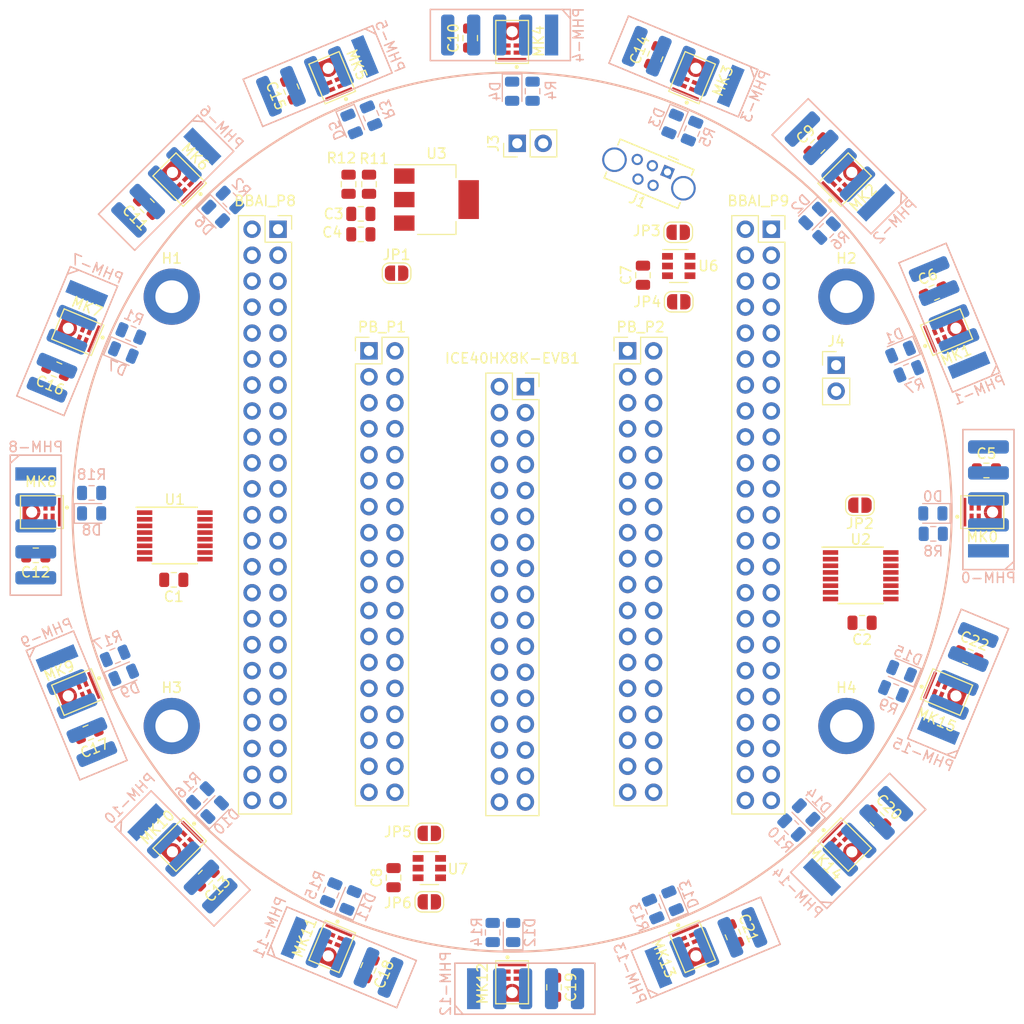
<source format=kicad_pcb>
(kicad_pcb (version 20171130) (host pcbnew 5.0.2+dfsg1-1)
  (title_block (title "Beaglemic Cape") (rev 0.1) (company dinux.eu) (comment 1 "Pin1-to-pin1 BBAI: 1,9\" or 48,26mm") (comment 2 "Pin1-to-pin1 PB: 1\" or 25,4mm"))
  (layers (0 F.Cu signal) (31 B.Cu signal) (34 B.Paste user) (35 F.Paste user) (36 B.SilkS user) (37 F.SilkS user) (38 B.Mask user) (39 F.Mask user) (44 Edge.Cuts user))
  (net 0 "")
  (net 1 GND)
  (net 2 +3.3VP)
  (net 3 "Net-(D1-Pad1)")
  (net 4 "Net-(D1-Pad2)")
  (net 5 "Net-(D2-Pad2)")
  (net 6 "Net-(D2-Pad1)")
  (net 7 "Net-(D3-Pad1)")
  (net 8 "Net-(D3-Pad2)")
  (net 9 "Net-(D4-Pad2)")
  (net 10 "Net-(D4-Pad1)")
  (net 11 "Net-(D5-Pad1)")
  (net 12 "Net-(D5-Pad2)")
  (net 13 "Net-(D6-Pad2)")
  (net 14 "Net-(D6-Pad1)")
  (net 15 "Net-(D7-Pad1)")
  (net 16 "Net-(D7-Pad2)")
  (net 17 "Net-(D8-Pad2)")
  (net 18 "Net-(D8-Pad1)")
  (net 19 "Net-(D9-Pad1)")
  (net 20 "Net-(D9-Pad2)")
  (net 21 "Net-(D10-Pad1)")
  (net 22 "Net-(D10-Pad2)")
  (net 23 "Net-(D11-Pad2)")
  (net 24 "Net-(D11-Pad1)")
  (net 25 "Net-(D12-Pad2)")
  (net 26 "Net-(D12-Pad1)")
  (net 27 "Net-(D13-Pad2)")
  (net 28 "Net-(D13-Pad1)")
  (net 29 "Net-(D14-Pad1)")
  (net 30 "Net-(D14-Pad2)")
  (net 31 "Net-(D15-Pad2)")
  (net 32 "Net-(D15-Pad1)")
  (net 33 /PB_VBUS)
  (net 34 /PB_USB_DM)
  (net 35 /PB_USB_DP)
  (net 36 /PB_USB_ID)
  (net 37 +5VA)
  (net 38 +3V3)
  (net 39 +5V)
  (net 40 /MIC_D7)
  (net 41 /MIC_D4)
  (net 42 /MIC_D1)
  (net 43 /MIC_D0)
  (net 44 /MIC_D5)
  (net 45 /MIC_D2)
  (net 46 /LED_STCP)
  (net 47 /MIC_D3)
  (net 48 /LED_SHCP)
  (net 49 /MIC_D6)
  (net 50 /LED_DS)
  (net 51 /MIC_CLK)
  (net 52 "/Microphone Headers/CLK0")
  (net 53 "/Microphone Headers/CLK1")
  (net 54 "/Microphone Headers/CLK2")
  (net 55 "/Microphone Headers/CLK3")
  (net 56 "Net-(R11-Pad2)")
  (net 57 "/LED Ring/SH_Q7")
  (net 58 "Net-(D0-Pad1)")
  (net 59 "Net-(D0-Pad2)")
  (module Capacitor_SMD:C_0805_2012Metric (layer F.Cu) (at 100.2 100.7 180)
    (fp_text reference C1 (at 0 -1.65 180) (layer F.SilkS))
    (fp_text value 100n)
    (pad 2 smd roundrect (at 0.9375 0 180) (size 0.975 1.4) (layers F.Cu F.Paste F.Mask) (net 1 GND))
    (pad 1 smd roundrect (at -0.9375 0 180) (size 0.975 1.4) (layers F.Cu F.Paste F.Mask) (net 2 +3.3VP))
  )
  (module Capacitor_SMD:C_0805_2012Metric (layer F.Cu) (at 167.5375 104.9 180)
    (fp_text reference C2 (at 0 -1.65 180) (layer F.SilkS))
    (fp_text value 100n)
    (pad 2 smd roundrect (at 0.9375 0 180) (size 0.975 1.4) (layers F.Cu F.Paste F.Mask) (net 1 GND))
    (pad 1 smd roundrect (at -0.9375 0 180) (size 0.975 1.4) (layers F.Cu F.Paste F.Mask) (net 2 +3.3VP))
  )
  (module LED_SMD:LED_0805_2012Metric (layer B.Cu) (at 171.3 78.4 202.5)
    (fp_text reference D1 (at 0 1.65 202.5) (layer B.SilkS) (effects (justify mirror)))
    (fp_text value LED-01 hide)
    (pad 2 smd roundrect (at 0.9375 0 202.5) (size 0.975 1.4) (layers B.Cu B.Paste B.Mask) (net 4 "Net-(D1-Pad2)"))
    (pad 1 smd roundrect (at -0.9375 0 202.5) (size 0.975 1.4) (layers B.Cu B.Paste B.Mask) (net 3 "Net-(D1-Pad1)"))
  )
  (module LED_SMD:LED_0805_2012Metric (layer B.Cu) (at 162.7 65.1 225)
    (fp_text reference D2 (at 0 1.65 225) (layer B.SilkS) (effects (justify mirror)))
    (fp_text value LED-02 hide)
    (pad 2 smd roundrect (at 0.937501 0 225) (size 0.975 1.4) (layers B.Cu B.Paste B.Mask) (net 5 "Net-(D2-Pad2)"))
    (pad 1 smd roundrect (at -0.937501 0 225) (size 0.975 1.4) (layers B.Cu B.Paste B.Mask) (net 6 "Net-(D2-Pad1)"))
  )
  (module LED_SMD:LED_0805_2012Metric (layer B.Cu) (at 149 56.1 247.5)
    (fp_text reference D3 (at 0 1.65 247.5) (layer B.SilkS) (effects (justify mirror)))
    (fp_text value LED-03 hide)
    (pad 2 smd roundrect (at 0.9375 0 247.5) (size 0.975 1.4) (layers B.Cu B.Paste B.Mask) (net 8 "Net-(D3-Pad2)"))
    (pad 1 smd roundrect (at -0.9375 0 247.5) (size 0.975 1.4) (layers B.Cu B.Paste B.Mask) (net 7 "Net-(D3-Pad1)"))
  )
  (module LED_SMD:LED_0805_2012Metric (layer B.Cu) (at 133.3 52.9 270)
    (fp_text reference D4 (at 0 1.65 270) (layer B.SilkS) (effects (justify mirror)))
    (fp_text value LED-04 hide)
    (pad 2 smd roundrect (at 0.9375 0 270) (size 0.975 1.4) (layers B.Cu B.Paste B.Mask) (net 9 "Net-(D4-Pad2)"))
    (pad 1 smd roundrect (at -0.9375 0 270) (size 0.975 1.4) (layers B.Cu B.Paste B.Mask) (net 10 "Net-(D4-Pad1)"))
  )
  (module LED_SMD:LED_0805_2012Metric (layer B.Cu) (at 117.6 56.1 292.5)
    (fp_text reference D5 (at 0 1.65 292.5) (layer B.SilkS) (effects (justify mirror)))
    (fp_text value LED-05 hide)
    (pad 2 smd roundrect (at 0.9375 0 292.5) (size 0.975 1.4) (layers B.Cu B.Paste B.Mask) (net 12 "Net-(D5-Pad2)"))
    (pad 1 smd roundrect (at -0.9375 0 292.5) (size 0.975 1.4) (layers B.Cu B.Paste B.Mask) (net 11 "Net-(D5-Pad1)"))
  )
  (module LED_SMD:LED_0805_2012Metric (layer B.Cu) (at 104.3 64.9 315)
    (fp_text reference D6 (at 0 1.65 315) (layer B.SilkS) (effects (justify mirror)))
    (fp_text value LED-06 hide)
    (pad 2 smd roundrect (at 0.937501 0 315) (size 0.975 1.4) (layers B.Cu B.Paste B.Mask) (net 13 "Net-(D6-Pad2)"))
    (pad 1 smd roundrect (at -0.937501 0 315) (size 0.975 1.4) (layers B.Cu B.Paste B.Mask) (net 14 "Net-(D6-Pad1)"))
  )
  (module LED_SMD:LED_0805_2012Metric (layer B.Cu) (at 95.266137 78.458766 337.5)
    (fp_text reference D7 (at 0 1.65 337.5) (layer B.SilkS) (effects (justify mirror)))
    (fp_text value LED-07 hide)
    (pad 2 smd roundrect (at 0.9375 0 337.5) (size 0.975 1.4) (layers B.Cu B.Paste B.Mask) (net 16 "Net-(D7-Pad2)"))
    (pad 1 smd roundrect (at -0.9375 0 337.5) (size 0.975 1.4) (layers B.Cu B.Paste B.Mask) (net 15 "Net-(D7-Pad1)"))
  )
  (module LED_SMD:LED_0805_2012Metric (layer B.Cu) (at 92.1625 94.2)
    (fp_text reference D8 (at 0 1.65) (layer B.SilkS) (effects (justify mirror)))
    (fp_text value LED-08 hide)
    (pad 2 smd roundrect (at 0.9375 0) (size 0.975 1.4) (layers B.Cu B.Paste B.Mask) (net 17 "Net-(D8-Pad2)"))
    (pad 1 smd roundrect (at -0.9375 0) (size 0.975 1.4) (layers B.Cu B.Paste B.Mask) (net 18 "Net-(D8-Pad1)"))
  )
  (module LED_SMD:LED_0805_2012Metric (layer B.Cu) (at 95.3 110 22.5)
    (fp_text reference D9 (at 0 1.65 22.5) (layer B.SilkS) (effects (justify mirror)))
    (fp_text value LED-09 hide)
    (pad 2 smd roundrect (at 0.9375 0 22.5) (size 0.975 1.4) (layers B.Cu B.Paste B.Mask) (net 20 "Net-(D9-Pad2)"))
    (pad 1 smd roundrect (at -0.9375 0 22.5) (size 0.975 1.4) (layers B.Cu B.Paste B.Mask) (net 19 "Net-(D9-Pad1)"))
  )
  (module LED_SMD:LED_0805_2012Metric (layer B.Cu) (at 104.2 123.2 45)
    (fp_text reference D10 (at 0 1.65 45) (layer B.SilkS) (effects (justify mirror)))
    (fp_text value LED-10 hide)
    (pad 2 smd roundrect (at 0.937501 0 45) (size 0.975 1.4) (layers B.Cu B.Paste B.Mask) (net 22 "Net-(D10-Pad2)"))
    (pad 1 smd roundrect (at -0.937501 0 45) (size 0.975 1.4) (layers B.Cu B.Paste B.Mask) (net 21 "Net-(D10-Pad1)"))
  )
  (module LED_SMD:LED_0805_2012Metric (layer B.Cu) (at 117.5 132.066137 67.5)
    (fp_text reference D11 (at 0 1.65 67.5) (layer B.SilkS) (effects (justify mirror)))
    (fp_text value LED-11 hide)
    (pad 2 smd roundrect (at 0.9375 0 67.5) (size 0.975 1.4) (layers B.Cu B.Paste B.Mask) (net 23 "Net-(D11-Pad2)"))
    (pad 1 smd roundrect (at -0.9375 0 67.5) (size 0.975 1.4) (layers B.Cu B.Paste B.Mask) (net 24 "Net-(D11-Pad1)"))
  )
  (module LED_SMD:LED_0805_2012Metric (layer B.Cu) (at 133.4 135.2 90)
    (fp_text reference D12 (at 0 1.65 90) (layer B.SilkS) (effects (justify mirror)))
    (fp_text value LED-12 hide)
    (pad 2 smd roundrect (at 0.9375 0 90) (size 0.975 1.4) (layers B.Cu B.Paste B.Mask) (net 25 "Net-(D12-Pad2)"))
    (pad 1 smd roundrect (at -0.9375 0 90) (size 0.975 1.4) (layers B.Cu B.Paste B.Mask) (net 26 "Net-(D12-Pad1)"))
  )
  (module LED_SMD:LED_0805_2012Metric (layer B.Cu) (at 149 132.1 112.5)
    (fp_text reference D13 (at 0 1.65 112.5) (layer B.SilkS) (effects (justify mirror)))
    (fp_text value LED-13 hide)
    (pad 2 smd roundrect (at 0.9375 0 112.5) (size 0.975 1.4) (layers B.Cu B.Paste B.Mask) (net 27 "Net-(D13-Pad2)"))
    (pad 1 smd roundrect (at -0.9375 0 112.5) (size 0.975 1.4) (layers B.Cu B.Paste B.Mask) (net 28 "Net-(D13-Pad1)"))
  )
  (module LED_SMD:LED_0805_2012Metric (layer B.Cu) (at 162.062913 123.462913 135)
    (fp_text reference D14 (at 0 1.65 135) (layer B.SilkS) (effects (justify mirror)))
    (fp_text value LED-14 hide)
    (pad 2 smd roundrect (at 0.937501 0 135) (size 0.975 1.4) (layers B.Cu B.Paste B.Mask) (net 30 "Net-(D14-Pad2)"))
    (pad 1 smd roundrect (at -0.937501 0 135) (size 0.975 1.4) (layers B.Cu B.Paste B.Mask) (net 29 "Net-(D14-Pad1)"))
  )
  (module LED_SMD:LED_0805_2012Metric (layer B.Cu) (at 171.4 109.641234 157.5)
    (fp_text reference D15 (at 0 1.65 157.5) (layer B.SilkS) (effects (justify mirror)))
    (fp_text value LED-15 hide)
    (pad 2 smd roundrect (at 0.9375 0 157.5) (size 0.975 1.4) (layers B.Cu B.Paste B.Mask) (net 31 "Net-(D15-Pad2)"))
    (pad 1 smd roundrect (at -0.9375 0 157.5) (size 0.975 1.4) (layers B.Cu B.Paste B.Mask) (net 32 "Net-(D15-Pad1)"))
  )
  (module Jumper:SolderJumper-2_P1.3mm_Open_RoundedPad1.0x1.5mm (layer F.Cu) (at 122 70.7)
    (fp_text reference JP1 (at 0 -1.8) (layer F.SilkS))
    (fp_text value FEED_5V)
    (pad 2 smd custom (at 0.65 0) (size 1 0.5) (layers F.Cu F.Mask) (net 39 +5V) (options (clearance outline) (anchor rect)) (primitives (gr_circle (center 0 0.25) (end 0.5 0.25) (width 0)) (gr_circle (center 0 -0.25) (end 0.5 -0.25) (width 0)) (gr_poly (pts (xy 0 -0.75) (xy -0.5 -0.75) (xy -0.5 0.75) (xy 0 0.75)) (width 0))))
    (pad 1 smd custom (at -0.65 0) (size 1 0.5) (layers F.Cu F.Mask) (net 37 +5VA) (options (clearance outline) (anchor rect)) (primitives (gr_circle (center 0 0.25) (end 0.5 0.25) (width 0)) (gr_circle (center 0 -0.25) (end 0.5 -0.25) (width 0)) (gr_poly (pts (xy 0 -0.75) (xy 0.5 -0.75) (xy 0.5 0.75) (xy 0 0.75)) (width 0))))
  )
  (module Jumper:SolderJumper-2_P1.3mm_Open_RoundedPad1.0x1.5mm (layer F.Cu) (at 167.325 93.4 180)
    (fp_text reference JP2 (at 0 -1.8 180) (layer F.SilkS))
    (fp_text value BB_3.3V_PWR)
    (pad 2 smd custom (at 0.65 0 180) (size 1 0.5) (layers F.Cu F.Mask) (net 2 +3.3VP) (options (clearance outline) (anchor rect)) (primitives (gr_circle (center 0 0.25) (end 0.5 0.25) (width 0)) (gr_circle (center 0 -0.25) (end 0.5 -0.25) (width 0)) (gr_poly (pts (xy 0 -0.75) (xy -0.5 -0.75) (xy -0.5 0.75) (xy 0 0.75)) (width 0))))
    (pad 1 smd custom (at -0.65 0 180) (size 1 0.5) (layers F.Cu F.Mask) (net 38 +3V3) (options (clearance outline) (anchor rect)) (primitives (gr_circle (center 0 0.25) (end 0.5 0.25) (width 0)) (gr_circle (center 0 -0.25) (end 0.5 -0.25) (width 0)) (gr_poly (pts (xy 0 -0.75) (xy 0.5 -0.75) (xy 0.5 0.75) (xy 0 0.75)) (width 0))))
  )
  (module Jumper:SolderJumper-2_P1.3mm_Open_RoundedPad1.0x1.5mm (layer F.Cu) (at 149.55 66.7)
    (fp_text reference JP3 (at -3.075001 -0.140001) (layer F.SilkS))
    (fp_text value BYPASS_CLK0_BUFF hide)
    (pad 2 smd custom (at 0.65 0) (size 1 0.5) (layers F.Cu F.Mask) (net 52 "/Microphone Headers/CLK0") (options (clearance outline) (anchor rect)) (primitives (gr_circle (center 0 0.25) (end 0.5 0.25) (width 0)) (gr_circle (center 0 -0.25) (end 0.5 -0.25) (width 0)) (gr_poly (pts (xy 0 -0.75) (xy -0.5 -0.75) (xy -0.5 0.75) (xy 0 0.75)) (width 0))))
    (pad 1 smd custom (at -0.65 0) (size 1 0.5) (layers F.Cu F.Mask) (net 51 /MIC_CLK) (options (clearance outline) (anchor rect)) (primitives (gr_circle (center 0 0.25) (end 0.5 0.25) (width 0)) (gr_circle (center 0 -0.25) (end 0.5 -0.25) (width 0)) (gr_poly (pts (xy 0 -0.75) (xy 0.5 -0.75) (xy 0.5 0.75) (xy 0 0.75)) (width 0))))
  )
  (module Jumper:SolderJumper-2_P1.3mm_Open_RoundedPad1.0x1.5mm (layer F.Cu) (at 149.6 73.5)
    (fp_text reference JP4 (at -3.075001 0.009999) (layer F.SilkS))
    (fp_text value BYPASS_CLK1_BUFF hide)
    (pad 2 smd custom (at 0.65 0) (size 1 0.5) (layers F.Cu F.Mask) (net 53 "/Microphone Headers/CLK1") (options (clearance outline) (anchor rect)) (primitives (gr_circle (center 0 0.25) (end 0.5 0.25) (width 0)) (gr_circle (center 0 -0.25) (end 0.5 -0.25) (width 0)) (gr_poly (pts (xy 0 -0.75) (xy -0.5 -0.75) (xy -0.5 0.75) (xy 0 0.75)) (width 0))))
    (pad 1 smd custom (at -0.65 0) (size 1 0.5) (layers F.Cu F.Mask) (net 51 /MIC_CLK) (options (clearance outline) (anchor rect)) (primitives (gr_circle (center 0 0.25) (end 0.5 0.25) (width 0)) (gr_circle (center 0 -0.25) (end 0.5 -0.25) (width 0)) (gr_poly (pts (xy 0 -0.75) (xy 0.5 -0.75) (xy 0.5 0.75) (xy 0 0.75)) (width 0))))
  )
  (module Jumper:SolderJumper-2_P1.3mm_Open_RoundedPad1.0x1.5mm (layer F.Cu) (at 125.2 125.5)
    (fp_text reference JP5 (at -3.075001 -0.140001) (layer F.SilkS))
    (fp_text value BYPASS_CLK2_BUFF hide)
    (pad 2 smd custom (at 0.65 0) (size 1 0.5) (layers F.Cu F.Mask) (net 54 "/Microphone Headers/CLK2") (options (clearance outline) (anchor rect)) (primitives (gr_circle (center 0 0.25) (end 0.5 0.25) (width 0)) (gr_circle (center 0 -0.25) (end 0.5 -0.25) (width 0)) (gr_poly (pts (xy 0 -0.75) (xy -0.5 -0.75) (xy -0.5 0.75) (xy 0 0.75)) (width 0))))
    (pad 1 smd custom (at -0.65 0) (size 1 0.5) (layers F.Cu F.Mask) (net 51 /MIC_CLK) (options (clearance outline) (anchor rect)) (primitives (gr_circle (center 0 0.25) (end 0.5 0.25) (width 0)) (gr_circle (center 0 -0.25) (end 0.5 -0.25) (width 0)) (gr_poly (pts (xy 0 -0.75) (xy 0.5 -0.75) (xy 0.5 0.75) (xy 0 0.75)) (width 0))))
  )
  (module Jumper:SolderJumper-2_P1.3mm_Open_RoundedPad1.0x1.5mm (layer F.Cu) (at 125.2 132.2)
    (fp_text reference JP6 (at -3.075001 0.109999) (layer F.SilkS))
    (fp_text value BYPASS_CLK3_BUFF hide)
    (pad 2 smd custom (at 0.65 0) (size 1 0.5) (layers F.Cu F.Mask) (net 55 "/Microphone Headers/CLK3") (options (clearance outline) (anchor rect)) (primitives (gr_circle (center 0 0.25) (end 0.5 0.25) (width 0)) (gr_circle (center 0 -0.25) (end 0.5 -0.25) (width 0)) (gr_poly (pts (xy 0 -0.75) (xy -0.5 -0.75) (xy -0.5 0.75) (xy 0 0.75)) (width 0))))
    (pad 1 smd custom (at -0.65 0) (size 1 0.5) (layers F.Cu F.Mask) (net 51 /MIC_CLK) (options (clearance outline) (anchor rect)) (primitives (gr_circle (center 0 0.25) (end 0.5 0.25) (width 0)) (gr_circle (center 0 -0.25) (end 0.5 -0.25) (width 0)) (gr_poly (pts (xy 0 -0.75) (xy 0.5 -0.75) (xy 0.5 0.75) (xy 0 0.75)) (width 0))))
  )
  (module Resistor_SMD:R_0805_2012Metric (layer B.Cu) (at 96 76.6 337.5)
    (fp_text reference R1 (at -0.33513 -1.593012 337.5) (layer B.SilkS) (effects (justify mirror)))
    (fp_text value 30 hide)
    (pad 2 smd roundrect (at 0.9375 0 337.5) (size 0.975 1.4) (layers B.Cu B.Paste B.Mask) (net 1 GND))
    (pad 1 smd roundrect (at -0.9375 0 337.5) (size 0.975 1.4) (layers B.Cu B.Paste B.Mask) (net 15 "Net-(D7-Pad1)"))
  )
  (module Resistor_SMD:R_0805_2012Metric (layer B.Cu) (at 105.7 63.537087 315)
    (fp_text reference R2 (at -0.096935 -1.65257 315) (layer B.SilkS) (effects (justify mirror)))
    (fp_text value 30 hide)
    (pad 2 smd roundrect (at 0.937501 0 315) (size 0.975 1.4) (layers B.Cu B.Paste B.Mask) (net 1 GND))
    (pad 1 smd roundrect (at -0.937501 0 315) (size 0.975 1.4) (layers B.Cu B.Paste B.Mask) (net 14 "Net-(D6-Pad1)"))
  )
  (module Resistor_SMD:R_0805_2012Metric (layer B.Cu) (at 119.5 55.3 292.5)
    (fp_text reference R3 (at 0.019697 -1.615429 292.5) (layer B.SilkS) (effects (justify mirror)))
    (fp_text value 30 hide)
    (pad 2 smd roundrect (at 0.9375 0 292.5) (size 0.975 1.4) (layers B.Cu B.Paste B.Mask) (net 1 GND))
    (pad 1 smd roundrect (at -0.9375 0 292.5) (size 0.975 1.4) (layers B.Cu B.Paste B.Mask) (net 11 "Net-(D5-Pad1)"))
  )
  (module Resistor_SMD:R_0805_2012Metric (layer B.Cu) (at 135.3 52.9 270)
    (fp_text reference R4 (at -0.1 -1.8 270) (layer B.SilkS) (effects (justify mirror)))
    (fp_text value 30 hide)
    (pad 2 smd roundrect (at 0.9375 0 270) (size 0.975 1.4) (layers B.Cu B.Paste B.Mask) (net 1 GND))
    (pad 1 smd roundrect (at -0.9375 0 270) (size 0.975 1.4) (layers B.Cu B.Paste B.Mask) (net 10 "Net-(D4-Pad1)"))
  )
  (module Resistor_SMD:R_0805_2012Metric (layer B.Cu) (at 150.9 56.8 247.5)
    (fp_text reference R5 (at -0.019697 -1.615429 247.5) (layer B.SilkS) (effects (justify mirror)))
    (fp_text value 30 hide)
    (pad 2 smd roundrect (at 0.9375 0 247.5) (size 0.975 1.4) (layers B.Cu B.Paste B.Mask) (net 1 GND))
    (pad 1 smd roundrect (at -0.9375 0 247.5) (size 0.975 1.4) (layers B.Cu B.Paste B.Mask) (net 7 "Net-(D3-Pad1)"))
  )
  (module Resistor_SMD:R_0805_2012Metric (layer B.Cu) (at 164.062913 66.537087 225)
    (fp_text reference R6 (at -0.264581 -1.626346 225) (layer B.SilkS) (effects (justify mirror)))
    (fp_text value 30 hide)
    (pad 2 smd roundrect (at 0.937501 0 225) (size 0.975 1.4) (layers B.Cu B.Paste B.Mask) (net 1 GND))
    (pad 1 smd roundrect (at -0.937501 0 225) (size 0.975 1.4) (layers B.Cu B.Paste B.Mask) (net 6 "Net-(D2-Pad1)"))
  )
  (module Resistor_SMD:R_0805_2012Metric (layer B.Cu) (at 172.1 80.3 202.5)
    (fp_text reference R7 (at 0 -1.6 202.5) (layer B.SilkS) (effects (justify mirror)))
    (fp_text value 30 hide)
    (pad 2 smd roundrect (at 0.9375 0 202.5) (size 0.975 1.4) (layers B.Cu B.Paste B.Mask) (net 1 GND))
    (pad 1 smd roundrect (at -0.9375 0 202.5) (size 0.975 1.4) (layers B.Cu B.Paste B.Mask) (net 3 "Net-(D1-Pad1)"))
  )
  (module Resistor_SMD:R_0805_2012Metric (layer B.Cu) (at 174.5 96.2 180)
    (fp_text reference R8 (at 0 -1.7 180) (layer B.SilkS) (effects (justify mirror)))
    (fp_text value 30 hide)
    (pad 2 smd roundrect (at 0.9375 0 180) (size 0.975 1.4) (layers B.Cu B.Paste B.Mask) (net 1 GND))
    (pad 1 smd roundrect (at -0.9375 0 180) (size 0.975 1.4) (layers B.Cu B.Paste B.Mask) (net 58 "Net-(D0-Pad1)"))
  )
  (module Resistor_SMD:R_0805_2012Metric (layer B.Cu) (at 170.6 111.6 157.5)
    (fp_text reference R9 (at -0.125 -1.6 157.5) (layer B.SilkS) (effects (justify mirror)))
    (fp_text value 30 hide)
    (pad 2 smd roundrect (at 0.9375 0 157.5) (size 0.975 1.4) (layers B.Cu B.Paste B.Mask) (net 1 GND))
    (pad 1 smd roundrect (at -0.9375 0 157.5) (size 0.975 1.4) (layers B.Cu B.Paste B.Mask) (net 32 "Net-(D15-Pad1)"))
  )
  (module Resistor_SMD:R_0805_2012Metric (layer B.Cu) (at 160.637087 124.937087 135)
    (fp_text reference R10 (at -0.070711 -1.626346 135) (layer B.SilkS) (effects (justify mirror)))
    (fp_text value 30 hide)
    (pad 2 smd roundrect (at 0.937501 0 135) (size 0.975 1.4) (layers B.Cu B.Paste B.Mask) (net 1 GND))
    (pad 1 smd roundrect (at -0.937501 0 135) (size 0.975 1.4) (layers B.Cu B.Paste B.Mask) (net 29 "Net-(D14-Pad1)"))
  )
  (module Resistor_SMD:R_0805_2012Metric (layer F.Cu) (at 119.3 62 90)
    (fp_text reference R11 (at 2.5 0.5 180) (layer F.SilkS))
    (fp_text value 10k)
    (pad 2 smd roundrect (at 0.9375 0 90) (size 0.975 1.4) (layers F.Cu F.Paste F.Mask) (net 56 "Net-(R11-Pad2)"))
    (pad 1 smd roundrect (at -0.9375 0 90) (size 0.975 1.4) (layers F.Cu F.Paste F.Mask) (net 2 +3.3VP))
  )
  (module Resistor_SMD:R_0805_2012Metric (layer F.Cu) (at 117.3 62 270)
    (fp_text reference R12 (at -2.5625 0.7) (layer F.SilkS))
    (fp_text value 12k)
    (pad 2 smd roundrect (at 0.9375 0 270) (size 0.975 1.4) (layers F.Cu F.Paste F.Mask) (net 1 GND))
    (pad 1 smd roundrect (at -0.9375 0 270) (size 0.975 1.4) (layers F.Cu F.Paste F.Mask) (net 56 "Net-(R11-Pad2)"))
  )
  (module Resistor_SMD:R_0805_2012Metric (layer B.Cu) (at 147.1 132.9 112.5)
    (fp_text reference R13 (at -0.226444 -1.609145 112.5) (layer B.SilkS) (effects (justify mirror)))
    (fp_text value 30 hide)
    (pad 2 smd roundrect (at 0.9375 0 112.5) (size 0.975 1.4) (layers B.Cu B.Paste B.Mask) (net 1 GND))
    (pad 1 smd roundrect (at -0.9375 0 112.5) (size 0.975 1.4) (layers B.Cu B.Paste B.Mask) (net 28 "Net-(D13-Pad1)"))
  )
  (module Resistor_SMD:R_0805_2012Metric (layer B.Cu) (at 131.4 135.2 90)
    (fp_text reference R14 (at 0.05 -1.55 90) (layer B.SilkS) (effects (justify mirror)))
    (fp_text value 30 hide)
    (pad 2 smd roundrect (at 0.9375 0 90) (size 0.975 1.4) (layers B.Cu B.Paste B.Mask) (net 1 GND))
    (pad 1 smd roundrect (at -0.9375 0 90) (size 0.975 1.4) (layers B.Cu B.Paste B.Mask) (net 26 "Net-(D12-Pad1)"))
  )
  (module Resistor_SMD:R_0805_2012Metric (layer B.Cu) (at 115.6 131.3 67.5)
    (fp_text reference R15 (at 0.067086 -1.732556 67.5) (layer B.SilkS) (effects (justify mirror)))
    (fp_text value 30 hide)
    (pad 2 smd roundrect (at 0.9375 0 67.5) (size 0.975 1.4) (layers B.Cu B.Paste B.Mask) (net 1 GND))
    (pad 1 smd roundrect (at -0.9375 0 67.5) (size 0.975 1.4) (layers B.Cu B.Paste B.Mask) (net 24 "Net-(D11-Pad1)"))
  )
  (module Resistor_SMD:R_0805_2012Metric (layer B.Cu) (at 102.8 121.8 45)
    (fp_text reference R16 (at -0.141421 -1.555635 45) (layer B.SilkS) (effects (justify mirror)))
    (fp_text value 30 hide)
    (pad 2 smd roundrect (at 0.937501 0 45) (size 0.975 1.4) (layers B.Cu B.Paste B.Mask) (net 1 GND))
    (pad 1 smd roundrect (at -0.937501 0 45) (size 0.975 1.4) (layers B.Cu B.Paste B.Mask) (net 21 "Net-(D10-Pad1)"))
  )
  (module Resistor_SMD:R_0805_2012Metric (layer B.Cu) (at 94.466137 108.141234 22.5)
    (fp_text reference R17 (at -0.072691 -1.653698 22.5) (layer B.SilkS) (effects (justify mirror)))
    (fp_text value 30 hide)
    (pad 2 smd roundrect (at 0.9375 0 22.5) (size 0.975 1.4) (layers B.Cu B.Paste B.Mask) (net 1 GND))
    (pad 1 smd roundrect (at -0.9375 0 22.5) (size 0.975 1.4) (layers B.Cu B.Paste B.Mask) (net 19 "Net-(D9-Pad1)"))
  )
  (module Resistor_SMD:R_0805_2012Metric (layer B.Cu) (at 92.1625 92.2)
    (fp_text reference R18 (at 0 -1.8) (layer B.SilkS) (effects (justify mirror)))
    (fp_text value 30 hide)
    (pad 2 smd roundrect (at 0.9375 0) (size 0.975 1.4) (layers B.Cu B.Paste B.Mask) (net 1 GND))
    (pad 1 smd roundrect (at -0.9375 0) (size 0.975 1.4) (layers B.Cu B.Paste B.Mask) (net 18 "Net-(D8-Pad1)"))
  )
  (module Package_SO:TSSOP-16_4.4x5mm_P0.65mm (layer F.Cu) (at 100.3 96.4)
    (fp_text reference U1 (at 0 -3.55) (layer F.SilkS))
    (fp_text value 74HC595)
    (pad 16 smd rect (at 2.95 -2.275) (size 1.5 0.45) (layers F.Cu F.Paste F.Mask) (net 2 +3.3VP))
    (pad 15 smd rect (at 2.95 -1.625) (size 1.5 0.45) (layers F.Cu F.Paste F.Mask) (net 59 "Net-(D0-Pad2)"))
    (pad 14 smd rect (at 2.95 -0.975) (size 1.5 0.45) (layers F.Cu F.Paste F.Mask) (net 50 /LED_DS))
    (pad 13 smd rect (at 2.95 -0.325) (size 1.5 0.45) (layers F.Cu F.Paste F.Mask) (net 1 GND))
    (pad 12 smd rect (at 2.95 0.325) (size 1.5 0.45) (layers F.Cu F.Paste F.Mask) (net 46 /LED_STCP))
    (pad 11 smd rect (at 2.95 0.975) (size 1.5 0.45) (layers F.Cu F.Paste F.Mask) (net 48 /LED_SHCP))
    (pad 10 smd rect (at 2.95 1.625) (size 1.5 0.45) (layers F.Cu F.Paste F.Mask) (net 2 +3.3VP))
    (pad 9 smd rect (at 2.95 2.275) (size 1.5 0.45) (layers F.Cu F.Paste F.Mask) (net 57 "/LED Ring/SH_Q7"))
    (pad 8 smd rect (at -2.95 2.275) (size 1.5 0.45) (layers F.Cu F.Paste F.Mask) (net 1 GND))
    (pad 7 smd rect (at -2.95 1.625) (size 1.5 0.45) (layers F.Cu F.Paste F.Mask) (net 16 "Net-(D7-Pad2)"))
    (pad 6 smd rect (at -2.95 0.975) (size 1.5 0.45) (layers F.Cu F.Paste F.Mask) (net 13 "Net-(D6-Pad2)"))
    (pad 5 smd rect (at -2.95 0.325) (size 1.5 0.45) (layers F.Cu F.Paste F.Mask) (net 12 "Net-(D5-Pad2)"))
    (pad 4 smd rect (at -2.95 -0.325) (size 1.5 0.45) (layers F.Cu F.Paste F.Mask) (net 9 "Net-(D4-Pad2)"))
    (pad 3 smd rect (at -2.95 -0.975) (size 1.5 0.45) (layers F.Cu F.Paste F.Mask) (net 8 "Net-(D3-Pad2)"))
    (pad 2 smd rect (at -2.95 -1.625) (size 1.5 0.45) (layers F.Cu F.Paste F.Mask) (net 5 "Net-(D2-Pad2)"))
    (pad 1 smd rect (at -2.95 -2.275) (size 1.5 0.45) (layers F.Cu F.Paste F.Mask) (net 4 "Net-(D1-Pad2)"))
  )
  (module Package_SO:TSSOP-16_4.4x5mm_P0.65mm (layer F.Cu) (at 167.4 100.3)
    (fp_text reference U2 (at 0 -3.55) (layer F.SilkS))
    (fp_text value 74HC595)
    (pad 16 smd rect (at 2.95 -2.275) (size 1.5 0.45) (layers F.Cu F.Paste F.Mask) (net 2 +3.3VP))
    (pad 15 smd rect (at 2.95 -1.625) (size 1.5 0.45) (layers F.Cu F.Paste F.Mask) (net 17 "Net-(D8-Pad2)"))
    (pad 14 smd rect (at 2.95 -0.975) (size 1.5 0.45) (layers F.Cu F.Paste F.Mask) (net 57 "/LED Ring/SH_Q7"))
    (pad 13 smd rect (at 2.95 -0.325) (size 1.5 0.45) (layers F.Cu F.Paste F.Mask) (net 1 GND))
    (pad 12 smd rect (at 2.95 0.325) (size 1.5 0.45) (layers F.Cu F.Paste F.Mask) (net 46 /LED_STCP))
    (pad 11 smd rect (at 2.95 0.975) (size 1.5 0.45) (layers F.Cu F.Paste F.Mask) (net 48 /LED_SHCP))
    (pad 10 smd rect (at 2.95 1.625) (size 1.5 0.45) (layers F.Cu F.Paste F.Mask) (net 2 +3.3VP))
    (pad 9 smd rect (at 2.95 2.275) (size 1.5 0.45) (layers F.Cu F.Paste F.Mask))
    (pad 8 smd rect (at -2.95 2.275) (size 1.5 0.45) (layers F.Cu F.Paste F.Mask) (net 1 GND))
    (pad 7 smd rect (at -2.95 1.625) (size 1.5 0.45) (layers F.Cu F.Paste F.Mask) (net 31 "Net-(D15-Pad2)"))
    (pad 6 smd rect (at -2.95 0.975) (size 1.5 0.45) (layers F.Cu F.Paste F.Mask) (net 30 "Net-(D14-Pad2)"))
    (pad 5 smd rect (at -2.95 0.325) (size 1.5 0.45) (layers F.Cu F.Paste F.Mask) (net 27 "Net-(D13-Pad2)"))
    (pad 4 smd rect (at -2.95 -0.325) (size 1.5 0.45) (layers F.Cu F.Paste F.Mask) (net 25 "Net-(D12-Pad2)"))
    (pad 3 smd rect (at -2.95 -0.975) (size 1.5 0.45) (layers F.Cu F.Paste F.Mask) (net 23 "Net-(D11-Pad2)"))
    (pad 2 smd rect (at -2.95 -1.625) (size 1.5 0.45) (layers F.Cu F.Paste F.Mask) (net 22 "Net-(D10-Pad2)"))
    (pad 1 smd rect (at -2.95 -2.275) (size 1.5 0.45) (layers F.Cu F.Paste F.Mask) (net 20 "Net-(D9-Pad2)"))
  )
  (module Package_TO_SOT_SMD:SOT-223-3_TabPin2 (layer F.Cu) (at 125.9 63.5)
    (fp_text reference U3 (at 0 -4.5) (layer F.SilkS))
    (fp_text value AMS1117)
    (pad 1 smd rect (at -3.15 -2.3) (size 2 1.5) (layers F.Cu F.Paste F.Mask) (net 56 "Net-(R11-Pad2)"))
    (pad 3 smd rect (at -3.15 2.3) (size 2 1.5) (layers F.Cu F.Paste F.Mask) (net 39 +5V))
    (pad 2 smd rect (at -3.15 0) (size 2 1.5) (layers F.Cu F.Paste F.Mask) (net 2 +3.3VP))
    (pad 2 smd rect (at 3.15 0) (size 2 3.8) (layers F.Cu F.Paste F.Mask) (net 2 +3.3VP))
  )
  (module Capacitor_SMD:C_0805_2012Metric (layer F.Cu) (at 118.5 64.9 180)
    (fp_text reference C3 (at 2.6625 0 180) (layer F.SilkS))
    (fp_text value 100n)
    (pad 2 smd roundrect (at 0.9375 0 180) (size 0.975 1.4) (layers F.Cu F.Paste F.Mask) (net 1 GND))
    (pad 1 smd roundrect (at -0.9375 0 180) (size 0.975 1.4) (layers F.Cu F.Paste F.Mask) (net 2 +3.3VP))
  )
  (module Capacitor_SMD:C_0805_2012Metric (layer F.Cu) (at 118.5 66.9 180)
    (fp_text reference C4 (at 2.8 0.2 180) (layer F.SilkS))
    (fp_text value 10u)
    (pad 2 smd roundrect (at 0.9375 0 180) (size 0.975 1.4) (layers F.Cu F.Paste F.Mask) (net 1 GND))
    (pad 1 smd roundrect (at -0.9375 0 180) (size 0.975 1.4) (layers F.Cu F.Paste F.Mask) (net 2 +3.3VP))
  )
  (module Capacitor_SMD:C_0805_2012Metric (layer F.Cu) (at 179.7 90)
    (fp_text reference C5 (at 0 -1.65) (layer F.SilkS))
    (fp_text value 100n)
    (pad 2 smd roundrect (at 0.9375 0) (size 0.975 1.4) (layers F.Cu F.Paste F.Mask) (net 1 GND))
    (pad 1 smd roundrect (at -0.9375 0) (size 0.975 1.4) (layers F.Cu F.Paste F.Mask) (net 38 +3V3))
  )
  (module Connector_USB:USB_Micro-B_Tensility_54-00023_Vertical_CircularHoles (layer F.Cu) (at 148.5 60.8 157.5)
    (fp_text reference J1 (at 1.6 -3.7 157.5) (layer F.SilkS))
    (fp_text value USB_OTG)
    (pad 6 thru_hole circle (at 5.25 -0.875001 157.5) (size 2.4 2.4) (drill 2) (layers *.Cu *.Mask) (net 1 GND))
    (pad 6 thru_hole circle (at -2.05 -0.875 157.5) (size 2.4 2.4) (drill 2) (layers *.Cu *.Mask) (net 1 GND))
    (pad 5 thru_hole circle (at 3.2 0 157.5) (size 1.1 1.1) (drill 0.7) (layers *.Cu *.Mask) (net 1 GND))
    (pad 4 thru_hole circle (at 2.4 -1.75 157.5) (size 1.1 1.1) (drill 0.7) (layers *.Cu *.Mask) (net 36 /PB_USB_ID))
    (pad 3 thru_hole circle (at 1.6 0 157.5) (size 1.1 1.1) (drill 0.7) (layers *.Cu *.Mask) (net 35 /PB_USB_DP))
    (pad 2 thru_hole circle (at 0.800001 -1.75 157.5) (size 1.1 1.1) (drill 0.7) (layers *.Cu *.Mask) (net 34 /PB_USB_DM))
    (pad 1 thru_hole rect (at 0 0 157.5) (size 1.1 1.1) (drill 0.7) (layers *.Cu *.Mask) (net 33 /PB_VBUS))
  )
  (module Connector_PinHeader_2.54mm:PinHeader_1x02_P2.54mm_Vertical (layer F.Cu) (at 133.8 58 90)
    (fp_text reference J3 (at 0 -2.33 90) (layer F.SilkS))
    (fp_text value EXT_5V)
    (pad 2 thru_hole oval (at 0 2.54 90) (size 1.7 1.7) (drill 1) (layers *.Cu *.Mask) (net 37 +5VA))
    (pad 1 thru_hole rect (at 0 0 90) (size 1.7 1.7) (drill 1) (layers *.Cu *.Mask) (net 1 GND))
  )
  (module Capacitor_SMD:C_0805_2012Metric (layer F.Cu) (at 174.6 72.6 22.5)
    (fp_text reference C6 (at 0 -1.65 22.5) (layer F.SilkS))
    (fp_text value 100n)
    (pad 2 smd roundrect (at 0.9375 0 22.5) (size 0.975 1.4) (layers F.Cu F.Paste F.Mask) (net 1 GND))
    (pad 1 smd roundrect (at -0.9375 0 22.5) (size 0.975 1.4) (layers F.Cu F.Paste F.Mask) (net 38 +3V3))
  )
  (module Capacitor_SMD:C_0805_2012Metric (layer F.Cu) (at 146.1 70.9 90)
    (fp_text reference C7 (at 0 -1.65 90) (layer F.SilkS))
    (fp_text value 100n)
    (pad 2 smd roundrect (at 0.9375 0 90) (size 0.975 1.4) (layers F.Cu F.Paste F.Mask) (net 1 GND))
    (pad 1 smd roundrect (at -0.9375 0 90) (size 0.975 1.4) (layers F.Cu F.Paste F.Mask) (net 38 +3V3))
  )
  (module inmp621-footprint:MK_INMP621 (layer F.Cu) (at 175.798458 76.471562 22.5)
    (fp_text reference MK1 (at 0 2.425 22.5) (layer F.SilkS) (effects (font (size 1.003614 1.003614))))
    (fp_text value INMP621 hide)
    (fp_poly (pts (xy 0.15 -0.01) (xy 0.15 -0.031991) (xy 0.152302 -0.075923) (xy 0.1569 -0.119675) (xy 0.163782 -0.163125) (xy 0.172928 -0.206156) (xy 0.184314 -0.24865) (xy 0.197908 -0.290489) (xy 0.213673 -0.33156) (xy 0.231566 -0.371749) (xy 0.251538 -0.410946) (xy 0.273534 -0.449045) (xy 0.297494 -0.48594) (xy 0.323352 -0.521531) (xy 0.351037 -0.555719) (xy 0.380473 -0.588412) (xy 0.41158 -0.61952) (xy 0.444273 -0.648957) (xy 0.478461 -0.676642) (xy 0.514052 -0.7025) (xy 0.550947 -0.726461) (xy 0.589045 -0.748457) (xy 0.628242 -0.768429) (xy 0.668431 -0.786323) (xy 0.709501 -0.802088) (xy 0.751341 -0.815683) (xy 0.793834 -0.827069) (xy 0.836865 -0.836216) (xy 0.880315 -0.843098) (xy 0.924067 -0.847697) (xy 0.967999 -0.85) (xy 0.99 -0.85) (xy 1 -0.85) (xy 1.012057 -0.850013) (xy 1.026694 -0.849758) (xy 1.041324 -0.849247) (xy 1.055943 -0.848481) (xy 1.070547 -0.84746) (xy 1.08513 -0.846184) (xy 1.099689 -0.844654) (xy 1.114219 -0.842869) (xy 1.128716 -0.840832) (xy 1.143175 -0.838542) (xy 1.157592 -0.836) (xy 1.171962 -0.833207) (xy 1.186281 -0.830163) (xy 1.200545 -0.82687) (xy 1.21475 -0.823328) (xy 1.22889 -0.819539) (xy 1.242962 -0.815504) (xy 1.256962 -0.811224) (xy 1.270885 -0.8067) (xy 1.284726 -0.801934) (xy 1.298483 -0.796928) (xy 1.312149 -0.791681) (xy 1.325723 -0.786197) (xy 1.339198 -0.780477) (xy 1.352572 -0.774523) (xy 1.365839 -0.768336) (xy 1.378997 -0.761919) (xy 1.392041 -0.755273) (xy 1.404966 -0.7484) (xy 1.41777 -0.741303) (xy 1.42 -0.74) (xy 1.45 -0.74) (xy 1.45325 -0.740169) (xy 1.458725 -0.740745) (xy 1.464162 -0.741606) (xy 1.469547 -0.74275) (xy 1.474865 -0.744175) (xy 1.480101 -0.745876) (xy 1.48524 -0.747849) (xy 1.49027 -0.750088) (xy 1.495175 -0.752588) (xy 1.499943 -0.75534) (xy 1.50456 -0.758339) (xy 1.509014 -0.761575) (xy 1.513292 -0.765039) (xy 1.517383 -0.768723) (xy 1.521276 -0.772616) (xy 1.52496 -0.776707) (xy 1.528425 -0.780985) (xy 1.531661 -0.785439) (xy 1.534659 -0.790056) (xy 1.537412 -0.794824) (xy 1.539911 -0.799729) (xy 1.54215 -0.804758) (xy 1.544123 -0.809898) (xy 1.545825 -0.815134) (xy 1.547249 -0.820451) (xy 1.548394 -0.825836) (xy 1.549255 -0.831274) (xy 1.549831 -0.836749) (xy 1.550119 -0.842247) (xy 1.550119 -0.847752) (xy 1.55 -0.85) (xy 1.55 -1.05) (xy 0 -1.05) (xy 0 -1.1) (xy 0 -1.2) (xy 0 -1.4) (xy 1.9 -1.4) (xy 1.9 1.4) (xy 0 1.4) (xy 0 1.2) (xy 0 1.05) (xy 1.55 1.05) (xy 1.55 0.85) (xy 1.550119 0.847753) (xy 1.550119 0.842248) (xy 1.549831 0.83675) (xy 1.549255 0.831275) (xy 1.548394 0.825838) (xy 1.54725 0.820453) (xy 1.545825 0.815135) (xy 1.544124 0.809899) (xy 1.542151 0.80476) (xy 1.539912 0.79973) (xy 1.537412 0.794825) (xy 1.53466 0.790057) (xy 1.531661 0.78544) (xy 1.528425 0.780986) (xy 1.524961 0.776708) (xy 1.521277 0.772617) (xy 1.517384 0.768724) (xy 1.513293 0.76504) (xy 1.509015 0.761575) (xy 1.504561 0.758339) (xy 1.499944 0.755341) (xy 1.495176 0.752588) (xy 1.490271 0.750089) (xy 1.485242 0.74785) (xy 1.480102 0.745877) (xy 1.474866 0.744175) (xy 1.469549 0.742751) (xy 1.464164 0.741606) (xy 1.458726 0.740745) (xy 1.453251 0.740169) (xy 1.45 0.74) (xy 1.42 0.74) (xy 1.41777 0.741303) (xy 1.404967 0.7484) (xy 1.392041 0.755273) (xy 1.378997 0.761919) (xy 1.36584 0.768336) (xy 1.352572 0.774523) (xy 1.339199 0.780477) (xy 1.325723 0.786197) (xy 1.31215 0.791681) (xy 1.298483 0.796927) (xy 1.284727 0.801934) (xy 1.270885 0.8067) (xy 1.256962 0.811224) (xy 1.242963 0.815504) (xy 1.228891 0.819539) (xy 1.21475 0.823328) (xy 1.200546 0.82687) (xy 1.186282 0.830163) (xy 1.171962 0.833207) (xy 1.157592 0.836) (xy 1.143175 0.838542) (xy 1.128716 0.840832) (xy 1.11422 0.842869) (xy 1.09969 0.844654) (xy 1.085131 0.846184) (xy 1.070547 0.84746) (xy 1.055943 0.848481) (xy 1.041324 0.849247) (xy 1.026694 0.849758) (xy 1.012057 0.850013) (xy 1 0.85) (xy 0.99 0.85) (xy 0.968009 0.85) (xy 0.924077 0.847698) (xy 0.880325 0.8431) (xy 0.836875 0.836218) (xy 0.793844 0.827072) (xy 0.75135 0.815686) (xy 0.709511 0.802092) (xy 0.66844 0.786327) (xy 0.628251 0.768434) (xy 0.589054 0.748462) (xy 0.550955 0.726466) (xy 0.51406 0.702506) (xy 0.478469 0.676648) (xy 0.444281 0.648963) (xy 0.411588 0.619527) (xy 0.38048 0.58842) (xy 0.351043 0.555727) (xy 0.323358 0.521539) (xy 0.2975 0.485948) (xy 0.273539 0.449053) (xy 0.251543 0.410955) (xy 0.231571 0.371758) (xy 0.213677 0.331569) (xy 0.197912 0.290499) (xy 0.184317 0.248659) (xy 0.172931 0.206166) (xy 0.163784 0.163135) (xy 0.156902 0.119685) (xy 0.152303 0.075933) (xy 0.15 0.032001) (xy 0.15 0.01) (xy 0.45 0.01) (xy 0.45 0.024137) (xy 0.45148 0.052379) (xy 0.454436 0.080505) (xy 0.45886 0.108438) (xy 0.46474 0.136101) (xy 0.472059 0.163418) (xy 0.480798 0.190314) (xy 0.490933 0.216717) (xy 0.502436 0.242553) (xy 0.515275 0.267751) (xy 0.529415 0.292243) (xy 0.544818 0.315962) (xy 0.56144 0.338841) (xy 0.579238 0.36082) (xy 0.598161 0.381836) (xy 0.618159 0.401834) (xy 0.639175 0.420758) (xy 0.661154 0.438556) (xy 0.684033 0.455179) (xy 0.707751 0.470582) (xy 0.732243 0.484722) (xy 0.757441 0.497562) (xy 0.783277 0.509065) (xy 0.809679 0.5192) (xy 0.836576 0.527939) (xy 0.863893 0.535259) (xy 0.891556 0.541139) (xy 0.919489 0.545563) (xy 0.947614 0.54852) (xy 0.975856 0.55) (xy 0.99 0.55) (xy 1 0.55) (xy 1.014399 0.55) (xy 1.043164 0.548493) (xy 1.071811 0.545482) (xy 1.100261 0.540976) (xy 1.128436 0.534987) (xy 1.156259 0.527532) (xy 1.183654 0.518632) (xy 1.210545 0.508309) (xy 1.236859 0.496593) (xy 1.262524 0.483517) (xy 1.28747 0.469114) (xy 1.311627 0.453427) (xy 1.334931 0.436496) (xy 1.357316 0.418369) (xy 1.378722 0.399095) (xy 1.39909 0.378727) (xy 1.418364 0.357321) (xy 1.436492 0.334936) (xy 1.453423 0.311633) (xy 1.469111 0.287475) (xy 1.483513 0.26253) (xy 1.496591 0.236865) (xy 1.508307 0.210551) (xy 1.518629 0.18366) (xy 1.527531 0.156265) (xy 1.534986 0.128442) (xy 1.540975 0.100267) (xy 1.545481 0.071817) (xy 1.548492 0.043171) (xy 1.55 0.014406) (xy 1.55 0) (xy 1.55 -0.014399) (xy 1.548493 -0.043164) (xy 1.545482 -0.071811) (xy 1.540976 -0.100261) (xy 1.534987 -0.128436) (xy 1.527532 -0.156259) (xy 1.518632 -0.183654) (xy 1.508309 -0.210545) (xy 1.496593 -0.236859) (xy 1.483517 -0.262524) (xy 1.469114 -0.28747) (xy 1.453427 -0.311627) (xy 1.436496 -0.334931) (xy 1.418369 -0.357316) (xy 1.399095 -0.378722) (xy 1.378727 -0.39909) (xy 1.357321 -0.418364) (xy 1.334936 -0.436492) (xy 1.311633 -0.453423) (xy 1.287475 -0.469111) (xy 1.26253 -0.483513) (xy 1.236865 -0.496591) (xy 1.210551 -0.508307) (xy 1.18366 -0.518629) (xy 1.156265 -0.527531) (xy 1.128442 -0.534986) (xy 1.100267 -0.540975) (xy 1.071817 -0.545481) (xy 1.043171 -0.548492) (xy 1.014406 -0.55) (xy 1 -0.55) (xy 0.99 -0.55) (xy 0.975863 -0.55) (xy 0.947621 -0.54852) (xy 0.919495 -0.545564) (xy 0.891562 -0.54114) (xy 0.863899 -0.53526) (xy 0.836582 -0.527941) (xy 0.809686 -0.519202) (xy 0.783283 -0.509067) (xy 0.757447 -0.497564) (xy 0.732249 -0.484725) (xy 0.707757 -0.470585) (xy 0.684038 -0.455182) (xy 0.661159 -0.43856) (xy 0.63918 -0.420762) (xy 0.618164 -0.401839) (xy 0.598166 -0.381841) (xy 0.579242 -0.360825) (xy 0.561444 -0.338846) (xy 0.544821 -0.315967) (xy 0.529418 -0.292249) (xy 0.515278 -0.267757) (xy 0.502438 -0.242559) (xy 0.490935 -0.216723) (xy 0.4808 -0.190321) (xy 0.472061 -0.163424) (xy 0.464741 -0.136107) (xy 0.458861 -0.108444) (xy 0.454437 -0.080511) (xy 0.45148 -0.052386) (xy 0.45 -0.024144) (xy 0.45 -0.01) (xy 0.15 -0.01)) (layer F.Cu) (width 0.001))
    (fp_poly (pts (xy 0 -1.05) (xy 0 1.05) (xy 0 1.4)) (layer F.Cu) (width 0.0001))
    (pad None np_thru_hole circle (at 1 0.000001 22.5) (size 0.65 0.65) (drill 0.65) (layers *.Cu *.Mask))
    (pad 3 smd rect (at 1.7 0 22.5) (size 0.2 0.2) (layers F.Cu) (net 1 GND))
    (pad 1 smd rect (at -1.05 0.45 22.5) (size 0.4 0.6) (layers F.Cu F.Mask) (net 52 "/Microphone Headers/CLK0"))
    (pad 5 smd rect (at -1.05 -0.45 22.5) (size 0.4 0.6) (layers F.Cu F.Mask) (net 43 /MIC_D0))
    (pad 2 smd rect (at -0.35 0.45 22.5) (size 0.4 0.6) (layers F.Cu F.Mask) (net 38 +3V3))
    (pad 4 smd rect (at -0.349999 -0.45 22.5) (size 0.4 0.6) (layers F.Cu F.Mask) (net 38 +3V3))
    (pad 6 smd rect (at -1.74 0 22.5) (size 0.35 2.8) (layers F.Cu F.Paste F.Mask) (net 1 GND))
  )
  (module inmp621-footprint:MK_INMP621 (layer F.Cu) (at 165.826912 61.548088 45)
    (fp_text reference MK2 (at 0.034249 2.53447 45) (layer F.SilkS) (effects (font (size 1.003614 1.003614))))
    (fp_text value INMP621 hide)
    (fp_poly (pts (xy 0.15 -0.01) (xy 0.15 -0.031991) (xy 0.152302 -0.075923) (xy 0.1569 -0.119675) (xy 0.163782 -0.163125) (xy 0.172928 -0.206156) (xy 0.184314 -0.24865) (xy 0.197908 -0.290489) (xy 0.213673 -0.33156) (xy 0.231566 -0.371749) (xy 0.251538 -0.410946) (xy 0.273534 -0.449045) (xy 0.297494 -0.48594) (xy 0.323352 -0.521531) (xy 0.351037 -0.555719) (xy 0.380473 -0.588412) (xy 0.41158 -0.61952) (xy 0.444273 -0.648957) (xy 0.478461 -0.676642) (xy 0.514052 -0.7025) (xy 0.550947 -0.726461) (xy 0.589045 -0.748457) (xy 0.628242 -0.768429) (xy 0.668431 -0.786323) (xy 0.709501 -0.802088) (xy 0.751341 -0.815683) (xy 0.793834 -0.827069) (xy 0.836865 -0.836216) (xy 0.880315 -0.843098) (xy 0.924067 -0.847697) (xy 0.967999 -0.85) (xy 0.99 -0.85) (xy 1 -0.85) (xy 1.012057 -0.850013) (xy 1.026694 -0.849758) (xy 1.041324 -0.849247) (xy 1.055943 -0.848481) (xy 1.070547 -0.84746) (xy 1.08513 -0.846184) (xy 1.099689 -0.844654) (xy 1.114219 -0.842869) (xy 1.128716 -0.840832) (xy 1.143175 -0.838542) (xy 1.157592 -0.836) (xy 1.171962 -0.833207) (xy 1.186281 -0.830163) (xy 1.200545 -0.82687) (xy 1.21475 -0.823328) (xy 1.22889 -0.819539) (xy 1.242962 -0.815504) (xy 1.256962 -0.811224) (xy 1.270885 -0.8067) (xy 1.284726 -0.801934) (xy 1.298483 -0.796928) (xy 1.312149 -0.791681) (xy 1.325723 -0.786197) (xy 1.339198 -0.780477) (xy 1.352572 -0.774523) (xy 1.365839 -0.768336) (xy 1.378997 -0.761919) (xy 1.392041 -0.755273) (xy 1.404966 -0.7484) (xy 1.41777 -0.741303) (xy 1.42 -0.74) (xy 1.45 -0.74) (xy 1.45325 -0.740169) (xy 1.458725 -0.740745) (xy 1.464162 -0.741606) (xy 1.469547 -0.74275) (xy 1.474865 -0.744175) (xy 1.480101 -0.745876) (xy 1.48524 -0.747849) (xy 1.49027 -0.750088) (xy 1.495175 -0.752588) (xy 1.499943 -0.75534) (xy 1.50456 -0.758339) (xy 1.509014 -0.761575) (xy 1.513292 -0.765039) (xy 1.517383 -0.768723) (xy 1.521276 -0.772616) (xy 1.52496 -0.776707) (xy 1.528425 -0.780985) (xy 1.531661 -0.785439) (xy 1.534659 -0.790056) (xy 1.537412 -0.794824) (xy 1.539911 -0.799729) (xy 1.54215 -0.804758) (xy 1.544123 -0.809898) (xy 1.545825 -0.815134) (xy 1.547249 -0.820451) (xy 1.548394 -0.825836) (xy 1.549255 -0.831274) (xy 1.549831 -0.836749) (xy 1.550119 -0.842247) (xy 1.550119 -0.847752) (xy 1.55 -0.85) (xy 1.55 -1.05) (xy 0 -1.05) (xy 0 -1.1) (xy 0 -1.2) (xy 0 -1.4) (xy 1.9 -1.4) (xy 1.9 1.4) (xy 0 1.4) (xy 0 1.2) (xy 0 1.05) (xy 1.55 1.05) (xy 1.55 0.85) (xy 1.550119 0.847753) (xy 1.550119 0.842248) (xy 1.549831 0.83675) (xy 1.549255 0.831275) (xy 1.548394 0.825838) (xy 1.54725 0.820453) (xy 1.545825 0.815135) (xy 1.544124 0.809899) (xy 1.542151 0.80476) (xy 1.539912 0.79973) (xy 1.537412 0.794825) (xy 1.53466 0.790057) (xy 1.531661 0.78544) (xy 1.528425 0.780986) (xy 1.524961 0.776708) (xy 1.521277 0.772617) (xy 1.517384 0.768724) (xy 1.513293 0.76504) (xy 1.509015 0.761575) (xy 1.504561 0.758339) (xy 1.499944 0.755341) (xy 1.495176 0.752588) (xy 1.490271 0.750089) (xy 1.485242 0.74785) (xy 1.480102 0.745877) (xy 1.474866 0.744175) (xy 1.469549 0.742751) (xy 1.464164 0.741606) (xy 1.458726 0.740745) (xy 1.453251 0.740169) (xy 1.45 0.74) (xy 1.42 0.74) (xy 1.41777 0.741303) (xy 1.404967 0.7484) (xy 1.392041 0.755273) (xy 1.378997 0.761919) (xy 1.36584 0.768336) (xy 1.352572 0.774523) (xy 1.339199 0.780477) (xy 1.325723 0.786197) (xy 1.31215 0.791681) (xy 1.298483 0.796927) (xy 1.284727 0.801934) (xy 1.270885 0.8067) (xy 1.256962 0.811224) (xy 1.242963 0.815504) (xy 1.228891 0.819539) (xy 1.21475 0.823328) (xy 1.200546 0.82687) (xy 1.186282 0.830163) (xy 1.171962 0.833207) (xy 1.157592 0.836) (xy 1.143175 0.838542) (xy 1.128716 0.840832) (xy 1.11422 0.842869) (xy 1.09969 0.844654) (xy 1.085131 0.846184) (xy 1.070547 0.84746) (xy 1.055943 0.848481) (xy 1.041324 0.849247) (xy 1.026694 0.849758) (xy 1.012057 0.850013) (xy 1 0.85) (xy 0.99 0.85) (xy 0.968009 0.85) (xy 0.924077 0.847698) (xy 0.880325 0.8431) (xy 0.836875 0.836218) (xy 0.793844 0.827072) (xy 0.75135 0.815686) (xy 0.709511 0.802092) (xy 0.66844 0.786327) (xy 0.628251 0.768434) (xy 0.589054 0.748462) (xy 0.550955 0.726466) (xy 0.51406 0.702506) (xy 0.478469 0.676648) (xy 0.444281 0.648963) (xy 0.411588 0.619527) (xy 0.38048 0.58842) (xy 0.351043 0.555727) (xy 0.323358 0.521539) (xy 0.2975 0.485948) (xy 0.273539 0.449053) (xy 0.251543 0.410955) (xy 0.231571 0.371758) (xy 0.213677 0.331569) (xy 0.197912 0.290499) (xy 0.184317 0.248659) (xy 0.172931 0.206166) (xy 0.163784 0.163135) (xy 0.156902 0.119685) (xy 0.152303 0.075933) (xy 0.15 0.032001) (xy 0.15 0.01) (xy 0.45 0.01) (xy 0.45 0.024137) (xy 0.45148 0.052379) (xy 0.454436 0.080505) (xy 0.45886 0.108438) (xy 0.46474 0.136101) (xy 0.472059 0.163418) (xy 0.480798 0.190314) (xy 0.490933 0.216717) (xy 0.502436 0.242553) (xy 0.515275 0.267751) (xy 0.529415 0.292243) (xy 0.544818 0.315962) (xy 0.56144 0.338841) (xy 0.579238 0.36082) (xy 0.598161 0.381836) (xy 0.618159 0.401834) (xy 0.639175 0.420758) (xy 0.661154 0.438556) (xy 0.684033 0.455179) (xy 0.707751 0.470582) (xy 0.732243 0.484722) (xy 0.757441 0.497562) (xy 0.783277 0.509065) (xy 0.809679 0.5192) (xy 0.836576 0.527939) (xy 0.863893 0.535259) (xy 0.891556 0.541139) (xy 0.919489 0.545563) (xy 0.947614 0.54852) (xy 0.975856 0.55) (xy 0.99 0.55) (xy 1 0.55) (xy 1.014399 0.55) (xy 1.043164 0.548493) (xy 1.071811 0.545482) (xy 1.100261 0.540976) (xy 1.128436 0.534987) (xy 1.156259 0.527532) (xy 1.183654 0.518632) (xy 1.210545 0.508309) (xy 1.236859 0.496593) (xy 1.262524 0.483517) (xy 1.28747 0.469114) (xy 1.311627 0.453427) (xy 1.334931 0.436496) (xy 1.357316 0.418369) (xy 1.378722 0.399095) (xy 1.39909 0.378727) (xy 1.418364 0.357321) (xy 1.436492 0.334936) (xy 1.453423 0.311633) (xy 1.469111 0.287475) (xy 1.483513 0.26253) (xy 1.496591 0.236865) (xy 1.508307 0.210551) (xy 1.518629 0.18366) (xy 1.527531 0.156265) (xy 1.534986 0.128442) (xy 1.540975 0.100267) (xy 1.545481 0.071817) (xy 1.548492 0.043171) (xy 1.55 0.014406) (xy 1.55 0) (xy 1.55 -0.014399) (xy 1.548493 -0.043164) (xy 1.545482 -0.071811) (xy 1.540976 -0.100261) (xy 1.534987 -0.128436) (xy 1.527532 -0.156259) (xy 1.518632 -0.183654) (xy 1.508309 -0.210545) (xy 1.496593 -0.236859) (xy 1.483517 -0.262524) (xy 1.469114 -0.28747) (xy 1.453427 -0.311627) (xy 1.436496 -0.334931) (xy 1.418369 -0.357316) (xy 1.399095 -0.378722) (xy 1.378727 -0.39909) (xy 1.357321 -0.418364) (xy 1.334936 -0.436492) (xy 1.311633 -0.453423) (xy 1.287475 -0.469111) (xy 1.26253 -0.483513) (xy 1.236865 -0.496591) (xy 1.210551 -0.508307) (xy 1.18366 -0.518629) (xy 1.156265 -0.527531) (xy 1.128442 -0.534986) (xy 1.100267 -0.540975) (xy 1.071817 -0.545481) (xy 1.043171 -0.548492) (xy 1.014406 -0.55) (xy 1 -0.55) (xy 0.99 -0.55) (xy 0.975863 -0.55) (xy 0.947621 -0.54852) (xy 0.919495 -0.545564) (xy 0.891562 -0.54114) (xy 0.863899 -0.53526) (xy 0.836582 -0.527941) (xy 0.809686 -0.519202) (xy 0.783283 -0.509067) (xy 0.757447 -0.497564) (xy 0.732249 -0.484725) (xy 0.707757 -0.470585) (xy 0.684038 -0.455182) (xy 0.661159 -0.43856) (xy 0.63918 -0.420762) (xy 0.618164 -0.401839) (xy 0.598166 -0.381841) (xy 0.579242 -0.360825) (xy 0.561444 -0.338846) (xy 0.544821 -0.315967) (xy 0.529418 -0.292249) (xy 0.515278 -0.267757) (xy 0.502438 -0.242559) (xy 0.490935 -0.216723) (xy 0.4808 -0.190321) (xy 0.472061 -0.163424) (xy 0.464741 -0.136107) (xy 0.458861 -0.108444) (xy 0.454437 -0.080511) (xy 0.45148 -0.052386) (xy 0.45 -0.024144) (xy 0.45 -0.01) (xy 0.15 -0.01)) (layer F.Cu) (width 0.001))
    (fp_poly (pts (xy 0 -1.05) (xy 0 1.05) (xy 0 1.4)) (layer F.Cu) (width 0.0001))
    (pad None np_thru_hole circle (at 1 0 45) (size 0.65 0.65) (drill 0.65) (layers *.Cu *.Mask))
    (pad 3 smd rect (at 1.700001 0 45) (size 0.2 0.2) (layers F.Cu) (net 1 GND))
    (pad 1 smd rect (at -1.05 0.45 45) (size 0.4 0.6) (layers F.Cu F.Mask) (net 52 "/Microphone Headers/CLK0"))
    (pad 5 smd rect (at -1.05 -0.45 45) (size 0.4 0.6) (layers F.Cu F.Mask) (net 42 /MIC_D1))
    (pad 2 smd rect (at -0.349999 0.45 45) (size 0.4 0.6) (layers F.Cu F.Mask) (net 1 GND))
    (pad 4 smd rect (at -0.349999 -0.45 45) (size 0.4 0.6) (layers F.Cu F.Mask) (net 38 +3V3))
    (pad 6 smd rect (at -1.74 0 45) (size 0.35 2.8) (layers F.Cu F.Paste F.Mask) (net 1 GND))
  )
  (module Capacitor_SMD:C_0805_2012Metric (layer F.Cu) (at 121.7 129.8375 90)
    (fp_text reference C8 (at 0 -1.65 90) (layer F.SilkS))
    (fp_text value 100n)
    (pad 2 smd roundrect (at 0.9375 0 90) (size 0.975 1.4) (layers F.Cu F.Paste F.Mask) (net 1 GND))
    (pad 1 smd roundrect (at -0.9375 0 90) (size 0.975 1.4) (layers F.Cu F.Paste F.Mask) (net 38 +3V3))
  )
  (module Connector_PinHeader_2.54mm:PinHeader_1x02_P2.54mm_Vertical (layer F.Cu) (at 165 79.7)
    (fp_text reference J4 (at 0 -2.33) (layer F.SilkS))
    (fp_text value BBAI_FAN)
    (pad 2 thru_hole oval (at 0 2.54) (size 1.7 1.7) (drill 1) (layers *.Cu *.Mask) (net 39 +5V))
    (pad 1 thru_hole rect (at 0 0) (size 1.7 1.7) (drill 1) (layers *.Cu *.Mask) (net 1 GND))
  )
  (module Package_TO_SOT_SMD:SOT-23-6 (layer F.Cu) (at 149.6 70)
    (fp_text reference U6 (at 2.9 0) (layer F.SilkS))
    (fp_text value 74AUC2G34)
    (pad 5 smd rect (at 1.1 0) (size 1.06 0.65) (layers F.Cu F.Paste F.Mask) (net 38 +3V3))
    (pad 6 smd rect (at 1.1 -0.95) (size 1.06 0.65) (layers F.Cu F.Paste F.Mask) (net 52 "/Microphone Headers/CLK0"))
    (pad 4 smd rect (at 1.1 0.95) (size 1.06 0.65) (layers F.Cu F.Paste F.Mask) (net 53 "/Microphone Headers/CLK1"))
    (pad 3 smd rect (at -1.1 0.95) (size 1.06 0.65) (layers F.Cu F.Paste F.Mask) (net 51 /MIC_CLK))
    (pad 2 smd rect (at -1.1 0) (size 1.06 0.65) (layers F.Cu F.Paste F.Mask) (net 1 GND))
    (pad 1 smd rect (at -1.1 -0.95) (size 1.06 0.65) (layers F.Cu F.Paste F.Mask) (net 51 /MIC_CLK))
  )
  (module Package_TO_SOT_SMD:SOT-23-6 (layer F.Cu) (at 125.2 128.9)
    (fp_text reference U7 (at 2.8 0.1) (layer F.SilkS))
    (fp_text value 74AUC2G34)
    (pad 5 smd rect (at 1.1 0) (size 1.06 0.65) (layers F.Cu F.Paste F.Mask) (net 38 +3V3))
    (pad 6 smd rect (at 1.1 -0.95) (size 1.06 0.65) (layers F.Cu F.Paste F.Mask) (net 54 "/Microphone Headers/CLK2"))
    (pad 4 smd rect (at 1.1 0.95) (size 1.06 0.65) (layers F.Cu F.Paste F.Mask) (net 55 "/Microphone Headers/CLK3"))
    (pad 3 smd rect (at -1.1 0.95) (size 1.06 0.65) (layers F.Cu F.Paste F.Mask) (net 51 /MIC_CLK))
    (pad 2 smd rect (at -1.1 0) (size 1.06 0.65) (layers F.Cu F.Paste F.Mask) (net 1 GND))
    (pad 1 smd rect (at -1.1 -0.95) (size 1.06 0.65) (layers F.Cu F.Paste F.Mask) (net 51 /MIC_CLK))
  )
  (module Capacitor_SMD:C_0805_2012Metric (layer F.Cu) (at 163.2 58.3 45)
    (fp_text reference C9 (at 0 -1.65 45) (layer F.SilkS))
    (fp_text value 100n)
    (pad 2 smd roundrect (at 0.937501 0 45) (size 0.975 1.4) (layers F.Cu F.Paste F.Mask) (net 1 GND))
    (pad 1 smd roundrect (at -0.937501 0 45) (size 0.975 1.4) (layers F.Cu F.Paste F.Mask) (net 38 +3V3))
  )
  (module Capacitor_SMD:C_0805_2012Metric (layer F.Cu) (at 129.2 47.7 90)
    (fp_text reference C10 (at 0 -1.65 90) (layer F.SilkS))
    (fp_text value 100n)
    (pad 2 smd roundrect (at 0.9375 0 90) (size 0.975 1.4) (layers F.Cu F.Paste F.Mask) (net 1 GND))
    (pad 1 smd roundrect (at -0.9375 0 90) (size 0.975 1.4) (layers F.Cu F.Paste F.Mask) (net 38 +3V3))
  )
  (module Capacitor_SMD:C_0805_2012Metric (layer F.Cu) (at 97.6 64.1 135)
    (fp_text reference C11 (at 0 -1.65 135) (layer F.SilkS))
    (fp_text value 100n)
    (pad 2 smd roundrect (at 0.937501 0 135) (size 0.975 1.4) (layers F.Cu F.Paste F.Mask) (net 1 GND))
    (pad 1 smd roundrect (at -0.937501 0 135) (size 0.975 1.4) (layers F.Cu F.Paste F.Mask) (net 38 +3V3))
  )
  (module Capacitor_SMD:C_0805_2012Metric (layer F.Cu) (at 86.7 98.3 180)
    (fp_text reference C12 (at 0 -1.65 180) (layer F.SilkS))
    (fp_text value 100n)
    (pad 2 smd roundrect (at 0.9375 0 180) (size 0.975 1.4) (layers F.Cu F.Paste F.Mask) (net 1 GND))
    (pad 1 smd roundrect (at -0.9375 0 180) (size 0.975 1.4) (layers F.Cu F.Paste F.Mask) (net 38 +3V3))
  )
  (module Capacitor_SMD:C_0805_2012Metric (layer F.Cu) (at 103.3 129.8 225)
    (fp_text reference C13 (at 0 -1.65 225) (layer F.SilkS))
    (fp_text value 100n)
    (pad 2 smd roundrect (at 0.937501 0 225) (size 0.975 1.4) (layers F.Cu F.Paste F.Mask) (net 1 GND))
    (pad 1 smd roundrect (at -0.937501 0 225) (size 0.975 1.4) (layers F.Cu F.Paste F.Mask) (net 38 +3V3))
  )
  (module Capacitor_SMD:C_0805_2012Metric (layer F.Cu) (at 147.3 49.5 67.5)
    (fp_text reference C14 (at 0 -1.65 67.5) (layer F.SilkS))
    (fp_text value 100n)
    (pad 2 smd roundrect (at 0.9375 0 67.5) (size 0.975 1.4) (layers F.Cu F.Paste F.Mask) (net 1 GND))
    (pad 1 smd roundrect (at -0.9375 0 67.5) (size 0.975 1.4) (layers F.Cu F.Paste F.Mask) (net 38 +3V3))
  )
  (module Capacitor_SMD:C_0805_2012Metric (layer F.Cu) (at 111.7 52.7 112.5)
    (fp_text reference C15 (at 0 -1.65 112.5) (layer F.SilkS))
    (fp_text value 100n)
    (pad 2 smd roundrect (at 0.9375 0 112.5) (size 0.975 1.4) (layers F.Cu F.Paste F.Mask) (net 1 GND))
    (pad 1 smd roundrect (at -0.9375 0 112.5) (size 0.975 1.4) (layers F.Cu F.Paste F.Mask) (net 38 +3V3))
  )
  (module Capacitor_SMD:C_0805_2012Metric (layer F.Cu) (at 88.733863 80.141234 157.5)
    (fp_text reference C16 (at 0 -1.65 157.5) (layer F.SilkS))
    (fp_text value 100n)
    (pad 2 smd roundrect (at 0.9375 0 157.5) (size 0.975 1.4) (layers F.Cu F.Paste F.Mask) (net 1 GND))
    (pad 1 smd roundrect (at -0.9375 0 157.5) (size 0.975 1.4) (layers F.Cu F.Paste F.Mask) (net 38 +3V3))
  )
  (module Capacitor_SMD:C_0805_2012Metric (layer F.Cu) (at 91.833863 115.658766 202.5)
    (fp_text reference C17 (at 0 -1.65 202.5) (layer F.SilkS))
    (fp_text value 100n)
    (pad 2 smd roundrect (at 0.9375 0 202.5) (size 0.975 1.4) (layers F.Cu F.Paste F.Mask) (net 1 GND))
    (pad 1 smd roundrect (at -0.9375 0 202.5) (size 0.975 1.4) (layers F.Cu F.Paste F.Mask) (net 38 +3V3))
  )
  (module Capacitor_SMD:C_0805_2012Metric (layer F.Cu) (at 119.241234 138.666137 247.5)
    (fp_text reference C18 (at 0 -1.65 247.5) (layer F.SilkS))
    (fp_text value 100n)
    (pad 2 smd roundrect (at 0.9375 0 247.5) (size 0.975 1.4) (layers F.Cu F.Paste F.Mask) (net 1 GND))
    (pad 1 smd roundrect (at -0.9375 0 247.5) (size 0.975 1.4) (layers F.Cu F.Paste F.Mask) (net 38 +3V3))
  )
  (module Capacitor_SMD:C_0805_2012Metric (layer F.Cu) (at 137.4 140.5625 270)
    (fp_text reference C19 (at 0 -1.65 270) (layer F.SilkS))
    (fp_text value 100n)
    (pad 2 smd roundrect (at 0.9375 0 270) (size 0.975 1.4) (layers F.Cu F.Paste F.Mask) (net 1 GND))
    (pad 1 smd roundrect (at -0.9375 0 270) (size 0.975 1.4) (layers F.Cu F.Paste F.Mask) (net 38 +3V3))
  )
  (module Capacitor_SMD:C_0805_2012Metric (layer F.Cu) (at 169 124.1 315)
    (fp_text reference C20 (at 0 -1.65 315) (layer F.SilkS))
    (fp_text value 100n)
    (pad 2 smd roundrect (at 0.937501 0 315) (size 0.975 1.4) (layers F.Cu F.Paste F.Mask) (net 1 GND))
    (pad 1 smd roundrect (at -0.937501 0 315) (size 0.975 1.4) (layers F.Cu F.Paste F.Mask) (net 38 +3V3))
  )
  (module Capacitor_SMD:C_0805_2012Metric (layer F.Cu) (at 154.9 135.4 292.5)
    (fp_text reference C21 (at 0 -1.65 292.5) (layer F.SilkS))
    (fp_text value 100n)
    (pad 2 smd roundrect (at 0.9375 0 292.5) (size 0.975 1.4) (layers F.Cu F.Paste F.Mask) (net 1 GND))
    (pad 1 smd roundrect (at -0.9375 0 292.5) (size 0.975 1.4) (layers F.Cu F.Paste F.Mask) (net 38 +3V3))
  )
  (module Capacitor_SMD:C_0805_2012Metric (layer F.Cu) (at 177.9 108.2 337.5)
    (fp_text reference C22 (at 0 -1.65 337.5) (layer F.SilkS))
    (fp_text value 100n)
    (pad 2 smd roundrect (at 0.9375 0 337.5) (size 0.975 1.4) (layers F.Cu F.Paste F.Mask) (net 1 GND))
    (pad 1 smd roundrect (at -0.9375 0 337.5) (size 0.975 1.4) (layers F.Cu F.Paste F.Mask) (net 38 +3V3))
  )
  (module inmp621-footprint:MK_INMP621 (layer F.Cu) (at 150.903438 51.576542 67.5)
    (fp_text reference MK3 (at 0.863502 2.916815 67.5) (layer F.SilkS) (effects (font (size 1.003614 1.003614))))
    (fp_text value INMP621 hide)
    (fp_poly (pts (xy 0.15 -0.01) (xy 0.15 -0.031991) (xy 0.152302 -0.075923) (xy 0.1569 -0.119675) (xy 0.163782 -0.163125) (xy 0.172928 -0.206156) (xy 0.184314 -0.24865) (xy 0.197908 -0.290489) (xy 0.213673 -0.33156) (xy 0.231566 -0.371749) (xy 0.251538 -0.410946) (xy 0.273534 -0.449045) (xy 0.297494 -0.48594) (xy 0.323352 -0.521531) (xy 0.351037 -0.555719) (xy 0.380473 -0.588412) (xy 0.41158 -0.61952) (xy 0.444273 -0.648957) (xy 0.478461 -0.676642) (xy 0.514052 -0.7025) (xy 0.550947 -0.726461) (xy 0.589045 -0.748457) (xy 0.628242 -0.768429) (xy 0.668431 -0.786323) (xy 0.709501 -0.802088) (xy 0.751341 -0.815683) (xy 0.793834 -0.827069) (xy 0.836865 -0.836216) (xy 0.880315 -0.843098) (xy 0.924067 -0.847697) (xy 0.967999 -0.85) (xy 0.99 -0.85) (xy 1 -0.85) (xy 1.012057 -0.850013) (xy 1.026694 -0.849758) (xy 1.041324 -0.849247) (xy 1.055943 -0.848481) (xy 1.070547 -0.84746) (xy 1.08513 -0.846184) (xy 1.099689 -0.844654) (xy 1.114219 -0.842869) (xy 1.128716 -0.840832) (xy 1.143175 -0.838542) (xy 1.157592 -0.836) (xy 1.171962 -0.833207) (xy 1.186281 -0.830163) (xy 1.200545 -0.82687) (xy 1.21475 -0.823328) (xy 1.22889 -0.819539) (xy 1.242962 -0.815504) (xy 1.256962 -0.811224) (xy 1.270885 -0.8067) (xy 1.284726 -0.801934) (xy 1.298483 -0.796928) (xy 1.312149 -0.791681) (xy 1.325723 -0.786197) (xy 1.339198 -0.780477) (xy 1.352572 -0.774523) (xy 1.365839 -0.768336) (xy 1.378997 -0.761919) (xy 1.392041 -0.755273) (xy 1.404966 -0.7484) (xy 1.41777 -0.741303) (xy 1.42 -0.74) (xy 1.45 -0.74) (xy 1.45325 -0.740169) (xy 1.458725 -0.740745) (xy 1.464162 -0.741606) (xy 1.469547 -0.74275) (xy 1.474865 -0.744175) (xy 1.480101 -0.745876) (xy 1.48524 -0.747849) (xy 1.49027 -0.750088) (xy 1.495175 -0.752588) (xy 1.499943 -0.75534) (xy 1.50456 -0.758339) (xy 1.509014 -0.761575) (xy 1.513292 -0.765039) (xy 1.517383 -0.768723) (xy 1.521276 -0.772616) (xy 1.52496 -0.776707) (xy 1.528425 -0.780985) (xy 1.531661 -0.785439) (xy 1.534659 -0.790056) (xy 1.537412 -0.794824) (xy 1.539911 -0.799729) (xy 1.54215 -0.804758) (xy 1.544123 -0.809898) (xy 1.545825 -0.815134) (xy 1.547249 -0.820451) (xy 1.548394 -0.825836) (xy 1.549255 -0.831274) (xy 1.549831 -0.836749) (xy 1.550119 -0.842247) (xy 1.550119 -0.847752) (xy 1.55 -0.85) (xy 1.55 -1.05) (xy 0 -1.05) (xy 0 -1.1) (xy 0 -1.2) (xy 0 -1.4) (xy 1.9 -1.4) (xy 1.9 1.4) (xy 0 1.4) (xy 0 1.2) (xy 0 1.05) (xy 1.55 1.05) (xy 1.55 0.85) (xy 1.550119 0.847753) (xy 1.550119 0.842248) (xy 1.549831 0.83675) (xy 1.549255 0.831275) (xy 1.548394 0.825838) (xy 1.54725 0.820453) (xy 1.545825 0.815135) (xy 1.544124 0.809899) (xy 1.542151 0.80476) (xy 1.539912 0.79973) (xy 1.537412 0.794825) (xy 1.53466 0.790057) (xy 1.531661 0.78544) (xy 1.528425 0.780986) (xy 1.524961 0.776708) (xy 1.521277 0.772617) (xy 1.517384 0.768724) (xy 1.513293 0.76504) (xy 1.509015 0.761575) (xy 1.504561 0.758339) (xy 1.499944 0.755341) (xy 1.495176 0.752588) (xy 1.490271 0.750089) (xy 1.485242 0.74785) (xy 1.480102 0.745877) (xy 1.474866 0.744175) (xy 1.469549 0.742751) (xy 1.464164 0.741606) (xy 1.458726 0.740745) (xy 1.453251 0.740169) (xy 1.45 0.74) (xy 1.42 0.74) (xy 1.41777 0.741303) (xy 1.404967 0.7484) (xy 1.392041 0.755273) (xy 1.378997 0.761919) (xy 1.36584 0.768336) (xy 1.352572 0.774523) (xy 1.339199 0.780477) (xy 1.325723 0.786197) (xy 1.31215 0.791681) (xy 1.298483 0.796927) (xy 1.284727 0.801934) (xy 1.270885 0.8067) (xy 1.256962 0.811224) (xy 1.242963 0.815504) (xy 1.228891 0.819539) (xy 1.21475 0.823328) (xy 1.200546 0.82687) (xy 1.186282 0.830163) (xy 1.171962 0.833207) (xy 1.157592 0.836) (xy 1.143175 0.838542) (xy 1.128716 0.840832) (xy 1.11422 0.842869) (xy 1.09969 0.844654) (xy 1.085131 0.846184) (xy 1.070547 0.84746) (xy 1.055943 0.848481) (xy 1.041324 0.849247) (xy 1.026694 0.849758) (xy 1.012057 0.850013) (xy 1 0.85) (xy 0.99 0.85) (xy 0.968009 0.85) (xy 0.924077 0.847698) (xy 0.880325 0.8431) (xy 0.836875 0.836218) (xy 0.793844 0.827072) (xy 0.75135 0.815686) (xy 0.709511 0.802092) (xy 0.66844 0.786327) (xy 0.628251 0.768434) (xy 0.589054 0.748462) (xy 0.550955 0.726466) (xy 0.51406 0.702506) (xy 0.478469 0.676648) (xy 0.444281 0.648963) (xy 0.411588 0.619527) (xy 0.38048 0.58842) (xy 0.351043 0.555727) (xy 0.323358 0.521539) (xy 0.2975 0.485948) (xy 0.273539 0.449053) (xy 0.251543 0.410955) (xy 0.231571 0.371758) (xy 0.213677 0.331569) (xy 0.197912 0.290499) (xy 0.184317 0.248659) (xy 0.172931 0.206166) (xy 0.163784 0.163135) (xy 0.156902 0.119685) (xy 0.152303 0.075933) (xy 0.15 0.032001) (xy 0.15 0.01) (xy 0.45 0.01) (xy 0.45 0.024137) (xy 0.45148 0.052379) (xy 0.454436 0.080505) (xy 0.45886 0.108438) (xy 0.46474 0.136101) (xy 0.472059 0.163418) (xy 0.480798 0.190314) (xy 0.490933 0.216717) (xy 0.502436 0.242553) (xy 0.515275 0.267751) (xy 0.529415 0.292243) (xy 0.544818 0.315962) (xy 0.56144 0.338841) (xy 0.579238 0.36082) (xy 0.598161 0.381836) (xy 0.618159 0.401834) (xy 0.639175 0.420758) (xy 0.661154 0.438556) (xy 0.684033 0.455179) (xy 0.707751 0.470582) (xy 0.732243 0.484722) (xy 0.757441 0.497562) (xy 0.783277 0.509065) (xy 0.809679 0.5192) (xy 0.836576 0.527939) (xy 0.863893 0.535259) (xy 0.891556 0.541139) (xy 0.919489 0.545563) (xy 0.947614 0.54852) (xy 0.975856 0.55) (xy 0.99 0.55) (xy 1 0.55) (xy 1.014399 0.55) (xy 1.043164 0.548493) (xy 1.071811 0.545482) (xy 1.100261 0.540976) (xy 1.128436 0.534987) (xy 1.156259 0.527532) (xy 1.183654 0.518632) (xy 1.210545 0.508309) (xy 1.236859 0.496593) (xy 1.262524 0.483517) (xy 1.28747 0.469114) (xy 1.311627 0.453427) (xy 1.334931 0.436496) (xy 1.357316 0.418369) (xy 1.378722 0.399095) (xy 1.39909 0.378727) (xy 1.418364 0.357321) (xy 1.436492 0.334936) (xy 1.453423 0.311633) (xy 1.469111 0.287475) (xy 1.483513 0.26253) (xy 1.496591 0.236865) (xy 1.508307 0.210551) (xy 1.518629 0.18366) (xy 1.527531 0.156265) (xy 1.534986 0.128442) (xy 1.540975 0.100267) (xy 1.545481 0.071817) (xy 1.548492 0.043171) (xy 1.55 0.014406) (xy 1.55 0) (xy 1.55 -0.014399) (xy 1.548493 -0.043164) (xy 1.545482 -0.071811) (xy 1.540976 -0.100261) (xy 1.534987 -0.128436) (xy 1.527532 -0.156259) (xy 1.518632 -0.183654) (xy 1.508309 -0.210545) (xy 1.496593 -0.236859) (xy 1.483517 -0.262524) (xy 1.469114 -0.28747) (xy 1.453427 -0.311627) (xy 1.436496 -0.334931) (xy 1.418369 -0.357316) (xy 1.399095 -0.378722) (xy 1.378727 -0.39909) (xy 1.357321 -0.418364) (xy 1.334936 -0.436492) (xy 1.311633 -0.453423) (xy 1.287475 -0.469111) (xy 1.26253 -0.483513) (xy 1.236865 -0.496591) (xy 1.210551 -0.508307) (xy 1.18366 -0.518629) (xy 1.156265 -0.527531) (xy 1.128442 -0.534986) (xy 1.100267 -0.540975) (xy 1.071817 -0.545481) (xy 1.043171 -0.548492) (xy 1.014406 -0.55) (xy 1 -0.55) (xy 0.99 -0.55) (xy 0.975863 -0.55) (xy 0.947621 -0.54852) (xy 0.919495 -0.545564) (xy 0.891562 -0.54114) (xy 0.863899 -0.53526) (xy 0.836582 -0.527941) (xy 0.809686 -0.519202) (xy 0.783283 -0.509067) (xy 0.757447 -0.497564) (xy 0.732249 -0.484725) (xy 0.707757 -0.470585) (xy 0.684038 -0.455182) (xy 0.661159 -0.43856) (xy 0.63918 -0.420762) (xy 0.618164 -0.401839) (xy 0.598166 -0.381841) (xy 0.579242 -0.360825) (xy 0.561444 -0.338846) (xy 0.544821 -0.315967) (xy 0.529418 -0.292249) (xy 0.515278 -0.267757) (xy 0.502438 -0.242559) (xy 0.490935 -0.216723) (xy 0.4808 -0.190321) (xy 0.472061 -0.163424) (xy 0.464741 -0.136107) (xy 0.458861 -0.108444) (xy 0.454437 -0.080511) (xy 0.45148 -0.052386) (xy 0.45 -0.024144) (xy 0.45 -0.01) (xy 0.15 -0.01)) (layer F.Cu) (width 0.001))
    (fp_poly (pts (xy 0 -1.05) (xy 0 1.05) (xy 0 1.4)) (layer F.Cu) (width 0.0001))
    (pad None np_thru_hole circle (at 1 -0.000001 67.5) (size 0.65 0.65) (drill 0.65) (layers *.Cu *.Mask))
    (pad 3 smd rect (at 1.7 0 67.5) (size 0.2 0.2) (layers F.Cu) (net 1 GND))
    (pad 1 smd rect (at -1.05 0.45 67.5) (size 0.4 0.6) (layers F.Cu F.Mask) (net 52 "/Microphone Headers/CLK0"))
    (pad 5 smd rect (at -1.05 -0.45 67.5) (size 0.4 0.6) (layers F.Cu F.Mask) (net 42 /MIC_D1))
    (pad 2 smd rect (at -0.349999 0.45 67.5) (size 0.4 0.6) (layers F.Cu F.Mask) (net 38 +3V3))
    (pad 4 smd rect (at -0.35 -0.45 67.5) (size 0.4 0.6) (layers F.Cu F.Mask) (net 38 +3V3))
    (pad 6 smd rect (at -1.74 0 67.5) (size 0.35 2.8) (layers F.Cu F.Paste F.Mask) (net 1 GND))
  )
  (module inmp621-footprint:MK_INMP621 (layer F.Cu) (at 133.3 48.075 90)
    (fp_text reference MK4 (at 0.075 2.6 90) (layer F.SilkS) (effects (font (size 1.003614 1.003614))))
    (fp_text value INMP621 hide)
    (fp_poly (pts (xy 0.15 -0.01) (xy 0.15 -0.031991) (xy 0.152302 -0.075923) (xy 0.1569 -0.119675) (xy 0.163782 -0.163125) (xy 0.172928 -0.206156) (xy 0.184314 -0.24865) (xy 0.197908 -0.290489) (xy 0.213673 -0.33156) (xy 0.231566 -0.371749) (xy 0.251538 -0.410946) (xy 0.273534 -0.449045) (xy 0.297494 -0.48594) (xy 0.323352 -0.521531) (xy 0.351037 -0.555719) (xy 0.380473 -0.588412) (xy 0.41158 -0.61952) (xy 0.444273 -0.648957) (xy 0.478461 -0.676642) (xy 0.514052 -0.7025) (xy 0.550947 -0.726461) (xy 0.589045 -0.748457) (xy 0.628242 -0.768429) (xy 0.668431 -0.786323) (xy 0.709501 -0.802088) (xy 0.751341 -0.815683) (xy 0.793834 -0.827069) (xy 0.836865 -0.836216) (xy 0.880315 -0.843098) (xy 0.924067 -0.847697) (xy 0.967999 -0.85) (xy 0.99 -0.85) (xy 1 -0.85) (xy 1.012057 -0.850013) (xy 1.026694 -0.849758) (xy 1.041324 -0.849247) (xy 1.055943 -0.848481) (xy 1.070547 -0.84746) (xy 1.08513 -0.846184) (xy 1.099689 -0.844654) (xy 1.114219 -0.842869) (xy 1.128716 -0.840832) (xy 1.143175 -0.838542) (xy 1.157592 -0.836) (xy 1.171962 -0.833207) (xy 1.186281 -0.830163) (xy 1.200545 -0.82687) (xy 1.21475 -0.823328) (xy 1.22889 -0.819539) (xy 1.242962 -0.815504) (xy 1.256962 -0.811224) (xy 1.270885 -0.8067) (xy 1.284726 -0.801934) (xy 1.298483 -0.796928) (xy 1.312149 -0.791681) (xy 1.325723 -0.786197) (xy 1.339198 -0.780477) (xy 1.352572 -0.774523) (xy 1.365839 -0.768336) (xy 1.378997 -0.761919) (xy 1.392041 -0.755273) (xy 1.404966 -0.7484) (xy 1.41777 -0.741303) (xy 1.42 -0.74) (xy 1.45 -0.74) (xy 1.45325 -0.740169) (xy 1.458725 -0.740745) (xy 1.464162 -0.741606) (xy 1.469547 -0.74275) (xy 1.474865 -0.744175) (xy 1.480101 -0.745876) (xy 1.48524 -0.747849) (xy 1.49027 -0.750088) (xy 1.495175 -0.752588) (xy 1.499943 -0.75534) (xy 1.50456 -0.758339) (xy 1.509014 -0.761575) (xy 1.513292 -0.765039) (xy 1.517383 -0.768723) (xy 1.521276 -0.772616) (xy 1.52496 -0.776707) (xy 1.528425 -0.780985) (xy 1.531661 -0.785439) (xy 1.534659 -0.790056) (xy 1.537412 -0.794824) (xy 1.539911 -0.799729) (xy 1.54215 -0.804758) (xy 1.544123 -0.809898) (xy 1.545825 -0.815134) (xy 1.547249 -0.820451) (xy 1.548394 -0.825836) (xy 1.549255 -0.831274) (xy 1.549831 -0.836749) (xy 1.550119 -0.842247) (xy 1.550119 -0.847752) (xy 1.55 -0.85) (xy 1.55 -1.05) (xy 0 -1.05) (xy 0 -1.1) (xy 0 -1.2) (xy 0 -1.4) (xy 1.9 -1.4) (xy 1.9 1.4) (xy 0 1.4) (xy 0 1.2) (xy 0 1.05) (xy 1.55 1.05) (xy 1.55 0.85) (xy 1.550119 0.847753) (xy 1.550119 0.842248) (xy 1.549831 0.83675) (xy 1.549255 0.831275) (xy 1.548394 0.825838) (xy 1.54725 0.820453) (xy 1.545825 0.815135) (xy 1.544124 0.809899) (xy 1.542151 0.80476) (xy 1.539912 0.79973) (xy 1.537412 0.794825) (xy 1.53466 0.790057) (xy 1.531661 0.78544) (xy 1.528425 0.780986) (xy 1.524961 0.776708) (xy 1.521277 0.772617) (xy 1.517384 0.768724) (xy 1.513293 0.76504) (xy 1.509015 0.761575) (xy 1.504561 0.758339) (xy 1.499944 0.755341) (xy 1.495176 0.752588) (xy 1.490271 0.750089) (xy 1.485242 0.74785) (xy 1.480102 0.745877) (xy 1.474866 0.744175) (xy 1.469549 0.742751) (xy 1.464164 0.741606) (xy 1.458726 0.740745) (xy 1.453251 0.740169) (xy 1.45 0.74) (xy 1.42 0.74) (xy 1.41777 0.741303) (xy 1.404967 0.7484) (xy 1.392041 0.755273) (xy 1.378997 0.761919) (xy 1.36584 0.768336) (xy 1.352572 0.774523) (xy 1.339199 0.780477) (xy 1.325723 0.786197) (xy 1.31215 0.791681) (xy 1.298483 0.796927) (xy 1.284727 0.801934) (xy 1.270885 0.8067) (xy 1.256962 0.811224) (xy 1.242963 0.815504) (xy 1.228891 0.819539) (xy 1.21475 0.823328) (xy 1.200546 0.82687) (xy 1.186282 0.830163) (xy 1.171962 0.833207) (xy 1.157592 0.836) (xy 1.143175 0.838542) (xy 1.128716 0.840832) (xy 1.11422 0.842869) (xy 1.09969 0.844654) (xy 1.085131 0.846184) (xy 1.070547 0.84746) (xy 1.055943 0.848481) (xy 1.041324 0.849247) (xy 1.026694 0.849758) (xy 1.012057 0.850013) (xy 1 0.85) (xy 0.99 0.85) (xy 0.968009 0.85) (xy 0.924077 0.847698) (xy 0.880325 0.8431) (xy 0.836875 0.836218) (xy 0.793844 0.827072) (xy 0.75135 0.815686) (xy 0.709511 0.802092) (xy 0.66844 0.786327) (xy 0.628251 0.768434) (xy 0.589054 0.748462) (xy 0.550955 0.726466) (xy 0.51406 0.702506) (xy 0.478469 0.676648) (xy 0.444281 0.648963) (xy 0.411588 0.619527) (xy 0.38048 0.58842) (xy 0.351043 0.555727) (xy 0.323358 0.521539) (xy 0.2975 0.485948) (xy 0.273539 0.449053) (xy 0.251543 0.410955) (xy 0.231571 0.371758) (xy 0.213677 0.331569) (xy 0.197912 0.290499) (xy 0.184317 0.248659) (xy 0.172931 0.206166) (xy 0.163784 0.163135) (xy 0.156902 0.119685) (xy 0.152303 0.075933) (xy 0.15 0.032001) (xy 0.15 0.01) (xy 0.45 0.01) (xy 0.45 0.024137) (xy 0.45148 0.052379) (xy 0.454436 0.080505) (xy 0.45886 0.108438) (xy 0.46474 0.136101) (xy 0.472059 0.163418) (xy 0.480798 0.190314) (xy 0.490933 0.216717) (xy 0.502436 0.242553) (xy 0.515275 0.267751) (xy 0.529415 0.292243) (xy 0.544818 0.315962) (xy 0.56144 0.338841) (xy 0.579238 0.36082) (xy 0.598161 0.381836) (xy 0.618159 0.401834) (xy 0.639175 0.420758) (xy 0.661154 0.438556) (xy 0.684033 0.455179) (xy 0.707751 0.470582) (xy 0.732243 0.484722) (xy 0.757441 0.497562) (xy 0.783277 0.509065) (xy 0.809679 0.5192) (xy 0.836576 0.527939) (xy 0.863893 0.535259) (xy 0.891556 0.541139) (xy 0.919489 0.545563) (xy 0.947614 0.54852) (xy 0.975856 0.55) (xy 0.99 0.55) (xy 1 0.55) (xy 1.014399 0.55) (xy 1.043164 0.548493) (xy 1.071811 0.545482) (xy 1.100261 0.540976) (xy 1.128436 0.534987) (xy 1.156259 0.527532) (xy 1.183654 0.518632) (xy 1.210545 0.508309) (xy 1.236859 0.496593) (xy 1.262524 0.483517) (xy 1.28747 0.469114) (xy 1.311627 0.453427) (xy 1.334931 0.436496) (xy 1.357316 0.418369) (xy 1.378722 0.399095) (xy 1.39909 0.378727) (xy 1.418364 0.357321) (xy 1.436492 0.334936) (xy 1.453423 0.311633) (xy 1.469111 0.287475) (xy 1.483513 0.26253) (xy 1.496591 0.236865) (xy 1.508307 0.210551) (xy 1.518629 0.18366) (xy 1.527531 0.156265) (xy 1.534986 0.128442) (xy 1.540975 0.100267) (xy 1.545481 0.071817) (xy 1.548492 0.043171) (xy 1.55 0.014406) (xy 1.55 0) (xy 1.55 -0.014399) (xy 1.548493 -0.043164) (xy 1.545482 -0.071811) (xy 1.540976 -0.100261) (xy 1.534987 -0.128436) (xy 1.527532 -0.156259) (xy 1.518632 -0.183654) (xy 1.508309 -0.210545) (xy 1.496593 -0.236859) (xy 1.483517 -0.262524) (xy 1.469114 -0.28747) (xy 1.453427 -0.311627) (xy 1.436496 -0.334931) (xy 1.418369 -0.357316) (xy 1.399095 -0.378722) (xy 1.378727 -0.39909) (xy 1.357321 -0.418364) (xy 1.334936 -0.436492) (xy 1.311633 -0.453423) (xy 1.287475 -0.469111) (xy 1.26253 -0.483513) (xy 1.236865 -0.496591) (xy 1.210551 -0.508307) (xy 1.18366 -0.518629) (xy 1.156265 -0.527531) (xy 1.128442 -0.534986) (xy 1.100267 -0.540975) (xy 1.071817 -0.545481) (xy 1.043171 -0.548492) (xy 1.014406 -0.55) (xy 1 -0.55) (xy 0.99 -0.55) (xy 0.975863 -0.55) (xy 0.947621 -0.54852) (xy 0.919495 -0.545564) (xy 0.891562 -0.54114) (xy 0.863899 -0.53526) (xy 0.836582 -0.527941) (xy 0.809686 -0.519202) (xy 0.783283 -0.509067) (xy 0.757447 -0.497564) (xy 0.732249 -0.484725) (xy 0.707757 -0.470585) (xy 0.684038 -0.455182) (xy 0.661159 -0.43856) (xy 0.63918 -0.420762) (xy 0.618164 -0.401839) (xy 0.598166 -0.381841) (xy 0.579242 -0.360825) (xy 0.561444 -0.338846) (xy 0.544821 -0.315967) (xy 0.529418 -0.292249) (xy 0.515278 -0.267757) (xy 0.502438 -0.242559) (xy 0.490935 -0.216723) (xy 0.4808 -0.190321) (xy 0.472061 -0.163424) (xy 0.464741 -0.136107) (xy 0.458861 -0.108444) (xy 0.454437 -0.080511) (xy 0.45148 -0.052386) (xy 0.45 -0.024144) (xy 0.45 -0.01) (xy 0.15 -0.01)) (layer F.Cu) (width 0.001))
    (fp_poly (pts (xy 0 -1.05) (xy 0 1.05) (xy 0 1.4)) (layer F.Cu) (width 0.0001))
    (pad None np_thru_hole circle (at 1 0 90) (size 0.65 0.65) (drill 0.65) (layers *.Cu *.Mask))
    (pad 3 smd rect (at 1.7 0 90) (size 0.2 0.2) (layers F.Cu) (net 1 GND))
    (pad 1 smd rect (at -1.05 0.45 90) (size 0.4 0.6) (layers F.Cu F.Mask) (net 53 "/Microphone Headers/CLK1"))
    (pad 5 smd rect (at -1.05 -0.45 90) (size 0.4 0.6) (layers F.Cu F.Mask) (net 45 /MIC_D2))
    (pad 2 smd rect (at -0.35 0.45 90) (size 0.4 0.6) (layers F.Cu F.Mask) (net 1 GND))
    (pad 4 smd rect (at -0.35 -0.45 90) (size 0.4 0.6) (layers F.Cu F.Mask) (net 38 +3V3))
    (pad 6 smd rect (at -1.74 0 90) (size 0.35 2.8) (layers F.Cu F.Paste F.Mask) (net 1 GND))
  )
  (module inmp621-footprint:MK_INMP621 (layer F.Cu) (at 115.696562 51.576542 112.5)
    (fp_text reference MK5 (at 0.259615 2.708999 292.5) (layer F.SilkS) (effects (font (size 1.003614 1.003614))))
    (fp_text value INMP621 hide)
    (fp_poly (pts (xy 0.15 -0.01) (xy 0.15 -0.031991) (xy 0.152302 -0.075923) (xy 0.1569 -0.119675) (xy 0.163782 -0.163125) (xy 0.172928 -0.206156) (xy 0.184314 -0.24865) (xy 0.197908 -0.290489) (xy 0.213673 -0.33156) (xy 0.231566 -0.371749) (xy 0.251538 -0.410946) (xy 0.273534 -0.449045) (xy 0.297494 -0.48594) (xy 0.323352 -0.521531) (xy 0.351037 -0.555719) (xy 0.380473 -0.588412) (xy 0.41158 -0.61952) (xy 0.444273 -0.648957) (xy 0.478461 -0.676642) (xy 0.514052 -0.7025) (xy 0.550947 -0.726461) (xy 0.589045 -0.748457) (xy 0.628242 -0.768429) (xy 0.668431 -0.786323) (xy 0.709501 -0.802088) (xy 0.751341 -0.815683) (xy 0.793834 -0.827069) (xy 0.836865 -0.836216) (xy 0.880315 -0.843098) (xy 0.924067 -0.847697) (xy 0.967999 -0.85) (xy 0.99 -0.85) (xy 1 -0.85) (xy 1.012057 -0.850013) (xy 1.026694 -0.849758) (xy 1.041324 -0.849247) (xy 1.055943 -0.848481) (xy 1.070547 -0.84746) (xy 1.08513 -0.846184) (xy 1.099689 -0.844654) (xy 1.114219 -0.842869) (xy 1.128716 -0.840832) (xy 1.143175 -0.838542) (xy 1.157592 -0.836) (xy 1.171962 -0.833207) (xy 1.186281 -0.830163) (xy 1.200545 -0.82687) (xy 1.21475 -0.823328) (xy 1.22889 -0.819539) (xy 1.242962 -0.815504) (xy 1.256962 -0.811224) (xy 1.270885 -0.8067) (xy 1.284726 -0.801934) (xy 1.298483 -0.796928) (xy 1.312149 -0.791681) (xy 1.325723 -0.786197) (xy 1.339198 -0.780477) (xy 1.352572 -0.774523) (xy 1.365839 -0.768336) (xy 1.378997 -0.761919) (xy 1.392041 -0.755273) (xy 1.404966 -0.7484) (xy 1.41777 -0.741303) (xy 1.42 -0.74) (xy 1.45 -0.74) (xy 1.45325 -0.740169) (xy 1.458725 -0.740745) (xy 1.464162 -0.741606) (xy 1.469547 -0.74275) (xy 1.474865 -0.744175) (xy 1.480101 -0.745876) (xy 1.48524 -0.747849) (xy 1.49027 -0.750088) (xy 1.495175 -0.752588) (xy 1.499943 -0.75534) (xy 1.50456 -0.758339) (xy 1.509014 -0.761575) (xy 1.513292 -0.765039) (xy 1.517383 -0.768723) (xy 1.521276 -0.772616) (xy 1.52496 -0.776707) (xy 1.528425 -0.780985) (xy 1.531661 -0.785439) (xy 1.534659 -0.790056) (xy 1.537412 -0.794824) (xy 1.539911 -0.799729) (xy 1.54215 -0.804758) (xy 1.544123 -0.809898) (xy 1.545825 -0.815134) (xy 1.547249 -0.820451) (xy 1.548394 -0.825836) (xy 1.549255 -0.831274) (xy 1.549831 -0.836749) (xy 1.550119 -0.842247) (xy 1.550119 -0.847752) (xy 1.55 -0.85) (xy 1.55 -1.05) (xy 0 -1.05) (xy 0 -1.1) (xy 0 -1.2) (xy 0 -1.4) (xy 1.9 -1.4) (xy 1.9 1.4) (xy 0 1.4) (xy 0 1.2) (xy 0 1.05) (xy 1.55 1.05) (xy 1.55 0.85) (xy 1.550119 0.847753) (xy 1.550119 0.842248) (xy 1.549831 0.83675) (xy 1.549255 0.831275) (xy 1.548394 0.825838) (xy 1.54725 0.820453) (xy 1.545825 0.815135) (xy 1.544124 0.809899) (xy 1.542151 0.80476) (xy 1.539912 0.79973) (xy 1.537412 0.794825) (xy 1.53466 0.790057) (xy 1.531661 0.78544) (xy 1.528425 0.780986) (xy 1.524961 0.776708) (xy 1.521277 0.772617) (xy 1.517384 0.768724) (xy 1.513293 0.76504) (xy 1.509015 0.761575) (xy 1.504561 0.758339) (xy 1.499944 0.755341) (xy 1.495176 0.752588) (xy 1.490271 0.750089) (xy 1.485242 0.74785) (xy 1.480102 0.745877) (xy 1.474866 0.744175) (xy 1.469549 0.742751) (xy 1.464164 0.741606) (xy 1.458726 0.740745) (xy 1.453251 0.740169) (xy 1.45 0.74) (xy 1.42 0.74) (xy 1.41777 0.741303) (xy 1.404967 0.7484) (xy 1.392041 0.755273) (xy 1.378997 0.761919) (xy 1.36584 0.768336) (xy 1.352572 0.774523) (xy 1.339199 0.780477) (xy 1.325723 0.786197) (xy 1.31215 0.791681) (xy 1.298483 0.796927) (xy 1.284727 0.801934) (xy 1.270885 0.8067) (xy 1.256962 0.811224) (xy 1.242963 0.815504) (xy 1.228891 0.819539) (xy 1.21475 0.823328) (xy 1.200546 0.82687) (xy 1.186282 0.830163) (xy 1.171962 0.833207) (xy 1.157592 0.836) (xy 1.143175 0.838542) (xy 1.128716 0.840832) (xy 1.11422 0.842869) (xy 1.09969 0.844654) (xy 1.085131 0.846184) (xy 1.070547 0.84746) (xy 1.055943 0.848481) (xy 1.041324 0.849247) (xy 1.026694 0.849758) (xy 1.012057 0.850013) (xy 1 0.85) (xy 0.99 0.85) (xy 0.968009 0.85) (xy 0.924077 0.847698) (xy 0.880325 0.8431) (xy 0.836875 0.836218) (xy 0.793844 0.827072) (xy 0.75135 0.815686) (xy 0.709511 0.802092) (xy 0.66844 0.786327) (xy 0.628251 0.768434) (xy 0.589054 0.748462) (xy 0.550955 0.726466) (xy 0.51406 0.702506) (xy 0.478469 0.676648) (xy 0.444281 0.648963) (xy 0.411588 0.619527) (xy 0.38048 0.58842) (xy 0.351043 0.555727) (xy 0.323358 0.521539) (xy 0.2975 0.485948) (xy 0.273539 0.449053) (xy 0.251543 0.410955) (xy 0.231571 0.371758) (xy 0.213677 0.331569) (xy 0.197912 0.290499) (xy 0.184317 0.248659) (xy 0.172931 0.206166) (xy 0.163784 0.163135) (xy 0.156902 0.119685) (xy 0.152303 0.075933) (xy 0.15 0.032001) (xy 0.15 0.01) (xy 0.45 0.01) (xy 0.45 0.024137) (xy 0.45148 0.052379) (xy 0.454436 0.080505) (xy 0.45886 0.108438) (xy 0.46474 0.136101) (xy 0.472059 0.163418) (xy 0.480798 0.190314) (xy 0.490933 0.216717) (xy 0.502436 0.242553) (xy 0.515275 0.267751) (xy 0.529415 0.292243) (xy 0.544818 0.315962) (xy 0.56144 0.338841) (xy 0.579238 0.36082) (xy 0.598161 0.381836) (xy 0.618159 0.401834) (xy 0.639175 0.420758) (xy 0.661154 0.438556) (xy 0.684033 0.455179) (xy 0.707751 0.470582) (xy 0.732243 0.484722) (xy 0.757441 0.497562) (xy 0.783277 0.509065) (xy 0.809679 0.5192) (xy 0.836576 0.527939) (xy 0.863893 0.535259) (xy 0.891556 0.541139) (xy 0.919489 0.545563) (xy 0.947614 0.54852) (xy 0.975856 0.55) (xy 0.99 0.55) (xy 1 0.55) (xy 1.014399 0.55) (xy 1.043164 0.548493) (xy 1.071811 0.545482) (xy 1.100261 0.540976) (xy 1.128436 0.534987) (xy 1.156259 0.527532) (xy 1.183654 0.518632) (xy 1.210545 0.508309) (xy 1.236859 0.496593) (xy 1.262524 0.483517) (xy 1.28747 0.469114) (xy 1.311627 0.453427) (xy 1.334931 0.436496) (xy 1.357316 0.418369) (xy 1.378722 0.399095) (xy 1.39909 0.378727) (xy 1.418364 0.357321) (xy 1.436492 0.334936) (xy 1.453423 0.311633) (xy 1.469111 0.287475) (xy 1.483513 0.26253) (xy 1.496591 0.236865) (xy 1.508307 0.210551) (xy 1.518629 0.18366) (xy 1.527531 0.156265) (xy 1.534986 0.128442) (xy 1.540975 0.100267) (xy 1.545481 0.071817) (xy 1.548492 0.043171) (xy 1.55 0.014406) (xy 1.55 0) (xy 1.55 -0.014399) (xy 1.548493 -0.043164) (xy 1.545482 -0.071811) (xy 1.540976 -0.100261) (xy 1.534987 -0.128436) (xy 1.527532 -0.156259) (xy 1.518632 -0.183654) (xy 1.508309 -0.210545) (xy 1.496593 -0.236859) (xy 1.483517 -0.262524) (xy 1.469114 -0.28747) (xy 1.453427 -0.311627) (xy 1.436496 -0.334931) (xy 1.418369 -0.357316) (xy 1.399095 -0.378722) (xy 1.378727 -0.39909) (xy 1.357321 -0.418364) (xy 1.334936 -0.436492) (xy 1.311633 -0.453423) (xy 1.287475 -0.469111) (xy 1.26253 -0.483513) (xy 1.236865 -0.496591) (xy 1.210551 -0.508307) (xy 1.18366 -0.518629) (xy 1.156265 -0.527531) (xy 1.128442 -0.534986) (xy 1.100267 -0.540975) (xy 1.071817 -0.545481) (xy 1.043171 -0.548492) (xy 1.014406 -0.55) (xy 1 -0.55) (xy 0.99 -0.55) (xy 0.975863 -0.55) (xy 0.947621 -0.54852) (xy 0.919495 -0.545564) (xy 0.891562 -0.54114) (xy 0.863899 -0.53526) (xy 0.836582 -0.527941) (xy 0.809686 -0.519202) (xy 0.783283 -0.509067) (xy 0.757447 -0.497564) (xy 0.732249 -0.484725) (xy 0.707757 -0.470585) (xy 0.684038 -0.455182) (xy 0.661159 -0.43856) (xy 0.63918 -0.420762) (xy 0.618164 -0.401839) (xy 0.598166 -0.381841) (xy 0.579242 -0.360825) (xy 0.561444 -0.338846) (xy 0.544821 -0.315967) (xy 0.529418 -0.292249) (xy 0.515278 -0.267757) (xy 0.502438 -0.242559) (xy 0.490935 -0.216723) (xy 0.4808 -0.190321) (xy 0.472061 -0.163424) (xy 0.464741 -0.136107) (xy 0.458861 -0.108444) (xy 0.454437 -0.080511) (xy 0.45148 -0.052386) (xy 0.45 -0.024144) (xy 0.45 -0.01) (xy 0.15 -0.01)) (layer F.Cu) (width 0.001))
    (fp_poly (pts (xy 0 -1.05) (xy 0 1.05) (xy 0 1.4)) (layer F.Cu) (width 0.0001))
    (pad None np_thru_hole circle (at 1 0.000001 112.5) (size 0.65 0.65) (drill 0.65) (layers *.Cu *.Mask))
    (pad 3 smd rect (at 1.7 0 112.5) (size 0.2 0.2) (layers F.Cu) (net 1 GND))
    (pad 1 smd rect (at -1.05 0.45 112.5) (size 0.4 0.6) (layers F.Cu F.Mask) (net 53 "/Microphone Headers/CLK1"))
    (pad 5 smd rect (at -1.05 -0.45 112.5) (size 0.4 0.6) (layers F.Cu F.Mask) (net 45 /MIC_D2))
    (pad 2 smd rect (at -0.35 0.45 112.5) (size 0.4 0.6) (layers F.Cu F.Mask) (net 38 +3V3))
    (pad 4 smd rect (at -0.349999 -0.45 112.5) (size 0.4 0.6) (layers F.Cu F.Mask) (net 38 +3V3))
    (pad 6 smd rect (at -1.74 0 112.5) (size 0.35 2.8) (layers F.Cu F.Paste F.Mask) (net 1 GND))
  )
  (module inmp621-footprint:MK_INMP621 (layer F.Cu) (at 100.773088 61.548088 135)
    (fp_text reference MK6 (at 0.509948 2.669328 135) (layer F.SilkS) (effects (font (size 1.003614 1.003614))))
    (fp_text value INMP621 hide)
    (fp_poly (pts (xy 0.15 -0.01) (xy 0.15 -0.031991) (xy 0.152302 -0.075923) (xy 0.1569 -0.119675) (xy 0.163782 -0.163125) (xy 0.172928 -0.206156) (xy 0.184314 -0.24865) (xy 0.197908 -0.290489) (xy 0.213673 -0.33156) (xy 0.231566 -0.371749) (xy 0.251538 -0.410946) (xy 0.273534 -0.449045) (xy 0.297494 -0.48594) (xy 0.323352 -0.521531) (xy 0.351037 -0.555719) (xy 0.380473 -0.588412) (xy 0.41158 -0.61952) (xy 0.444273 -0.648957) (xy 0.478461 -0.676642) (xy 0.514052 -0.7025) (xy 0.550947 -0.726461) (xy 0.589045 -0.748457) (xy 0.628242 -0.768429) (xy 0.668431 -0.786323) (xy 0.709501 -0.802088) (xy 0.751341 -0.815683) (xy 0.793834 -0.827069) (xy 0.836865 -0.836216) (xy 0.880315 -0.843098) (xy 0.924067 -0.847697) (xy 0.967999 -0.85) (xy 0.99 -0.85) (xy 1 -0.85) (xy 1.012057 -0.850013) (xy 1.026694 -0.849758) (xy 1.041324 -0.849247) (xy 1.055943 -0.848481) (xy 1.070547 -0.84746) (xy 1.08513 -0.846184) (xy 1.099689 -0.844654) (xy 1.114219 -0.842869) (xy 1.128716 -0.840832) (xy 1.143175 -0.838542) (xy 1.157592 -0.836) (xy 1.171962 -0.833207) (xy 1.186281 -0.830163) (xy 1.200545 -0.82687) (xy 1.21475 -0.823328) (xy 1.22889 -0.819539) (xy 1.242962 -0.815504) (xy 1.256962 -0.811224) (xy 1.270885 -0.8067) (xy 1.284726 -0.801934) (xy 1.298483 -0.796928) (xy 1.312149 -0.791681) (xy 1.325723 -0.786197) (xy 1.339198 -0.780477) (xy 1.352572 -0.774523) (xy 1.365839 -0.768336) (xy 1.378997 -0.761919) (xy 1.392041 -0.755273) (xy 1.404966 -0.7484) (xy 1.41777 -0.741303) (xy 1.42 -0.74) (xy 1.45 -0.74) (xy 1.45325 -0.740169) (xy 1.458725 -0.740745) (xy 1.464162 -0.741606) (xy 1.469547 -0.74275) (xy 1.474865 -0.744175) (xy 1.480101 -0.745876) (xy 1.48524 -0.747849) (xy 1.49027 -0.750088) (xy 1.495175 -0.752588) (xy 1.499943 -0.75534) (xy 1.50456 -0.758339) (xy 1.509014 -0.761575) (xy 1.513292 -0.765039) (xy 1.517383 -0.768723) (xy 1.521276 -0.772616) (xy 1.52496 -0.776707) (xy 1.528425 -0.780985) (xy 1.531661 -0.785439) (xy 1.534659 -0.790056) (xy 1.537412 -0.794824) (xy 1.539911 -0.799729) (xy 1.54215 -0.804758) (xy 1.544123 -0.809898) (xy 1.545825 -0.815134) (xy 1.547249 -0.820451) (xy 1.548394 -0.825836) (xy 1.549255 -0.831274) (xy 1.549831 -0.836749) (xy 1.550119 -0.842247) (xy 1.550119 -0.847752) (xy 1.55 -0.85) (xy 1.55 -1.05) (xy 0 -1.05) (xy 0 -1.1) (xy 0 -1.2) (xy 0 -1.4) (xy 1.9 -1.4) (xy 1.9 1.4) (xy 0 1.4) (xy 0 1.2) (xy 0 1.05) (xy 1.55 1.05) (xy 1.55 0.85) (xy 1.550119 0.847753) (xy 1.550119 0.842248) (xy 1.549831 0.83675) (xy 1.549255 0.831275) (xy 1.548394 0.825838) (xy 1.54725 0.820453) (xy 1.545825 0.815135) (xy 1.544124 0.809899) (xy 1.542151 0.80476) (xy 1.539912 0.79973) (xy 1.537412 0.794825) (xy 1.53466 0.790057) (xy 1.531661 0.78544) (xy 1.528425 0.780986) (xy 1.524961 0.776708) (xy 1.521277 0.772617) (xy 1.517384 0.768724) (xy 1.513293 0.76504) (xy 1.509015 0.761575) (xy 1.504561 0.758339) (xy 1.499944 0.755341) (xy 1.495176 0.752588) (xy 1.490271 0.750089) (xy 1.485242 0.74785) (xy 1.480102 0.745877) (xy 1.474866 0.744175) (xy 1.469549 0.742751) (xy 1.464164 0.741606) (xy 1.458726 0.740745) (xy 1.453251 0.740169) (xy 1.45 0.74) (xy 1.42 0.74) (xy 1.41777 0.741303) (xy 1.404967 0.7484) (xy 1.392041 0.755273) (xy 1.378997 0.761919) (xy 1.36584 0.768336) (xy 1.352572 0.774523) (xy 1.339199 0.780477) (xy 1.325723 0.786197) (xy 1.31215 0.791681) (xy 1.298483 0.796927) (xy 1.284727 0.801934) (xy 1.270885 0.8067) (xy 1.256962 0.811224) (xy 1.242963 0.815504) (xy 1.228891 0.819539) (xy 1.21475 0.823328) (xy 1.200546 0.82687) (xy 1.186282 0.830163) (xy 1.171962 0.833207) (xy 1.157592 0.836) (xy 1.143175 0.838542) (xy 1.128716 0.840832) (xy 1.11422 0.842869) (xy 1.09969 0.844654) (xy 1.085131 0.846184) (xy 1.070547 0.84746) (xy 1.055943 0.848481) (xy 1.041324 0.849247) (xy 1.026694 0.849758) (xy 1.012057 0.850013) (xy 1 0.85) (xy 0.99 0.85) (xy 0.968009 0.85) (xy 0.924077 0.847698) (xy 0.880325 0.8431) (xy 0.836875 0.836218) (xy 0.793844 0.827072) (xy 0.75135 0.815686) (xy 0.709511 0.802092) (xy 0.66844 0.786327) (xy 0.628251 0.768434) (xy 0.589054 0.748462) (xy 0.550955 0.726466) (xy 0.51406 0.702506) (xy 0.478469 0.676648) (xy 0.444281 0.648963) (xy 0.411588 0.619527) (xy 0.38048 0.58842) (xy 0.351043 0.555727) (xy 0.323358 0.521539) (xy 0.2975 0.485948) (xy 0.273539 0.449053) (xy 0.251543 0.410955) (xy 0.231571 0.371758) (xy 0.213677 0.331569) (xy 0.197912 0.290499) (xy 0.184317 0.248659) (xy 0.172931 0.206166) (xy 0.163784 0.163135) (xy 0.156902 0.119685) (xy 0.152303 0.075933) (xy 0.15 0.032001) (xy 0.15 0.01) (xy 0.45 0.01) (xy 0.45 0.024137) (xy 0.45148 0.052379) (xy 0.454436 0.080505) (xy 0.45886 0.108438) (xy 0.46474 0.136101) (xy 0.472059 0.163418) (xy 0.480798 0.190314) (xy 0.490933 0.216717) (xy 0.502436 0.242553) (xy 0.515275 0.267751) (xy 0.529415 0.292243) (xy 0.544818 0.315962) (xy 0.56144 0.338841) (xy 0.579238 0.36082) (xy 0.598161 0.381836) (xy 0.618159 0.401834) (xy 0.639175 0.420758) (xy 0.661154 0.438556) (xy 0.684033 0.455179) (xy 0.707751 0.470582) (xy 0.732243 0.484722) (xy 0.757441 0.497562) (xy 0.783277 0.509065) (xy 0.809679 0.5192) (xy 0.836576 0.527939) (xy 0.863893 0.535259) (xy 0.891556 0.541139) (xy 0.919489 0.545563) (xy 0.947614 0.54852) (xy 0.975856 0.55) (xy 0.99 0.55) (xy 1 0.55) (xy 1.014399 0.55) (xy 1.043164 0.548493) (xy 1.071811 0.545482) (xy 1.100261 0.540976) (xy 1.128436 0.534987) (xy 1.156259 0.527532) (xy 1.183654 0.518632) (xy 1.210545 0.508309) (xy 1.236859 0.496593) (xy 1.262524 0.483517) (xy 1.28747 0.469114) (xy 1.311627 0.453427) (xy 1.334931 0.436496) (xy 1.357316 0.418369) (xy 1.378722 0.399095) (xy 1.39909 0.378727) (xy 1.418364 0.357321) (xy 1.436492 0.334936) (xy 1.453423 0.311633) (xy 1.469111 0.287475) (xy 1.483513 0.26253) (xy 1.496591 0.236865) (xy 1.508307 0.210551) (xy 1.518629 0.18366) (xy 1.527531 0.156265) (xy 1.534986 0.128442) (xy 1.540975 0.100267) (xy 1.545481 0.071817) (xy 1.548492 0.043171) (xy 1.55 0.014406) (xy 1.55 0) (xy 1.55 -0.014399) (xy 1.548493 -0.043164) (xy 1.545482 -0.071811) (xy 1.540976 -0.100261) (xy 1.534987 -0.128436) (xy 1.527532 -0.156259) (xy 1.518632 -0.183654) (xy 1.508309 -0.210545) (xy 1.496593 -0.236859) (xy 1.483517 -0.262524) (xy 1.469114 -0.28747) (xy 1.453427 -0.311627) (xy 1.436496 -0.334931) (xy 1.418369 -0.357316) (xy 1.399095 -0.378722) (xy 1.378727 -0.39909) (xy 1.357321 -0.418364) (xy 1.334936 -0.436492) (xy 1.311633 -0.453423) (xy 1.287475 -0.469111) (xy 1.26253 -0.483513) (xy 1.236865 -0.496591) (xy 1.210551 -0.508307) (xy 1.18366 -0.518629) (xy 1.156265 -0.527531) (xy 1.128442 -0.534986) (xy 1.100267 -0.540975) (xy 1.071817 -0.545481) (xy 1.043171 -0.548492) (xy 1.014406 -0.55) (xy 1 -0.55) (xy 0.99 -0.55) (xy 0.975863 -0.55) (xy 0.947621 -0.54852) (xy 0.919495 -0.545564) (xy 0.891562 -0.54114) (xy 0.863899 -0.53526) (xy 0.836582 -0.527941) (xy 0.809686 -0.519202) (xy 0.783283 -0.509067) (xy 0.757447 -0.497564) (xy 0.732249 -0.484725) (xy 0.707757 -0.470585) (xy 0.684038 -0.455182) (xy 0.661159 -0.43856) (xy 0.63918 -0.420762) (xy 0.618164 -0.401839) (xy 0.598166 -0.381841) (xy 0.579242 -0.360825) (xy 0.561444 -0.338846) (xy 0.544821 -0.315967) (xy 0.529418 -0.292249) (xy 0.515278 -0.267757) (xy 0.502438 -0.242559) (xy 0.490935 -0.216723) (xy 0.4808 -0.190321) (xy 0.472061 -0.163424) (xy 0.464741 -0.136107) (xy 0.458861 -0.108444) (xy 0.454437 -0.080511) (xy 0.45148 -0.052386) (xy 0.45 -0.024144) (xy 0.45 -0.01) (xy 0.15 -0.01)) (layer F.Cu) (width 0.001))
    (fp_poly (pts (xy 0 -1.05) (xy 0 1.05) (xy 0 1.4)) (layer F.Cu) (width 0.0001))
    (pad None np_thru_hole circle (at 1 0 135) (size 0.65 0.65) (drill 0.65) (layers *.Cu *.Mask))
    (pad 3 smd rect (at 1.700001 0 135) (size 0.2 0.2) (layers F.Cu) (net 1 GND))
    (pad 1 smd rect (at -1.05 0.45 135) (size 0.4 0.6) (layers F.Cu F.Mask) (net 53 "/Microphone Headers/CLK1"))
    (pad 5 smd rect (at -1.05 -0.45 135) (size 0.4 0.6) (layers F.Cu F.Mask) (net 47 /MIC_D3))
    (pad 2 smd rect (at -0.349999 0.45 135) (size 0.4 0.6) (layers F.Cu F.Mask) (net 1 GND))
    (pad 4 smd rect (at -0.349999 -0.45 135) (size 0.4 0.6) (layers F.Cu F.Mask) (net 38 +3V3))
    (pad 6 smd rect (at -1.74 0 135) (size 0.35 2.8) (layers F.Cu F.Paste F.Mask) (net 1 GND))
  )
  (module inmp621-footprint:MK_INMP621 (layer F.Cu) (at 90.801542 76.471562 157.5)
    (fp_text reference MK7 (at 0.115759 2.627251 157.5) (layer F.SilkS) (effects (font (size 1.003614 1.003614))))
    (fp_text value INMP621 hide)
    (fp_poly (pts (xy 0.15 -0.01) (xy 0.15 -0.031991) (xy 0.152302 -0.075923) (xy 0.1569 -0.119675) (xy 0.163782 -0.163125) (xy 0.172928 -0.206156) (xy 0.184314 -0.24865) (xy 0.197908 -0.290489) (xy 0.213673 -0.33156) (xy 0.231566 -0.371749) (xy 0.251538 -0.410946) (xy 0.273534 -0.449045) (xy 0.297494 -0.48594) (xy 0.323352 -0.521531) (xy 0.351037 -0.555719) (xy 0.380473 -0.588412) (xy 0.41158 -0.61952) (xy 0.444273 -0.648957) (xy 0.478461 -0.676642) (xy 0.514052 -0.7025) (xy 0.550947 -0.726461) (xy 0.589045 -0.748457) (xy 0.628242 -0.768429) (xy 0.668431 -0.786323) (xy 0.709501 -0.802088) (xy 0.751341 -0.815683) (xy 0.793834 -0.827069) (xy 0.836865 -0.836216) (xy 0.880315 -0.843098) (xy 0.924067 -0.847697) (xy 0.967999 -0.85) (xy 0.99 -0.85) (xy 1 -0.85) (xy 1.012057 -0.850013) (xy 1.026694 -0.849758) (xy 1.041324 -0.849247) (xy 1.055943 -0.848481) (xy 1.070547 -0.84746) (xy 1.08513 -0.846184) (xy 1.099689 -0.844654) (xy 1.114219 -0.842869) (xy 1.128716 -0.840832) (xy 1.143175 -0.838542) (xy 1.157592 -0.836) (xy 1.171962 -0.833207) (xy 1.186281 -0.830163) (xy 1.200545 -0.82687) (xy 1.21475 -0.823328) (xy 1.22889 -0.819539) (xy 1.242962 -0.815504) (xy 1.256962 -0.811224) (xy 1.270885 -0.8067) (xy 1.284726 -0.801934) (xy 1.298483 -0.796928) (xy 1.312149 -0.791681) (xy 1.325723 -0.786197) (xy 1.339198 -0.780477) (xy 1.352572 -0.774523) (xy 1.365839 -0.768336) (xy 1.378997 -0.761919) (xy 1.392041 -0.755273) (xy 1.404966 -0.7484) (xy 1.41777 -0.741303) (xy 1.42 -0.74) (xy 1.45 -0.74) (xy 1.45325 -0.740169) (xy 1.458725 -0.740745) (xy 1.464162 -0.741606) (xy 1.469547 -0.74275) (xy 1.474865 -0.744175) (xy 1.480101 -0.745876) (xy 1.48524 -0.747849) (xy 1.49027 -0.750088) (xy 1.495175 -0.752588) (xy 1.499943 -0.75534) (xy 1.50456 -0.758339) (xy 1.509014 -0.761575) (xy 1.513292 -0.765039) (xy 1.517383 -0.768723) (xy 1.521276 -0.772616) (xy 1.52496 -0.776707) (xy 1.528425 -0.780985) (xy 1.531661 -0.785439) (xy 1.534659 -0.790056) (xy 1.537412 -0.794824) (xy 1.539911 -0.799729) (xy 1.54215 -0.804758) (xy 1.544123 -0.809898) (xy 1.545825 -0.815134) (xy 1.547249 -0.820451) (xy 1.548394 -0.825836) (xy 1.549255 -0.831274) (xy 1.549831 -0.836749) (xy 1.550119 -0.842247) (xy 1.550119 -0.847752) (xy 1.55 -0.85) (xy 1.55 -1.05) (xy 0 -1.05) (xy 0 -1.1) (xy 0 -1.2) (xy 0 -1.4) (xy 1.9 -1.4) (xy 1.9 1.4) (xy 0 1.4) (xy 0 1.2) (xy 0 1.05) (xy 1.55 1.05) (xy 1.55 0.85) (xy 1.550119 0.847753) (xy 1.550119 0.842248) (xy 1.549831 0.83675) (xy 1.549255 0.831275) (xy 1.548394 0.825838) (xy 1.54725 0.820453) (xy 1.545825 0.815135) (xy 1.544124 0.809899) (xy 1.542151 0.80476) (xy 1.539912 0.79973) (xy 1.537412 0.794825) (xy 1.53466 0.790057) (xy 1.531661 0.78544) (xy 1.528425 0.780986) (xy 1.524961 0.776708) (xy 1.521277 0.772617) (xy 1.517384 0.768724) (xy 1.513293 0.76504) (xy 1.509015 0.761575) (xy 1.504561 0.758339) (xy 1.499944 0.755341) (xy 1.495176 0.752588) (xy 1.490271 0.750089) (xy 1.485242 0.74785) (xy 1.480102 0.745877) (xy 1.474866 0.744175) (xy 1.469549 0.742751) (xy 1.464164 0.741606) (xy 1.458726 0.740745) (xy 1.453251 0.740169) (xy 1.45 0.74) (xy 1.42 0.74) (xy 1.41777 0.741303) (xy 1.404967 0.7484) (xy 1.392041 0.755273) (xy 1.378997 0.761919) (xy 1.36584 0.768336) (xy 1.352572 0.774523) (xy 1.339199 0.780477) (xy 1.325723 0.786197) (xy 1.31215 0.791681) (xy 1.298483 0.796927) (xy 1.284727 0.801934) (xy 1.270885 0.8067) (xy 1.256962 0.811224) (xy 1.242963 0.815504) (xy 1.228891 0.819539) (xy 1.21475 0.823328) (xy 1.200546 0.82687) (xy 1.186282 0.830163) (xy 1.171962 0.833207) (xy 1.157592 0.836) (xy 1.143175 0.838542) (xy 1.128716 0.840832) (xy 1.11422 0.842869) (xy 1.09969 0.844654) (xy 1.085131 0.846184) (xy 1.070547 0.84746) (xy 1.055943 0.848481) (xy 1.041324 0.849247) (xy 1.026694 0.849758) (xy 1.012057 0.850013) (xy 1 0.85) (xy 0.99 0.85) (xy 0.968009 0.85) (xy 0.924077 0.847698) (xy 0.880325 0.8431) (xy 0.836875 0.836218) (xy 0.793844 0.827072) (xy 0.75135 0.815686) (xy 0.709511 0.802092) (xy 0.66844 0.786327) (xy 0.628251 0.768434) (xy 0.589054 0.748462) (xy 0.550955 0.726466) (xy 0.51406 0.702506) (xy 0.478469 0.676648) (xy 0.444281 0.648963) (xy 0.411588 0.619527) (xy 0.38048 0.58842) (xy 0.351043 0.555727) (xy 0.323358 0.521539) (xy 0.2975 0.485948) (xy 0.273539 0.449053) (xy 0.251543 0.410955) (xy 0.231571 0.371758) (xy 0.213677 0.331569) (xy 0.197912 0.290499) (xy 0.184317 0.248659) (xy 0.172931 0.206166) (xy 0.163784 0.163135) (xy 0.156902 0.119685) (xy 0.152303 0.075933) (xy 0.15 0.032001) (xy 0.15 0.01) (xy 0.45 0.01) (xy 0.45 0.024137) (xy 0.45148 0.052379) (xy 0.454436 0.080505) (xy 0.45886 0.108438) (xy 0.46474 0.136101) (xy 0.472059 0.163418) (xy 0.480798 0.190314) (xy 0.490933 0.216717) (xy 0.502436 0.242553) (xy 0.515275 0.267751) (xy 0.529415 0.292243) (xy 0.544818 0.315962) (xy 0.56144 0.338841) (xy 0.579238 0.36082) (xy 0.598161 0.381836) (xy 0.618159 0.401834) (xy 0.639175 0.420758) (xy 0.661154 0.438556) (xy 0.684033 0.455179) (xy 0.707751 0.470582) (xy 0.732243 0.484722) (xy 0.757441 0.497562) (xy 0.783277 0.509065) (xy 0.809679 0.5192) (xy 0.836576 0.527939) (xy 0.863893 0.535259) (xy 0.891556 0.541139) (xy 0.919489 0.545563) (xy 0.947614 0.54852) (xy 0.975856 0.55) (xy 0.99 0.55) (xy 1 0.55) (xy 1.014399 0.55) (xy 1.043164 0.548493) (xy 1.071811 0.545482) (xy 1.100261 0.540976) (xy 1.128436 0.534987) (xy 1.156259 0.527532) (xy 1.183654 0.518632) (xy 1.210545 0.508309) (xy 1.236859 0.496593) (xy 1.262524 0.483517) (xy 1.28747 0.469114) (xy 1.311627 0.453427) (xy 1.334931 0.436496) (xy 1.357316 0.418369) (xy 1.378722 0.399095) (xy 1.39909 0.378727) (xy 1.418364 0.357321) (xy 1.436492 0.334936) (xy 1.453423 0.311633) (xy 1.469111 0.287475) (xy 1.483513 0.26253) (xy 1.496591 0.236865) (xy 1.508307 0.210551) (xy 1.518629 0.18366) (xy 1.527531 0.156265) (xy 1.534986 0.128442) (xy 1.540975 0.100267) (xy 1.545481 0.071817) (xy 1.548492 0.043171) (xy 1.55 0.014406) (xy 1.55 0) (xy 1.55 -0.014399) (xy 1.548493 -0.043164) (xy 1.545482 -0.071811) (xy 1.540976 -0.100261) (xy 1.534987 -0.128436) (xy 1.527532 -0.156259) (xy 1.518632 -0.183654) (xy 1.508309 -0.210545) (xy 1.496593 -0.236859) (xy 1.483517 -0.262524) (xy 1.469114 -0.28747) (xy 1.453427 -0.311627) (xy 1.436496 -0.334931) (xy 1.418369 -0.357316) (xy 1.399095 -0.378722) (xy 1.378727 -0.39909) (xy 1.357321 -0.418364) (xy 1.334936 -0.436492) (xy 1.311633 -0.453423) (xy 1.287475 -0.469111) (xy 1.26253 -0.483513) (xy 1.236865 -0.496591) (xy 1.210551 -0.508307) (xy 1.18366 -0.518629) (xy 1.156265 -0.527531) (xy 1.128442 -0.534986) (xy 1.100267 -0.540975) (xy 1.071817 -0.545481) (xy 1.043171 -0.548492) (xy 1.014406 -0.55) (xy 1 -0.55) (xy 0.99 -0.55) (xy 0.975863 -0.55) (xy 0.947621 -0.54852) (xy 0.919495 -0.545564) (xy 0.891562 -0.54114) (xy 0.863899 -0.53526) (xy 0.836582 -0.527941) (xy 0.809686 -0.519202) (xy 0.783283 -0.509067) (xy 0.757447 -0.497564) (xy 0.732249 -0.484725) (xy 0.707757 -0.470585) (xy 0.684038 -0.455182) (xy 0.661159 -0.43856) (xy 0.63918 -0.420762) (xy 0.618164 -0.401839) (xy 0.598166 -0.381841) (xy 0.579242 -0.360825) (xy 0.561444 -0.338846) (xy 0.544821 -0.315967) (xy 0.529418 -0.292249) (xy 0.515278 -0.267757) (xy 0.502438 -0.242559) (xy 0.490935 -0.216723) (xy 0.4808 -0.190321) (xy 0.472061 -0.163424) (xy 0.464741 -0.136107) (xy 0.458861 -0.108444) (xy 0.454437 -0.080511) (xy 0.45148 -0.052386) (xy 0.45 -0.024144) (xy 0.45 -0.01) (xy 0.15 -0.01)) (layer F.Cu) (width 0.001))
    (fp_poly (pts (xy 0 -1.05) (xy 0 1.05) (xy 0 1.4)) (layer F.Cu) (width 0.0001))
    (pad None np_thru_hole circle (at 1 -0.000001 157.5) (size 0.65 0.65) (drill 0.65) (layers *.Cu *.Mask))
    (pad 3 smd rect (at 1.7 0 157.5) (size 0.2 0.2) (layers F.Cu) (net 1 GND))
    (pad 1 smd rect (at -1.05 0.45 157.5) (size 0.4 0.6) (layers F.Cu F.Mask) (net 53 "/Microphone Headers/CLK1"))
    (pad 5 smd rect (at -1.05 -0.45 157.5) (size 0.4 0.6) (layers F.Cu F.Mask) (net 47 /MIC_D3))
    (pad 2 smd rect (at -0.349999 0.45 157.5) (size 0.4 0.6) (layers F.Cu F.Mask) (net 38 +3V3))
    (pad 4 smd rect (at -0.35 -0.45 157.5) (size 0.4 0.6) (layers F.Cu F.Mask) (net 38 +3V3))
    (pad 6 smd rect (at -1.74 0 157.5) (size 0.35 2.8) (layers F.Cu F.Paste F.Mask) (net 1 GND))
  )
  (module inmp621-footprint:MK_INMP621 (layer F.Cu) (at 87.3 94.075 180)
    (fp_text reference MK8 (at 0.1 2.975 180) (layer F.SilkS) (effects (font (size 1.003614 1.003614))))
    (fp_text value INMP621 hide)
    (fp_poly (pts (xy 0.15 -0.01) (xy 0.15 -0.031991) (xy 0.152302 -0.075923) (xy 0.1569 -0.119675) (xy 0.163782 -0.163125) (xy 0.172928 -0.206156) (xy 0.184314 -0.24865) (xy 0.197908 -0.290489) (xy 0.213673 -0.33156) (xy 0.231566 -0.371749) (xy 0.251538 -0.410946) (xy 0.273534 -0.449045) (xy 0.297494 -0.48594) (xy 0.323352 -0.521531) (xy 0.351037 -0.555719) (xy 0.380473 -0.588412) (xy 0.41158 -0.61952) (xy 0.444273 -0.648957) (xy 0.478461 -0.676642) (xy 0.514052 -0.7025) (xy 0.550947 -0.726461) (xy 0.589045 -0.748457) (xy 0.628242 -0.768429) (xy 0.668431 -0.786323) (xy 0.709501 -0.802088) (xy 0.751341 -0.815683) (xy 0.793834 -0.827069) (xy 0.836865 -0.836216) (xy 0.880315 -0.843098) (xy 0.924067 -0.847697) (xy 0.967999 -0.85) (xy 0.99 -0.85) (xy 1 -0.85) (xy 1.012057 -0.850013) (xy 1.026694 -0.849758) (xy 1.041324 -0.849247) (xy 1.055943 -0.848481) (xy 1.070547 -0.84746) (xy 1.08513 -0.846184) (xy 1.099689 -0.844654) (xy 1.114219 -0.842869) (xy 1.128716 -0.840832) (xy 1.143175 -0.838542) (xy 1.157592 -0.836) (xy 1.171962 -0.833207) (xy 1.186281 -0.830163) (xy 1.200545 -0.82687) (xy 1.21475 -0.823328) (xy 1.22889 -0.819539) (xy 1.242962 -0.815504) (xy 1.256962 -0.811224) (xy 1.270885 -0.8067) (xy 1.284726 -0.801934) (xy 1.298483 -0.796928) (xy 1.312149 -0.791681) (xy 1.325723 -0.786197) (xy 1.339198 -0.780477) (xy 1.352572 -0.774523) (xy 1.365839 -0.768336) (xy 1.378997 -0.761919) (xy 1.392041 -0.755273) (xy 1.404966 -0.7484) (xy 1.41777 -0.741303) (xy 1.42 -0.74) (xy 1.45 -0.74) (xy 1.45325 -0.740169) (xy 1.458725 -0.740745) (xy 1.464162 -0.741606) (xy 1.469547 -0.74275) (xy 1.474865 -0.744175) (xy 1.480101 -0.745876) (xy 1.48524 -0.747849) (xy 1.49027 -0.750088) (xy 1.495175 -0.752588) (xy 1.499943 -0.75534) (xy 1.50456 -0.758339) (xy 1.509014 -0.761575) (xy 1.513292 -0.765039) (xy 1.517383 -0.768723) (xy 1.521276 -0.772616) (xy 1.52496 -0.776707) (xy 1.528425 -0.780985) (xy 1.531661 -0.785439) (xy 1.534659 -0.790056) (xy 1.537412 -0.794824) (xy 1.539911 -0.799729) (xy 1.54215 -0.804758) (xy 1.544123 -0.809898) (xy 1.545825 -0.815134) (xy 1.547249 -0.820451) (xy 1.548394 -0.825836) (xy 1.549255 -0.831274) (xy 1.549831 -0.836749) (xy 1.550119 -0.842247) (xy 1.550119 -0.847752) (xy 1.55 -0.85) (xy 1.55 -1.05) (xy 0 -1.05) (xy 0 -1.1) (xy 0 -1.2) (xy 0 -1.4) (xy 1.9 -1.4) (xy 1.9 1.4) (xy 0 1.4) (xy 0 1.2) (xy 0 1.05) (xy 1.55 1.05) (xy 1.55 0.85) (xy 1.550119 0.847753) (xy 1.550119 0.842248) (xy 1.549831 0.83675) (xy 1.549255 0.831275) (xy 1.548394 0.825838) (xy 1.54725 0.820453) (xy 1.545825 0.815135) (xy 1.544124 0.809899) (xy 1.542151 0.80476) (xy 1.539912 0.79973) (xy 1.537412 0.794825) (xy 1.53466 0.790057) (xy 1.531661 0.78544) (xy 1.528425 0.780986) (xy 1.524961 0.776708) (xy 1.521277 0.772617) (xy 1.517384 0.768724) (xy 1.513293 0.76504) (xy 1.509015 0.761575) (xy 1.504561 0.758339) (xy 1.499944 0.755341) (xy 1.495176 0.752588) (xy 1.490271 0.750089) (xy 1.485242 0.74785) (xy 1.480102 0.745877) (xy 1.474866 0.744175) (xy 1.469549 0.742751) (xy 1.464164 0.741606) (xy 1.458726 0.740745) (xy 1.453251 0.740169) (xy 1.45 0.74) (xy 1.42 0.74) (xy 1.41777 0.741303) (xy 1.404967 0.7484) (xy 1.392041 0.755273) (xy 1.378997 0.761919) (xy 1.36584 0.768336) (xy 1.352572 0.774523) (xy 1.339199 0.780477) (xy 1.325723 0.786197) (xy 1.31215 0.791681) (xy 1.298483 0.796927) (xy 1.284727 0.801934) (xy 1.270885 0.8067) (xy 1.256962 0.811224) (xy 1.242963 0.815504) (xy 1.228891 0.819539) (xy 1.21475 0.823328) (xy 1.200546 0.82687) (xy 1.186282 0.830163) (xy 1.171962 0.833207) (xy 1.157592 0.836) (xy 1.143175 0.838542) (xy 1.128716 0.840832) (xy 1.11422 0.842869) (xy 1.09969 0.844654) (xy 1.085131 0.846184) (xy 1.070547 0.84746) (xy 1.055943 0.848481) (xy 1.041324 0.849247) (xy 1.026694 0.849758) (xy 1.012057 0.850013) (xy 1 0.85) (xy 0.99 0.85) (xy 0.968009 0.85) (xy 0.924077 0.847698) (xy 0.880325 0.8431) (xy 0.836875 0.836218) (xy 0.793844 0.827072) (xy 0.75135 0.815686) (xy 0.709511 0.802092) (xy 0.66844 0.786327) (xy 0.628251 0.768434) (xy 0.589054 0.748462) (xy 0.550955 0.726466) (xy 0.51406 0.702506) (xy 0.478469 0.676648) (xy 0.444281 0.648963) (xy 0.411588 0.619527) (xy 0.38048 0.58842) (xy 0.351043 0.555727) (xy 0.323358 0.521539) (xy 0.2975 0.485948) (xy 0.273539 0.449053) (xy 0.251543 0.410955) (xy 0.231571 0.371758) (xy 0.213677 0.331569) (xy 0.197912 0.290499) (xy 0.184317 0.248659) (xy 0.172931 0.206166) (xy 0.163784 0.163135) (xy 0.156902 0.119685) (xy 0.152303 0.075933) (xy 0.15 0.032001) (xy 0.15 0.01) (xy 0.45 0.01) (xy 0.45 0.024137) (xy 0.45148 0.052379) (xy 0.454436 0.080505) (xy 0.45886 0.108438) (xy 0.46474 0.136101) (xy 0.472059 0.163418) (xy 0.480798 0.190314) (xy 0.490933 0.216717) (xy 0.502436 0.242553) (xy 0.515275 0.267751) (xy 0.529415 0.292243) (xy 0.544818 0.315962) (xy 0.56144 0.338841) (xy 0.579238 0.36082) (xy 0.598161 0.381836) (xy 0.618159 0.401834) (xy 0.639175 0.420758) (xy 0.661154 0.438556) (xy 0.684033 0.455179) (xy 0.707751 0.470582) (xy 0.732243 0.484722) (xy 0.757441 0.497562) (xy 0.783277 0.509065) (xy 0.809679 0.5192) (xy 0.836576 0.527939) (xy 0.863893 0.535259) (xy 0.891556 0.541139) (xy 0.919489 0.545563) (xy 0.947614 0.54852) (xy 0.975856 0.55) (xy 0.99 0.55) (xy 1 0.55) (xy 1.014399 0.55) (xy 1.043164 0.548493) (xy 1.071811 0.545482) (xy 1.100261 0.540976) (xy 1.128436 0.534987) (xy 1.156259 0.527532) (xy 1.183654 0.518632) (xy 1.210545 0.508309) (xy 1.236859 0.496593) (xy 1.262524 0.483517) (xy 1.28747 0.469114) (xy 1.311627 0.453427) (xy 1.334931 0.436496) (xy 1.357316 0.418369) (xy 1.378722 0.399095) (xy 1.39909 0.378727) (xy 1.418364 0.357321) (xy 1.436492 0.334936) (xy 1.453423 0.311633) (xy 1.469111 0.287475) (xy 1.483513 0.26253) (xy 1.496591 0.236865) (xy 1.508307 0.210551) (xy 1.518629 0.18366) (xy 1.527531 0.156265) (xy 1.534986 0.128442) (xy 1.540975 0.100267) (xy 1.545481 0.071817) (xy 1.548492 0.043171) (xy 1.55 0.014406) (xy 1.55 0) (xy 1.55 -0.014399) (xy 1.548493 -0.043164) (xy 1.545482 -0.071811) (xy 1.540976 -0.100261) (xy 1.534987 -0.128436) (xy 1.527532 -0.156259) (xy 1.518632 -0.183654) (xy 1.508309 -0.210545) (xy 1.496593 -0.236859) (xy 1.483517 -0.262524) (xy 1.469114 -0.28747) (xy 1.453427 -0.311627) (xy 1.436496 -0.334931) (xy 1.418369 -0.357316) (xy 1.399095 -0.378722) (xy 1.378727 -0.39909) (xy 1.357321 -0.418364) (xy 1.334936 -0.436492) (xy 1.311633 -0.453423) (xy 1.287475 -0.469111) (xy 1.26253 -0.483513) (xy 1.236865 -0.496591) (xy 1.210551 -0.508307) (xy 1.18366 -0.518629) (xy 1.156265 -0.527531) (xy 1.128442 -0.534986) (xy 1.100267 -0.540975) (xy 1.071817 -0.545481) (xy 1.043171 -0.548492) (xy 1.014406 -0.55) (xy 1 -0.55) (xy 0.99 -0.55) (xy 0.975863 -0.55) (xy 0.947621 -0.54852) (xy 0.919495 -0.545564) (xy 0.891562 -0.54114) (xy 0.863899 -0.53526) (xy 0.836582 -0.527941) (xy 0.809686 -0.519202) (xy 0.783283 -0.509067) (xy 0.757447 -0.497564) (xy 0.732249 -0.484725) (xy 0.707757 -0.470585) (xy 0.684038 -0.455182) (xy 0.661159 -0.43856) (xy 0.63918 -0.420762) (xy 0.618164 -0.401839) (xy 0.598166 -0.381841) (xy 0.579242 -0.360825) (xy 0.561444 -0.338846) (xy 0.544821 -0.315967) (xy 0.529418 -0.292249) (xy 0.515278 -0.267757) (xy 0.502438 -0.242559) (xy 0.490935 -0.216723) (xy 0.4808 -0.190321) (xy 0.472061 -0.163424) (xy 0.464741 -0.136107) (xy 0.458861 -0.108444) (xy 0.454437 -0.080511) (xy 0.45148 -0.052386) (xy 0.45 -0.024144) (xy 0.45 -0.01) (xy 0.15 -0.01)) (layer F.Cu) (width 0.001))
    (fp_poly (pts (xy 0 -1.05) (xy 0 1.05) (xy 0 1.4)) (layer F.Cu) (width 0.0001))
    (pad None np_thru_hole circle (at 1 0 180) (size 0.65 0.65) (drill 0.65) (layers *.Cu *.Mask))
    (pad 3 smd rect (at 1.7 0 180) (size 0.2 0.2) (layers F.Cu) (net 1 GND))
    (pad 1 smd rect (at -1.05 0.45 180) (size 0.4 0.6) (layers F.Cu F.Mask) (net 54 "/Microphone Headers/CLK2"))
    (pad 5 smd rect (at -1.05 -0.45 180) (size 0.4 0.6) (layers F.Cu F.Mask) (net 41 /MIC_D4))
    (pad 2 smd rect (at -0.35 0.45 180) (size 0.4 0.6) (layers F.Cu F.Mask) (net 1 GND))
    (pad 4 smd rect (at -0.35 -0.45 180) (size 0.4 0.6) (layers F.Cu F.Mask) (net 38 +3V3))
    (pad 6 smd rect (at -1.74 0 180) (size 0.35 2.8) (layers F.Cu F.Paste F.Mask) (net 1 GND))
  )
  (module inmp621-footprint:MK_INMP621 (layer F.Cu) (at 90.801542 111.678438 202.5)
    (fp_text reference MK9 (at 0.869024 2.609647 202.5) (layer F.SilkS) (effects (font (size 1.003614 1.003614))))
    (fp_text value INMP621 hide)
    (fp_poly (pts (xy 0.15 -0.01) (xy 0.15 -0.031991) (xy 0.152302 -0.075923) (xy 0.1569 -0.119675) (xy 0.163782 -0.163125) (xy 0.172928 -0.206156) (xy 0.184314 -0.24865) (xy 0.197908 -0.290489) (xy 0.213673 -0.33156) (xy 0.231566 -0.371749) (xy 0.251538 -0.410946) (xy 0.273534 -0.449045) (xy 0.297494 -0.48594) (xy 0.323352 -0.521531) (xy 0.351037 -0.555719) (xy 0.380473 -0.588412) (xy 0.41158 -0.61952) (xy 0.444273 -0.648957) (xy 0.478461 -0.676642) (xy 0.514052 -0.7025) (xy 0.550947 -0.726461) (xy 0.589045 -0.748457) (xy 0.628242 -0.768429) (xy 0.668431 -0.786323) (xy 0.709501 -0.802088) (xy 0.751341 -0.815683) (xy 0.793834 -0.827069) (xy 0.836865 -0.836216) (xy 0.880315 -0.843098) (xy 0.924067 -0.847697) (xy 0.967999 -0.85) (xy 0.99 -0.85) (xy 1 -0.85) (xy 1.012057 -0.850013) (xy 1.026694 -0.849758) (xy 1.041324 -0.849247) (xy 1.055943 -0.848481) (xy 1.070547 -0.84746) (xy 1.08513 -0.846184) (xy 1.099689 -0.844654) (xy 1.114219 -0.842869) (xy 1.128716 -0.840832) (xy 1.143175 -0.838542) (xy 1.157592 -0.836) (xy 1.171962 -0.833207) (xy 1.186281 -0.830163) (xy 1.200545 -0.82687) (xy 1.21475 -0.823328) (xy 1.22889 -0.819539) (xy 1.242962 -0.815504) (xy 1.256962 -0.811224) (xy 1.270885 -0.8067) (xy 1.284726 -0.801934) (xy 1.298483 -0.796928) (xy 1.312149 -0.791681) (xy 1.325723 -0.786197) (xy 1.339198 -0.780477) (xy 1.352572 -0.774523) (xy 1.365839 -0.768336) (xy 1.378997 -0.761919) (xy 1.392041 -0.755273) (xy 1.404966 -0.7484) (xy 1.41777 -0.741303) (xy 1.42 -0.74) (xy 1.45 -0.74) (xy 1.45325 -0.740169) (xy 1.458725 -0.740745) (xy 1.464162 -0.741606) (xy 1.469547 -0.74275) (xy 1.474865 -0.744175) (xy 1.480101 -0.745876) (xy 1.48524 -0.747849) (xy 1.49027 -0.750088) (xy 1.495175 -0.752588) (xy 1.499943 -0.75534) (xy 1.50456 -0.758339) (xy 1.509014 -0.761575) (xy 1.513292 -0.765039) (xy 1.517383 -0.768723) (xy 1.521276 -0.772616) (xy 1.52496 -0.776707) (xy 1.528425 -0.780985) (xy 1.531661 -0.785439) (xy 1.534659 -0.790056) (xy 1.537412 -0.794824) (xy 1.539911 -0.799729) (xy 1.54215 -0.804758) (xy 1.544123 -0.809898) (xy 1.545825 -0.815134) (xy 1.547249 -0.820451) (xy 1.548394 -0.825836) (xy 1.549255 -0.831274) (xy 1.549831 -0.836749) (xy 1.550119 -0.842247) (xy 1.550119 -0.847752) (xy 1.55 -0.85) (xy 1.55 -1.05) (xy 0 -1.05) (xy 0 -1.1) (xy 0 -1.2) (xy 0 -1.4) (xy 1.9 -1.4) (xy 1.9 1.4) (xy 0 1.4) (xy 0 1.2) (xy 0 1.05) (xy 1.55 1.05) (xy 1.55 0.85) (xy 1.550119 0.847753) (xy 1.550119 0.842248) (xy 1.549831 0.83675) (xy 1.549255 0.831275) (xy 1.548394 0.825838) (xy 1.54725 0.820453) (xy 1.545825 0.815135) (xy 1.544124 0.809899) (xy 1.542151 0.80476) (xy 1.539912 0.79973) (xy 1.537412 0.794825) (xy 1.53466 0.790057) (xy 1.531661 0.78544) (xy 1.528425 0.780986) (xy 1.524961 0.776708) (xy 1.521277 0.772617) (xy 1.517384 0.768724) (xy 1.513293 0.76504) (xy 1.509015 0.761575) (xy 1.504561 0.758339) (xy 1.499944 0.755341) (xy 1.495176 0.752588) (xy 1.490271 0.750089) (xy 1.485242 0.74785) (xy 1.480102 0.745877) (xy 1.474866 0.744175) (xy 1.469549 0.742751) (xy 1.464164 0.741606) (xy 1.458726 0.740745) (xy 1.453251 0.740169) (xy 1.45 0.74) (xy 1.42 0.74) (xy 1.41777 0.741303) (xy 1.404967 0.7484) (xy 1.392041 0.755273) (xy 1.378997 0.761919) (xy 1.36584 0.768336) (xy 1.352572 0.774523) (xy 1.339199 0.780477) (xy 1.325723 0.786197) (xy 1.31215 0.791681) (xy 1.298483 0.796927) (xy 1.284727 0.801934) (xy 1.270885 0.8067) (xy 1.256962 0.811224) (xy 1.242963 0.815504) (xy 1.228891 0.819539) (xy 1.21475 0.823328) (xy 1.200546 0.82687) (xy 1.186282 0.830163) (xy 1.171962 0.833207) (xy 1.157592 0.836) (xy 1.143175 0.838542) (xy 1.128716 0.840832) (xy 1.11422 0.842869) (xy 1.09969 0.844654) (xy 1.085131 0.846184) (xy 1.070547 0.84746) (xy 1.055943 0.848481) (xy 1.041324 0.849247) (xy 1.026694 0.849758) (xy 1.012057 0.850013) (xy 1 0.85) (xy 0.99 0.85) (xy 0.968009 0.85) (xy 0.924077 0.847698) (xy 0.880325 0.8431) (xy 0.836875 0.836218) (xy 0.793844 0.827072) (xy 0.75135 0.815686) (xy 0.709511 0.802092) (xy 0.66844 0.786327) (xy 0.628251 0.768434) (xy 0.589054 0.748462) (xy 0.550955 0.726466) (xy 0.51406 0.702506) (xy 0.478469 0.676648) (xy 0.444281 0.648963) (xy 0.411588 0.619527) (xy 0.38048 0.58842) (xy 0.351043 0.555727) (xy 0.323358 0.521539) (xy 0.2975 0.485948) (xy 0.273539 0.449053) (xy 0.251543 0.410955) (xy 0.231571 0.371758) (xy 0.213677 0.331569) (xy 0.197912 0.290499) (xy 0.184317 0.248659) (xy 0.172931 0.206166) (xy 0.163784 0.163135) (xy 0.156902 0.119685) (xy 0.152303 0.075933) (xy 0.15 0.032001) (xy 0.15 0.01) (xy 0.45 0.01) (xy 0.45 0.024137) (xy 0.45148 0.052379) (xy 0.454436 0.080505) (xy 0.45886 0.108438) (xy 0.46474 0.136101) (xy 0.472059 0.163418) (xy 0.480798 0.190314) (xy 0.490933 0.216717) (xy 0.502436 0.242553) (xy 0.515275 0.267751) (xy 0.529415 0.292243) (xy 0.544818 0.315962) (xy 0.56144 0.338841) (xy 0.579238 0.36082) (xy 0.598161 0.381836) (xy 0.618159 0.401834) (xy 0.639175 0.420758) (xy 0.661154 0.438556) (xy 0.684033 0.455179) (xy 0.707751 0.470582) (xy 0.732243 0.484722) (xy 0.757441 0.497562) (xy 0.783277 0.509065) (xy 0.809679 0.5192) (xy 0.836576 0.527939) (xy 0.863893 0.535259) (xy 0.891556 0.541139) (xy 0.919489 0.545563) (xy 0.947614 0.54852) (xy 0.975856 0.55) (xy 0.99 0.55) (xy 1 0.55) (xy 1.014399 0.55) (xy 1.043164 0.548493) (xy 1.071811 0.545482) (xy 1.100261 0.540976) (xy 1.128436 0.534987) (xy 1.156259 0.527532) (xy 1.183654 0.518632) (xy 1.210545 0.508309) (xy 1.236859 0.496593) (xy 1.262524 0.483517) (xy 1.28747 0.469114) (xy 1.311627 0.453427) (xy 1.334931 0.436496) (xy 1.357316 0.418369) (xy 1.378722 0.399095) (xy 1.39909 0.378727) (xy 1.418364 0.357321) (xy 1.436492 0.334936) (xy 1.453423 0.311633) (xy 1.469111 0.287475) (xy 1.483513 0.26253) (xy 1.496591 0.236865) (xy 1.508307 0.210551) (xy 1.518629 0.18366) (xy 1.527531 0.156265) (xy 1.534986 0.128442) (xy 1.540975 0.100267) (xy 1.545481 0.071817) (xy 1.548492 0.043171) (xy 1.55 0.014406) (xy 1.55 0) (xy 1.55 -0.014399) (xy 1.548493 -0.043164) (xy 1.545482 -0.071811) (xy 1.540976 -0.100261) (xy 1.534987 -0.128436) (xy 1.527532 -0.156259) (xy 1.518632 -0.183654) (xy 1.508309 -0.210545) (xy 1.496593 -0.236859) (xy 1.483517 -0.262524) (xy 1.469114 -0.28747) (xy 1.453427 -0.311627) (xy 1.436496 -0.334931) (xy 1.418369 -0.357316) (xy 1.399095 -0.378722) (xy 1.378727 -0.39909) (xy 1.357321 -0.418364) (xy 1.334936 -0.436492) (xy 1.311633 -0.453423) (xy 1.287475 -0.469111) (xy 1.26253 -0.483513) (xy 1.236865 -0.496591) (xy 1.210551 -0.508307) (xy 1.18366 -0.518629) (xy 1.156265 -0.527531) (xy 1.128442 -0.534986) (xy 1.100267 -0.540975) (xy 1.071817 -0.545481) (xy 1.043171 -0.548492) (xy 1.014406 -0.55) (xy 1 -0.55) (xy 0.99 -0.55) (xy 0.975863 -0.55) (xy 0.947621 -0.54852) (xy 0.919495 -0.545564) (xy 0.891562 -0.54114) (xy 0.863899 -0.53526) (xy 0.836582 -0.527941) (xy 0.809686 -0.519202) (xy 0.783283 -0.509067) (xy 0.757447 -0.497564) (xy 0.732249 -0.484725) (xy 0.707757 -0.470585) (xy 0.684038 -0.455182) (xy 0.661159 -0.43856) (xy 0.63918 -0.420762) (xy 0.618164 -0.401839) (xy 0.598166 -0.381841) (xy 0.579242 -0.360825) (xy 0.561444 -0.338846) (xy 0.544821 -0.315967) (xy 0.529418 -0.292249) (xy 0.515278 -0.267757) (xy 0.502438 -0.242559) (xy 0.490935 -0.216723) (xy 0.4808 -0.190321) (xy 0.472061 -0.163424) (xy 0.464741 -0.136107) (xy 0.458861 -0.108444) (xy 0.454437 -0.080511) (xy 0.45148 -0.052386) (xy 0.45 -0.024144) (xy 0.45 -0.01) (xy 0.15 -0.01)) (layer F.Cu) (width 0.001))
    (fp_poly (pts (xy 0 -1.05) (xy 0 1.05) (xy 0 1.4)) (layer F.Cu) (width 0.0001))
    (pad None np_thru_hole circle (at 1 0.000001 202.5) (size 0.65 0.65) (drill 0.65) (layers *.Cu *.Mask))
    (pad 3 smd rect (at 1.7 0 202.5) (size 0.2 0.2) (layers F.Cu) (net 1 GND))
    (pad 1 smd rect (at -1.05 0.45 202.5) (size 0.4 0.6) (layers F.Cu F.Mask) (net 54 "/Microphone Headers/CLK2"))
    (pad 5 smd rect (at -1.05 -0.45 202.5) (size 0.4 0.6) (layers F.Cu F.Mask) (net 41 /MIC_D4))
    (pad 2 smd rect (at -0.35 0.45 202.5) (size 0.4 0.6) (layers F.Cu F.Mask) (net 38 +3V3))
    (pad 4 smd rect (at -0.349999 -0.45 202.5) (size 0.4 0.6) (layers F.Cu F.Mask) (net 38 +3V3))
    (pad 6 smd rect (at -1.74 0 202.5) (size 0.35 2.8) (layers F.Cu F.Paste F.Mask) (net 1 GND))
  )
  (module inmp621-footprint:MK_INMP621 (layer F.Cu) (at 100.773088 126.601912 225)
    (fp_text reference MK10 (at 0.333172 2.740039 225) (layer F.SilkS) (effects (font (size 1.003614 1.003614))))
    (fp_text value INMP621 hide)
    (fp_poly (pts (xy 0.15 -0.01) (xy 0.15 -0.031991) (xy 0.152302 -0.075923) (xy 0.1569 -0.119675) (xy 0.163782 -0.163125) (xy 0.172928 -0.206156) (xy 0.184314 -0.24865) (xy 0.197908 -0.290489) (xy 0.213673 -0.33156) (xy 0.231566 -0.371749) (xy 0.251538 -0.410946) (xy 0.273534 -0.449045) (xy 0.297494 -0.48594) (xy 0.323352 -0.521531) (xy 0.351037 -0.555719) (xy 0.380473 -0.588412) (xy 0.41158 -0.61952) (xy 0.444273 -0.648957) (xy 0.478461 -0.676642) (xy 0.514052 -0.7025) (xy 0.550947 -0.726461) (xy 0.589045 -0.748457) (xy 0.628242 -0.768429) (xy 0.668431 -0.786323) (xy 0.709501 -0.802088) (xy 0.751341 -0.815683) (xy 0.793834 -0.827069) (xy 0.836865 -0.836216) (xy 0.880315 -0.843098) (xy 0.924067 -0.847697) (xy 0.967999 -0.85) (xy 0.99 -0.85) (xy 1 -0.85) (xy 1.012057 -0.850013) (xy 1.026694 -0.849758) (xy 1.041324 -0.849247) (xy 1.055943 -0.848481) (xy 1.070547 -0.84746) (xy 1.08513 -0.846184) (xy 1.099689 -0.844654) (xy 1.114219 -0.842869) (xy 1.128716 -0.840832) (xy 1.143175 -0.838542) (xy 1.157592 -0.836) (xy 1.171962 -0.833207) (xy 1.186281 -0.830163) (xy 1.200545 -0.82687) (xy 1.21475 -0.823328) (xy 1.22889 -0.819539) (xy 1.242962 -0.815504) (xy 1.256962 -0.811224) (xy 1.270885 -0.8067) (xy 1.284726 -0.801934) (xy 1.298483 -0.796928) (xy 1.312149 -0.791681) (xy 1.325723 -0.786197) (xy 1.339198 -0.780477) (xy 1.352572 -0.774523) (xy 1.365839 -0.768336) (xy 1.378997 -0.761919) (xy 1.392041 -0.755273) (xy 1.404966 -0.7484) (xy 1.41777 -0.741303) (xy 1.42 -0.74) (xy 1.45 -0.74) (xy 1.45325 -0.740169) (xy 1.458725 -0.740745) (xy 1.464162 -0.741606) (xy 1.469547 -0.74275) (xy 1.474865 -0.744175) (xy 1.480101 -0.745876) (xy 1.48524 -0.747849) (xy 1.49027 -0.750088) (xy 1.495175 -0.752588) (xy 1.499943 -0.75534) (xy 1.50456 -0.758339) (xy 1.509014 -0.761575) (xy 1.513292 -0.765039) (xy 1.517383 -0.768723) (xy 1.521276 -0.772616) (xy 1.52496 -0.776707) (xy 1.528425 -0.780985) (xy 1.531661 -0.785439) (xy 1.534659 -0.790056) (xy 1.537412 -0.794824) (xy 1.539911 -0.799729) (xy 1.54215 -0.804758) (xy 1.544123 -0.809898) (xy 1.545825 -0.815134) (xy 1.547249 -0.820451) (xy 1.548394 -0.825836) (xy 1.549255 -0.831274) (xy 1.549831 -0.836749) (xy 1.550119 -0.842247) (xy 1.550119 -0.847752) (xy 1.55 -0.85) (xy 1.55 -1.05) (xy 0 -1.05) (xy 0 -1.1) (xy 0 -1.2) (xy 0 -1.4) (xy 1.9 -1.4) (xy 1.9 1.4) (xy 0 1.4) (xy 0 1.2) (xy 0 1.05) (xy 1.55 1.05) (xy 1.55 0.85) (xy 1.550119 0.847753) (xy 1.550119 0.842248) (xy 1.549831 0.83675) (xy 1.549255 0.831275) (xy 1.548394 0.825838) (xy 1.54725 0.820453) (xy 1.545825 0.815135) (xy 1.544124 0.809899) (xy 1.542151 0.80476) (xy 1.539912 0.79973) (xy 1.537412 0.794825) (xy 1.53466 0.790057) (xy 1.531661 0.78544) (xy 1.528425 0.780986) (xy 1.524961 0.776708) (xy 1.521277 0.772617) (xy 1.517384 0.768724) (xy 1.513293 0.76504) (xy 1.509015 0.761575) (xy 1.504561 0.758339) (xy 1.499944 0.755341) (xy 1.495176 0.752588) (xy 1.490271 0.750089) (xy 1.485242 0.74785) (xy 1.480102 0.745877) (xy 1.474866 0.744175) (xy 1.469549 0.742751) (xy 1.464164 0.741606) (xy 1.458726 0.740745) (xy 1.453251 0.740169) (xy 1.45 0.74) (xy 1.42 0.74) (xy 1.41777 0.741303) (xy 1.404967 0.7484) (xy 1.392041 0.755273) (xy 1.378997 0.761919) (xy 1.36584 0.768336) (xy 1.352572 0.774523) (xy 1.339199 0.780477) (xy 1.325723 0.786197) (xy 1.31215 0.791681) (xy 1.298483 0.796927) (xy 1.284727 0.801934) (xy 1.270885 0.8067) (xy 1.256962 0.811224) (xy 1.242963 0.815504) (xy 1.228891 0.819539) (xy 1.21475 0.823328) (xy 1.200546 0.82687) (xy 1.186282 0.830163) (xy 1.171962 0.833207) (xy 1.157592 0.836) (xy 1.143175 0.838542) (xy 1.128716 0.840832) (xy 1.11422 0.842869) (xy 1.09969 0.844654) (xy 1.085131 0.846184) (xy 1.070547 0.84746) (xy 1.055943 0.848481) (xy 1.041324 0.849247) (xy 1.026694 0.849758) (xy 1.012057 0.850013) (xy 1 0.85) (xy 0.99 0.85) (xy 0.968009 0.85) (xy 0.924077 0.847698) (xy 0.880325 0.8431) (xy 0.836875 0.836218) (xy 0.793844 0.827072) (xy 0.75135 0.815686) (xy 0.709511 0.802092) (xy 0.66844 0.786327) (xy 0.628251 0.768434) (xy 0.589054 0.748462) (xy 0.550955 0.726466) (xy 0.51406 0.702506) (xy 0.478469 0.676648) (xy 0.444281 0.648963) (xy 0.411588 0.619527) (xy 0.38048 0.58842) (xy 0.351043 0.555727) (xy 0.323358 0.521539) (xy 0.2975 0.485948) (xy 0.273539 0.449053) (xy 0.251543 0.410955) (xy 0.231571 0.371758) (xy 0.213677 0.331569) (xy 0.197912 0.290499) (xy 0.184317 0.248659) (xy 0.172931 0.206166) (xy 0.163784 0.163135) (xy 0.156902 0.119685) (xy 0.152303 0.075933) (xy 0.15 0.032001) (xy 0.15 0.01) (xy 0.45 0.01) (xy 0.45 0.024137) (xy 0.45148 0.052379) (xy 0.454436 0.080505) (xy 0.45886 0.108438) (xy 0.46474 0.136101) (xy 0.472059 0.163418) (xy 0.480798 0.190314) (xy 0.490933 0.216717) (xy 0.502436 0.242553) (xy 0.515275 0.267751) (xy 0.529415 0.292243) (xy 0.544818 0.315962) (xy 0.56144 0.338841) (xy 0.579238 0.36082) (xy 0.598161 0.381836) (xy 0.618159 0.401834) (xy 0.639175 0.420758) (xy 0.661154 0.438556) (xy 0.684033 0.455179) (xy 0.707751 0.470582) (xy 0.732243 0.484722) (xy 0.757441 0.497562) (xy 0.783277 0.509065) (xy 0.809679 0.5192) (xy 0.836576 0.527939) (xy 0.863893 0.535259) (xy 0.891556 0.541139) (xy 0.919489 0.545563) (xy 0.947614 0.54852) (xy 0.975856 0.55) (xy 0.99 0.55) (xy 1 0.55) (xy 1.014399 0.55) (xy 1.043164 0.548493) (xy 1.071811 0.545482) (xy 1.100261 0.540976) (xy 1.128436 0.534987) (xy 1.156259 0.527532) (xy 1.183654 0.518632) (xy 1.210545 0.508309) (xy 1.236859 0.496593) (xy 1.262524 0.483517) (xy 1.28747 0.469114) (xy 1.311627 0.453427) (xy 1.334931 0.436496) (xy 1.357316 0.418369) (xy 1.378722 0.399095) (xy 1.39909 0.378727) (xy 1.418364 0.357321) (xy 1.436492 0.334936) (xy 1.453423 0.311633) (xy 1.469111 0.287475) (xy 1.483513 0.26253) (xy 1.496591 0.236865) (xy 1.508307 0.210551) (xy 1.518629 0.18366) (xy 1.527531 0.156265) (xy 1.534986 0.128442) (xy 1.540975 0.100267) (xy 1.545481 0.071817) (xy 1.548492 0.043171) (xy 1.55 0.014406) (xy 1.55 0) (xy 1.55 -0.014399) (xy 1.548493 -0.043164) (xy 1.545482 -0.071811) (xy 1.540976 -0.100261) (xy 1.534987 -0.128436) (xy 1.527532 -0.156259) (xy 1.518632 -0.183654) (xy 1.508309 -0.210545) (xy 1.496593 -0.236859) (xy 1.483517 -0.262524) (xy 1.469114 -0.28747) (xy 1.453427 -0.311627) (xy 1.436496 -0.334931) (xy 1.418369 -0.357316) (xy 1.399095 -0.378722) (xy 1.378727 -0.39909) (xy 1.357321 -0.418364) (xy 1.334936 -0.436492) (xy 1.311633 -0.453423) (xy 1.287475 -0.469111) (xy 1.26253 -0.483513) (xy 1.236865 -0.496591) (xy 1.210551 -0.508307) (xy 1.18366 -0.518629) (xy 1.156265 -0.527531) (xy 1.128442 -0.534986) (xy 1.100267 -0.540975) (xy 1.071817 -0.545481) (xy 1.043171 -0.548492) (xy 1.014406 -0.55) (xy 1 -0.55) (xy 0.99 -0.55) (xy 0.975863 -0.55) (xy 0.947621 -0.54852) (xy 0.919495 -0.545564) (xy 0.891562 -0.54114) (xy 0.863899 -0.53526) (xy 0.836582 -0.527941) (xy 0.809686 -0.519202) (xy 0.783283 -0.509067) (xy 0.757447 -0.497564) (xy 0.732249 -0.484725) (xy 0.707757 -0.470585) (xy 0.684038 -0.455182) (xy 0.661159 -0.43856) (xy 0.63918 -0.420762) (xy 0.618164 -0.401839) (xy 0.598166 -0.381841) (xy 0.579242 -0.360825) (xy 0.561444 -0.338846) (xy 0.544821 -0.315967) (xy 0.529418 -0.292249) (xy 0.515278 -0.267757) (xy 0.502438 -0.242559) (xy 0.490935 -0.216723) (xy 0.4808 -0.190321) (xy 0.472061 -0.163424) (xy 0.464741 -0.136107) (xy 0.458861 -0.108444) (xy 0.454437 -0.080511) (xy 0.45148 -0.052386) (xy 0.45 -0.024144) (xy 0.45 -0.01) (xy 0.15 -0.01)) (layer F.Cu) (width 0.001))
    (fp_poly (pts (xy 0 -1.05) (xy 0 1.05) (xy 0 1.4)) (layer F.Cu) (width 0.0001))
    (pad None np_thru_hole circle (at 1 0 225) (size 0.65 0.65) (drill 0.65) (layers *.Cu *.Mask))
    (pad 3 smd rect (at 1.700001 0 225) (size 0.2 0.2) (layers F.Cu) (net 1 GND))
    (pad 1 smd rect (at -1.05 0.45 225) (size 0.4 0.6) (layers F.Cu F.Mask) (net 54 "/Microphone Headers/CLK2"))
    (pad 5 smd rect (at -1.05 -0.45 225) (size 0.4 0.6) (layers F.Cu F.Mask) (net 44 /MIC_D5))
    (pad 2 smd rect (at -0.349999 0.45 225) (size 0.4 0.6) (layers F.Cu F.Mask) (net 1 GND))
    (pad 4 smd rect (at -0.349999 -0.45 225) (size 0.4 0.6) (layers F.Cu F.Mask) (net 38 +3V3))
    (pad 6 smd rect (at -1.74 0 225) (size 0.35 2.8) (layers F.Cu F.Paste F.Mask) (net 1 GND))
  )
  (module inmp621-footprint:MK_INMP621 (layer F.Cu) (at 115.696562 136.573458 247.5)
    (fp_text reference MK11 (at 0.22496 2.825556 247.5) (layer F.SilkS) (effects (font (size 1.003614 1.003614))))
    (fp_text value INMP621 hide)
    (fp_poly (pts (xy 0.15 -0.01) (xy 0.15 -0.031991) (xy 0.152302 -0.075923) (xy 0.1569 -0.119675) (xy 0.163782 -0.163125) (xy 0.172928 -0.206156) (xy 0.184314 -0.24865) (xy 0.197908 -0.290489) (xy 0.213673 -0.33156) (xy 0.231566 -0.371749) (xy 0.251538 -0.410946) (xy 0.273534 -0.449045) (xy 0.297494 -0.48594) (xy 0.323352 -0.521531) (xy 0.351037 -0.555719) (xy 0.380473 -0.588412) (xy 0.41158 -0.61952) (xy 0.444273 -0.648957) (xy 0.478461 -0.676642) (xy 0.514052 -0.7025) (xy 0.550947 -0.726461) (xy 0.589045 -0.748457) (xy 0.628242 -0.768429) (xy 0.668431 -0.786323) (xy 0.709501 -0.802088) (xy 0.751341 -0.815683) (xy 0.793834 -0.827069) (xy 0.836865 -0.836216) (xy 0.880315 -0.843098) (xy 0.924067 -0.847697) (xy 0.967999 -0.85) (xy 0.99 -0.85) (xy 1 -0.85) (xy 1.012057 -0.850013) (xy 1.026694 -0.849758) (xy 1.041324 -0.849247) (xy 1.055943 -0.848481) (xy 1.070547 -0.84746) (xy 1.08513 -0.846184) (xy 1.099689 -0.844654) (xy 1.114219 -0.842869) (xy 1.128716 -0.840832) (xy 1.143175 -0.838542) (xy 1.157592 -0.836) (xy 1.171962 -0.833207) (xy 1.186281 -0.830163) (xy 1.200545 -0.82687) (xy 1.21475 -0.823328) (xy 1.22889 -0.819539) (xy 1.242962 -0.815504) (xy 1.256962 -0.811224) (xy 1.270885 -0.8067) (xy 1.284726 -0.801934) (xy 1.298483 -0.796928) (xy 1.312149 -0.791681) (xy 1.325723 -0.786197) (xy 1.339198 -0.780477) (xy 1.352572 -0.774523) (xy 1.365839 -0.768336) (xy 1.378997 -0.761919) (xy 1.392041 -0.755273) (xy 1.404966 -0.7484) (xy 1.41777 -0.741303) (xy 1.42 -0.74) (xy 1.45 -0.74) (xy 1.45325 -0.740169) (xy 1.458725 -0.740745) (xy 1.464162 -0.741606) (xy 1.469547 -0.74275) (xy 1.474865 -0.744175) (xy 1.480101 -0.745876) (xy 1.48524 -0.747849) (xy 1.49027 -0.750088) (xy 1.495175 -0.752588) (xy 1.499943 -0.75534) (xy 1.50456 -0.758339) (xy 1.509014 -0.761575) (xy 1.513292 -0.765039) (xy 1.517383 -0.768723) (xy 1.521276 -0.772616) (xy 1.52496 -0.776707) (xy 1.528425 -0.780985) (xy 1.531661 -0.785439) (xy 1.534659 -0.790056) (xy 1.537412 -0.794824) (xy 1.539911 -0.799729) (xy 1.54215 -0.804758) (xy 1.544123 -0.809898) (xy 1.545825 -0.815134) (xy 1.547249 -0.820451) (xy 1.548394 -0.825836) (xy 1.549255 -0.831274) (xy 1.549831 -0.836749) (xy 1.550119 -0.842247) (xy 1.550119 -0.847752) (xy 1.55 -0.85) (xy 1.55 -1.05) (xy 0 -1.05) (xy 0 -1.1) (xy 0 -1.2) (xy 0 -1.4) (xy 1.9 -1.4) (xy 1.9 1.4) (xy 0 1.4) (xy 0 1.2) (xy 0 1.05) (xy 1.55 1.05) (xy 1.55 0.85) (xy 1.550119 0.847753) (xy 1.550119 0.842248) (xy 1.549831 0.83675) (xy 1.549255 0.831275) (xy 1.548394 0.825838) (xy 1.54725 0.820453) (xy 1.545825 0.815135) (xy 1.544124 0.809899) (xy 1.542151 0.80476) (xy 1.539912 0.79973) (xy 1.537412 0.794825) (xy 1.53466 0.790057) (xy 1.531661 0.78544) (xy 1.528425 0.780986) (xy 1.524961 0.776708) (xy 1.521277 0.772617) (xy 1.517384 0.768724) (xy 1.513293 0.76504) (xy 1.509015 0.761575) (xy 1.504561 0.758339) (xy 1.499944 0.755341) (xy 1.495176 0.752588) (xy 1.490271 0.750089) (xy 1.485242 0.74785) (xy 1.480102 0.745877) (xy 1.474866 0.744175) (xy 1.469549 0.742751) (xy 1.464164 0.741606) (xy 1.458726 0.740745) (xy 1.453251 0.740169) (xy 1.45 0.74) (xy 1.42 0.74) (xy 1.41777 0.741303) (xy 1.404967 0.7484) (xy 1.392041 0.755273) (xy 1.378997 0.761919) (xy 1.36584 0.768336) (xy 1.352572 0.774523) (xy 1.339199 0.780477) (xy 1.325723 0.786197) (xy 1.31215 0.791681) (xy 1.298483 0.796927) (xy 1.284727 0.801934) (xy 1.270885 0.8067) (xy 1.256962 0.811224) (xy 1.242963 0.815504) (xy 1.228891 0.819539) (xy 1.21475 0.823328) (xy 1.200546 0.82687) (xy 1.186282 0.830163) (xy 1.171962 0.833207) (xy 1.157592 0.836) (xy 1.143175 0.838542) (xy 1.128716 0.840832) (xy 1.11422 0.842869) (xy 1.09969 0.844654) (xy 1.085131 0.846184) (xy 1.070547 0.84746) (xy 1.055943 0.848481) (xy 1.041324 0.849247) (xy 1.026694 0.849758) (xy 1.012057 0.850013) (xy 1 0.85) (xy 0.99 0.85) (xy 0.968009 0.85) (xy 0.924077 0.847698) (xy 0.880325 0.8431) (xy 0.836875 0.836218) (xy 0.793844 0.827072) (xy 0.75135 0.815686) (xy 0.709511 0.802092) (xy 0.66844 0.786327) (xy 0.628251 0.768434) (xy 0.589054 0.748462) (xy 0.550955 0.726466) (xy 0.51406 0.702506) (xy 0.478469 0.676648) (xy 0.444281 0.648963) (xy 0.411588 0.619527) (xy 0.38048 0.58842) (xy 0.351043 0.555727) (xy 0.323358 0.521539) (xy 0.2975 0.485948) (xy 0.273539 0.449053) (xy 0.251543 0.410955) (xy 0.231571 0.371758) (xy 0.213677 0.331569) (xy 0.197912 0.290499) (xy 0.184317 0.248659) (xy 0.172931 0.206166) (xy 0.163784 0.163135) (xy 0.156902 0.119685) (xy 0.152303 0.075933) (xy 0.15 0.032001) (xy 0.15 0.01) (xy 0.45 0.01) (xy 0.45 0.024137) (xy 0.45148 0.052379) (xy 0.454436 0.080505) (xy 0.45886 0.108438) (xy 0.46474 0.136101) (xy 0.472059 0.163418) (xy 0.480798 0.190314) (xy 0.490933 0.216717) (xy 0.502436 0.242553) (xy 0.515275 0.267751) (xy 0.529415 0.292243) (xy 0.544818 0.315962) (xy 0.56144 0.338841) (xy 0.579238 0.36082) (xy 0.598161 0.381836) (xy 0.618159 0.401834) (xy 0.639175 0.420758) (xy 0.661154 0.438556) (xy 0.684033 0.455179) (xy 0.707751 0.470582) (xy 0.732243 0.484722) (xy 0.757441 0.497562) (xy 0.783277 0.509065) (xy 0.809679 0.5192) (xy 0.836576 0.527939) (xy 0.863893 0.535259) (xy 0.891556 0.541139) (xy 0.919489 0.545563) (xy 0.947614 0.54852) (xy 0.975856 0.55) (xy 0.99 0.55) (xy 1 0.55) (xy 1.014399 0.55) (xy 1.043164 0.548493) (xy 1.071811 0.545482) (xy 1.100261 0.540976) (xy 1.128436 0.534987) (xy 1.156259 0.527532) (xy 1.183654 0.518632) (xy 1.210545 0.508309) (xy 1.236859 0.496593) (xy 1.262524 0.483517) (xy 1.28747 0.469114) (xy 1.311627 0.453427) (xy 1.334931 0.436496) (xy 1.357316 0.418369) (xy 1.378722 0.399095) (xy 1.39909 0.378727) (xy 1.418364 0.357321) (xy 1.436492 0.334936) (xy 1.453423 0.311633) (xy 1.469111 0.287475) (xy 1.483513 0.26253) (xy 1.496591 0.236865) (xy 1.508307 0.210551) (xy 1.518629 0.18366) (xy 1.527531 0.156265) (xy 1.534986 0.128442) (xy 1.540975 0.100267) (xy 1.545481 0.071817) (xy 1.548492 0.043171) (xy 1.55 0.014406) (xy 1.55 0) (xy 1.55 -0.014399) (xy 1.548493 -0.043164) (xy 1.545482 -0.071811) (xy 1.540976 -0.100261) (xy 1.534987 -0.128436) (xy 1.527532 -0.156259) (xy 1.518632 -0.183654) (xy 1.508309 -0.210545) (xy 1.496593 -0.236859) (xy 1.483517 -0.262524) (xy 1.469114 -0.28747) (xy 1.453427 -0.311627) (xy 1.436496 -0.334931) (xy 1.418369 -0.357316) (xy 1.399095 -0.378722) (xy 1.378727 -0.39909) (xy 1.357321 -0.418364) (xy 1.334936 -0.436492) (xy 1.311633 -0.453423) (xy 1.287475 -0.469111) (xy 1.26253 -0.483513) (xy 1.236865 -0.496591) (xy 1.210551 -0.508307) (xy 1.18366 -0.518629) (xy 1.156265 -0.527531) (xy 1.128442 -0.534986) (xy 1.100267 -0.540975) (xy 1.071817 -0.545481) (xy 1.043171 -0.548492) (xy 1.014406 -0.55) (xy 1 -0.55) (xy 0.99 -0.55) (xy 0.975863 -0.55) (xy 0.947621 -0.54852) (xy 0.919495 -0.545564) (xy 0.891562 -0.54114) (xy 0.863899 -0.53526) (xy 0.836582 -0.527941) (xy 0.809686 -0.519202) (xy 0.783283 -0.509067) (xy 0.757447 -0.497564) (xy 0.732249 -0.484725) (xy 0.707757 -0.470585) (xy 0.684038 -0.455182) (xy 0.661159 -0.43856) (xy 0.63918 -0.420762) (xy 0.618164 -0.401839) (xy 0.598166 -0.381841) (xy 0.579242 -0.360825) (xy 0.561444 -0.338846) (xy 0.544821 -0.315967) (xy 0.529418 -0.292249) (xy 0.515278 -0.267757) (xy 0.502438 -0.242559) (xy 0.490935 -0.216723) (xy 0.4808 -0.190321) (xy 0.472061 -0.163424) (xy 0.464741 -0.136107) (xy 0.458861 -0.108444) (xy 0.454437 -0.080511) (xy 0.45148 -0.052386) (xy 0.45 -0.024144) (xy 0.45 -0.01) (xy 0.15 -0.01)) (layer F.Cu) (width 0.001))
    (fp_poly (pts (xy 0 -1.05) (xy 0 1.05) (xy 0 1.4)) (layer F.Cu) (width 0.0001))
    (pad None np_thru_hole circle (at 1 -0.000001 247.5) (size 0.65 0.65) (drill 0.65) (layers *.Cu *.Mask))
    (pad 3 smd rect (at 1.7 0 247.5) (size 0.2 0.2) (layers F.Cu) (net 1 GND))
    (pad 1 smd rect (at -1.05 0.45 247.5) (size 0.4 0.6) (layers F.Cu F.Mask) (net 54 "/Microphone Headers/CLK2"))
    (pad 5 smd rect (at -1.05 -0.45 247.5) (size 0.4 0.6) (layers F.Cu F.Mask) (net 44 /MIC_D5))
    (pad 2 smd rect (at -0.349999 0.45 247.5) (size 0.4 0.6) (layers F.Cu F.Mask) (net 38 +3V3))
    (pad 4 smd rect (at -0.35 -0.45 247.5) (size 0.4 0.6) (layers F.Cu F.Mask) (net 38 +3V3))
    (pad 6 smd rect (at -1.74 0 247.5) (size 0.35 2.8) (layers F.Cu F.Paste F.Mask) (net 1 GND))
  )
  (module inmp621-footprint:MK_INMP621 (layer F.Cu) (at 133.3 140.075 270)
    (fp_text reference MK12 (at 0.125 2.9 270) (layer F.SilkS) (effects (font (size 1.003614 1.003614))))
    (fp_text value INMP621 hide)
    (fp_poly (pts (xy 0.15 -0.01) (xy 0.15 -0.031991) (xy 0.152302 -0.075923) (xy 0.1569 -0.119675) (xy 0.163782 -0.163125) (xy 0.172928 -0.206156) (xy 0.184314 -0.24865) (xy 0.197908 -0.290489) (xy 0.213673 -0.33156) (xy 0.231566 -0.371749) (xy 0.251538 -0.410946) (xy 0.273534 -0.449045) (xy 0.297494 -0.48594) (xy 0.323352 -0.521531) (xy 0.351037 -0.555719) (xy 0.380473 -0.588412) (xy 0.41158 -0.61952) (xy 0.444273 -0.648957) (xy 0.478461 -0.676642) (xy 0.514052 -0.7025) (xy 0.550947 -0.726461) (xy 0.589045 -0.748457) (xy 0.628242 -0.768429) (xy 0.668431 -0.786323) (xy 0.709501 -0.802088) (xy 0.751341 -0.815683) (xy 0.793834 -0.827069) (xy 0.836865 -0.836216) (xy 0.880315 -0.843098) (xy 0.924067 -0.847697) (xy 0.967999 -0.85) (xy 0.99 -0.85) (xy 1 -0.85) (xy 1.012057 -0.850013) (xy 1.026694 -0.849758) (xy 1.041324 -0.849247) (xy 1.055943 -0.848481) (xy 1.070547 -0.84746) (xy 1.08513 -0.846184) (xy 1.099689 -0.844654) (xy 1.114219 -0.842869) (xy 1.128716 -0.840832) (xy 1.143175 -0.838542) (xy 1.157592 -0.836) (xy 1.171962 -0.833207) (xy 1.186281 -0.830163) (xy 1.200545 -0.82687) (xy 1.21475 -0.823328) (xy 1.22889 -0.819539) (xy 1.242962 -0.815504) (xy 1.256962 -0.811224) (xy 1.270885 -0.8067) (xy 1.284726 -0.801934) (xy 1.298483 -0.796928) (xy 1.312149 -0.791681) (xy 1.325723 -0.786197) (xy 1.339198 -0.780477) (xy 1.352572 -0.774523) (xy 1.365839 -0.768336) (xy 1.378997 -0.761919) (xy 1.392041 -0.755273) (xy 1.404966 -0.7484) (xy 1.41777 -0.741303) (xy 1.42 -0.74) (xy 1.45 -0.74) (xy 1.45325 -0.740169) (xy 1.458725 -0.740745) (xy 1.464162 -0.741606) (xy 1.469547 -0.74275) (xy 1.474865 -0.744175) (xy 1.480101 -0.745876) (xy 1.48524 -0.747849) (xy 1.49027 -0.750088) (xy 1.495175 -0.752588) (xy 1.499943 -0.75534) (xy 1.50456 -0.758339) (xy 1.509014 -0.761575) (xy 1.513292 -0.765039) (xy 1.517383 -0.768723) (xy 1.521276 -0.772616) (xy 1.52496 -0.776707) (xy 1.528425 -0.780985) (xy 1.531661 -0.785439) (xy 1.534659 -0.790056) (xy 1.537412 -0.794824) (xy 1.539911 -0.799729) (xy 1.54215 -0.804758) (xy 1.544123 -0.809898) (xy 1.545825 -0.815134) (xy 1.547249 -0.820451) (xy 1.548394 -0.825836) (xy 1.549255 -0.831274) (xy 1.549831 -0.836749) (xy 1.550119 -0.842247) (xy 1.550119 -0.847752) (xy 1.55 -0.85) (xy 1.55 -1.05) (xy 0 -1.05) (xy 0 -1.1) (xy 0 -1.2) (xy 0 -1.4) (xy 1.9 -1.4) (xy 1.9 1.4) (xy 0 1.4) (xy 0 1.2) (xy 0 1.05) (xy 1.55 1.05) (xy 1.55 0.85) (xy 1.550119 0.847753) (xy 1.550119 0.842248) (xy 1.549831 0.83675) (xy 1.549255 0.831275) (xy 1.548394 0.825838) (xy 1.54725 0.820453) (xy 1.545825 0.815135) (xy 1.544124 0.809899) (xy 1.542151 0.80476) (xy 1.539912 0.79973) (xy 1.537412 0.794825) (xy 1.53466 0.790057) (xy 1.531661 0.78544) (xy 1.528425 0.780986) (xy 1.524961 0.776708) (xy 1.521277 0.772617) (xy 1.517384 0.768724) (xy 1.513293 0.76504) (xy 1.509015 0.761575) (xy 1.504561 0.758339) (xy 1.499944 0.755341) (xy 1.495176 0.752588) (xy 1.490271 0.750089) (xy 1.485242 0.74785) (xy 1.480102 0.745877) (xy 1.474866 0.744175) (xy 1.469549 0.742751) (xy 1.464164 0.741606) (xy 1.458726 0.740745) (xy 1.453251 0.740169) (xy 1.45 0.74) (xy 1.42 0.74) (xy 1.41777 0.741303) (xy 1.404967 0.7484) (xy 1.392041 0.755273) (xy 1.378997 0.761919) (xy 1.36584 0.768336) (xy 1.352572 0.774523) (xy 1.339199 0.780477) (xy 1.325723 0.786197) (xy 1.31215 0.791681) (xy 1.298483 0.796927) (xy 1.284727 0.801934) (xy 1.270885 0.8067) (xy 1.256962 0.811224) (xy 1.242963 0.815504) (xy 1.228891 0.819539) (xy 1.21475 0.823328) (xy 1.200546 0.82687) (xy 1.186282 0.830163) (xy 1.171962 0.833207) (xy 1.157592 0.836) (xy 1.143175 0.838542) (xy 1.128716 0.840832) (xy 1.11422 0.842869) (xy 1.09969 0.844654) (xy 1.085131 0.846184) (xy 1.070547 0.84746) (xy 1.055943 0.848481) (xy 1.041324 0.849247) (xy 1.026694 0.849758) (xy 1.012057 0.850013) (xy 1 0.85) (xy 0.99 0.85) (xy 0.968009 0.85) (xy 0.924077 0.847698) (xy 0.880325 0.8431) (xy 0.836875 0.836218) (xy 0.793844 0.827072) (xy 0.75135 0.815686) (xy 0.709511 0.802092) (xy 0.66844 0.786327) (xy 0.628251 0.768434) (xy 0.589054 0.748462) (xy 0.550955 0.726466) (xy 0.51406 0.702506) (xy 0.478469 0.676648) (xy 0.444281 0.648963) (xy 0.411588 0.619527) (xy 0.38048 0.58842) (xy 0.351043 0.555727) (xy 0.323358 0.521539) (xy 0.2975 0.485948) (xy 0.273539 0.449053) (xy 0.251543 0.410955) (xy 0.231571 0.371758) (xy 0.213677 0.331569) (xy 0.197912 0.290499) (xy 0.184317 0.248659) (xy 0.172931 0.206166) (xy 0.163784 0.163135) (xy 0.156902 0.119685) (xy 0.152303 0.075933) (xy 0.15 0.032001) (xy 0.15 0.01) (xy 0.45 0.01) (xy 0.45 0.024137) (xy 0.45148 0.052379) (xy 0.454436 0.080505) (xy 0.45886 0.108438) (xy 0.46474 0.136101) (xy 0.472059 0.163418) (xy 0.480798 0.190314) (xy 0.490933 0.216717) (xy 0.502436 0.242553) (xy 0.515275 0.267751) (xy 0.529415 0.292243) (xy 0.544818 0.315962) (xy 0.56144 0.338841) (xy 0.579238 0.36082) (xy 0.598161 0.381836) (xy 0.618159 0.401834) (xy 0.639175 0.420758) (xy 0.661154 0.438556) (xy 0.684033 0.455179) (xy 0.707751 0.470582) (xy 0.732243 0.484722) (xy 0.757441 0.497562) (xy 0.783277 0.509065) (xy 0.809679 0.5192) (xy 0.836576 0.527939) (xy 0.863893 0.535259) (xy 0.891556 0.541139) (xy 0.919489 0.545563) (xy 0.947614 0.54852) (xy 0.975856 0.55) (xy 0.99 0.55) (xy 1 0.55) (xy 1.014399 0.55) (xy 1.043164 0.548493) (xy 1.071811 0.545482) (xy 1.100261 0.540976) (xy 1.128436 0.534987) (xy 1.156259 0.527532) (xy 1.183654 0.518632) (xy 1.210545 0.508309) (xy 1.236859 0.496593) (xy 1.262524 0.483517) (xy 1.28747 0.469114) (xy 1.311627 0.453427) (xy 1.334931 0.436496) (xy 1.357316 0.418369) (xy 1.378722 0.399095) (xy 1.39909 0.378727) (xy 1.418364 0.357321) (xy 1.436492 0.334936) (xy 1.453423 0.311633) (xy 1.469111 0.287475) (xy 1.483513 0.26253) (xy 1.496591 0.236865) (xy 1.508307 0.210551) (xy 1.518629 0.18366) (xy 1.527531 0.156265) (xy 1.534986 0.128442) (xy 1.540975 0.100267) (xy 1.545481 0.071817) (xy 1.548492 0.043171) (xy 1.55 0.014406) (xy 1.55 0) (xy 1.55 -0.014399) (xy 1.548493 -0.043164) (xy 1.545482 -0.071811) (xy 1.540976 -0.100261) (xy 1.534987 -0.128436) (xy 1.527532 -0.156259) (xy 1.518632 -0.183654) (xy 1.508309 -0.210545) (xy 1.496593 -0.236859) (xy 1.483517 -0.262524) (xy 1.469114 -0.28747) (xy 1.453427 -0.311627) (xy 1.436496 -0.334931) (xy 1.418369 -0.357316) (xy 1.399095 -0.378722) (xy 1.378727 -0.39909) (xy 1.357321 -0.418364) (xy 1.334936 -0.436492) (xy 1.311633 -0.453423) (xy 1.287475 -0.469111) (xy 1.26253 -0.483513) (xy 1.236865 -0.496591) (xy 1.210551 -0.508307) (xy 1.18366 -0.518629) (xy 1.156265 -0.527531) (xy 1.128442 -0.534986) (xy 1.100267 -0.540975) (xy 1.071817 -0.545481) (xy 1.043171 -0.548492) (xy 1.014406 -0.55) (xy 1 -0.55) (xy 0.99 -0.55) (xy 0.975863 -0.55) (xy 0.947621 -0.54852) (xy 0.919495 -0.545564) (xy 0.891562 -0.54114) (xy 0.863899 -0.53526) (xy 0.836582 -0.527941) (xy 0.809686 -0.519202) (xy 0.783283 -0.509067) (xy 0.757447 -0.497564) (xy 0.732249 -0.484725) (xy 0.707757 -0.470585) (xy 0.684038 -0.455182) (xy 0.661159 -0.43856) (xy 0.63918 -0.420762) (xy 0.618164 -0.401839) (xy 0.598166 -0.381841) (xy 0.579242 -0.360825) (xy 0.561444 -0.338846) (xy 0.544821 -0.315967) (xy 0.529418 -0.292249) (xy 0.515278 -0.267757) (xy 0.502438 -0.242559) (xy 0.490935 -0.216723) (xy 0.4808 -0.190321) (xy 0.472061 -0.163424) (xy 0.464741 -0.136107) (xy 0.458861 -0.108444) (xy 0.454437 -0.080511) (xy 0.45148 -0.052386) (xy 0.45 -0.024144) (xy 0.45 -0.01) (xy 0.15 -0.01)) (layer F.Cu) (width 0.001))
    (fp_poly (pts (xy 0 -1.05) (xy 0 1.05) (xy 0 1.4)) (layer F.Cu) (width 0.0001))
    (pad None np_thru_hole circle (at 1 0 270) (size 0.65 0.65) (drill 0.65) (layers *.Cu *.Mask))
    (pad 3 smd rect (at 1.7 0 270) (size 0.2 0.2) (layers F.Cu) (net 1 GND))
    (pad 1 smd rect (at -1.05 0.45 270) (size 0.4 0.6) (layers F.Cu F.Mask) (net 55 "/Microphone Headers/CLK3"))
    (pad 5 smd rect (at -1.05 -0.45 270) (size 0.4 0.6) (layers F.Cu F.Mask) (net 49 /MIC_D6))
    (pad 2 smd rect (at -0.35 0.45 270) (size 0.4 0.6) (layers F.Cu F.Mask) (net 1 GND))
    (pad 4 smd rect (at -0.35 -0.45 270) (size 0.4 0.6) (layers F.Cu F.Mask) (net 38 +3V3))
    (pad 6 smd rect (at -1.74 0 270) (size 0.35 2.8) (layers F.Cu F.Paste F.Mask) (net 1 GND))
  )
  (module inmp621-footprint:MK_INMP621 (layer F.Cu) (at 150.903438 136.573458 292.5)
    (fp_text reference MK13 (at -0.03204 3.021148 292.5) (layer F.SilkS) (effects (font (size 1.003614 1.003614))))
    (fp_text value INMP621 hide)
    (fp_poly (pts (xy 0.15 -0.01) (xy 0.15 -0.031991) (xy 0.152302 -0.075923) (xy 0.1569 -0.119675) (xy 0.163782 -0.163125) (xy 0.172928 -0.206156) (xy 0.184314 -0.24865) (xy 0.197908 -0.290489) (xy 0.213673 -0.33156) (xy 0.231566 -0.371749) (xy 0.251538 -0.410946) (xy 0.273534 -0.449045) (xy 0.297494 -0.48594) (xy 0.323352 -0.521531) (xy 0.351037 -0.555719) (xy 0.380473 -0.588412) (xy 0.41158 -0.61952) (xy 0.444273 -0.648957) (xy 0.478461 -0.676642) (xy 0.514052 -0.7025) (xy 0.550947 -0.726461) (xy 0.589045 -0.748457) (xy 0.628242 -0.768429) (xy 0.668431 -0.786323) (xy 0.709501 -0.802088) (xy 0.751341 -0.815683) (xy 0.793834 -0.827069) (xy 0.836865 -0.836216) (xy 0.880315 -0.843098) (xy 0.924067 -0.847697) (xy 0.967999 -0.85) (xy 0.99 -0.85) (xy 1 -0.85) (xy 1.012057 -0.850013) (xy 1.026694 -0.849758) (xy 1.041324 -0.849247) (xy 1.055943 -0.848481) (xy 1.070547 -0.84746) (xy 1.08513 -0.846184) (xy 1.099689 -0.844654) (xy 1.114219 -0.842869) (xy 1.128716 -0.840832) (xy 1.143175 -0.838542) (xy 1.157592 -0.836) (xy 1.171962 -0.833207) (xy 1.186281 -0.830163) (xy 1.200545 -0.82687) (xy 1.21475 -0.823328) (xy 1.22889 -0.819539) (xy 1.242962 -0.815504) (xy 1.256962 -0.811224) (xy 1.270885 -0.8067) (xy 1.284726 -0.801934) (xy 1.298483 -0.796928) (xy 1.312149 -0.791681) (xy 1.325723 -0.786197) (xy 1.339198 -0.780477) (xy 1.352572 -0.774523) (xy 1.365839 -0.768336) (xy 1.378997 -0.761919) (xy 1.392041 -0.755273) (xy 1.404966 -0.7484) (xy 1.41777 -0.741303) (xy 1.42 -0.74) (xy 1.45 -0.74) (xy 1.45325 -0.740169) (xy 1.458725 -0.740745) (xy 1.464162 -0.741606) (xy 1.469547 -0.74275) (xy 1.474865 -0.744175) (xy 1.480101 -0.745876) (xy 1.48524 -0.747849) (xy 1.49027 -0.750088) (xy 1.495175 -0.752588) (xy 1.499943 -0.75534) (xy 1.50456 -0.758339) (xy 1.509014 -0.761575) (xy 1.513292 -0.765039) (xy 1.517383 -0.768723) (xy 1.521276 -0.772616) (xy 1.52496 -0.776707) (xy 1.528425 -0.780985) (xy 1.531661 -0.785439) (xy 1.534659 -0.790056) (xy 1.537412 -0.794824) (xy 1.539911 -0.799729) (xy 1.54215 -0.804758) (xy 1.544123 -0.809898) (xy 1.545825 -0.815134) (xy 1.547249 -0.820451) (xy 1.548394 -0.825836) (xy 1.549255 -0.831274) (xy 1.549831 -0.836749) (xy 1.550119 -0.842247) (xy 1.550119 -0.847752) (xy 1.55 -0.85) (xy 1.55 -1.05) (xy 0 -1.05) (xy 0 -1.1) (xy 0 -1.2) (xy 0 -1.4) (xy 1.9 -1.4) (xy 1.9 1.4) (xy 0 1.4) (xy 0 1.2) (xy 0 1.05) (xy 1.55 1.05) (xy 1.55 0.85) (xy 1.550119 0.847753) (xy 1.550119 0.842248) (xy 1.549831 0.83675) (xy 1.549255 0.831275) (xy 1.548394 0.825838) (xy 1.54725 0.820453) (xy 1.545825 0.815135) (xy 1.544124 0.809899) (xy 1.542151 0.80476) (xy 1.539912 0.79973) (xy 1.537412 0.794825) (xy 1.53466 0.790057) (xy 1.531661 0.78544) (xy 1.528425 0.780986) (xy 1.524961 0.776708) (xy 1.521277 0.772617) (xy 1.517384 0.768724) (xy 1.513293 0.76504) (xy 1.509015 0.761575) (xy 1.504561 0.758339) (xy 1.499944 0.755341) (xy 1.495176 0.752588) (xy 1.490271 0.750089) (xy 1.485242 0.74785) (xy 1.480102 0.745877) (xy 1.474866 0.744175) (xy 1.469549 0.742751) (xy 1.464164 0.741606) (xy 1.458726 0.740745) (xy 1.453251 0.740169) (xy 1.45 0.74) (xy 1.42 0.74) (xy 1.41777 0.741303) (xy 1.404967 0.7484) (xy 1.392041 0.755273) (xy 1.378997 0.761919) (xy 1.36584 0.768336) (xy 1.352572 0.774523) (xy 1.339199 0.780477) (xy 1.325723 0.786197) (xy 1.31215 0.791681) (xy 1.298483 0.796927) (xy 1.284727 0.801934) (xy 1.270885 0.8067) (xy 1.256962 0.811224) (xy 1.242963 0.815504) (xy 1.228891 0.819539) (xy 1.21475 0.823328) (xy 1.200546 0.82687) (xy 1.186282 0.830163) (xy 1.171962 0.833207) (xy 1.157592 0.836) (xy 1.143175 0.838542) (xy 1.128716 0.840832) (xy 1.11422 0.842869) (xy 1.09969 0.844654) (xy 1.085131 0.846184) (xy 1.070547 0.84746) (xy 1.055943 0.848481) (xy 1.041324 0.849247) (xy 1.026694 0.849758) (xy 1.012057 0.850013) (xy 1 0.85) (xy 0.99 0.85) (xy 0.968009 0.85) (xy 0.924077 0.847698) (xy 0.880325 0.8431) (xy 0.836875 0.836218) (xy 0.793844 0.827072) (xy 0.75135 0.815686) (xy 0.709511 0.802092) (xy 0.66844 0.786327) (xy 0.628251 0.768434) (xy 0.589054 0.748462) (xy 0.550955 0.726466) (xy 0.51406 0.702506) (xy 0.478469 0.676648) (xy 0.444281 0.648963) (xy 0.411588 0.619527) (xy 0.38048 0.58842) (xy 0.351043 0.555727) (xy 0.323358 0.521539) (xy 0.2975 0.485948) (xy 0.273539 0.449053) (xy 0.251543 0.410955) (xy 0.231571 0.371758) (xy 0.213677 0.331569) (xy 0.197912 0.290499) (xy 0.184317 0.248659) (xy 0.172931 0.206166) (xy 0.163784 0.163135) (xy 0.156902 0.119685) (xy 0.152303 0.075933) (xy 0.15 0.032001) (xy 0.15 0.01) (xy 0.45 0.01) (xy 0.45 0.024137) (xy 0.45148 0.052379) (xy 0.454436 0.080505) (xy 0.45886 0.108438) (xy 0.46474 0.136101) (xy 0.472059 0.163418) (xy 0.480798 0.190314) (xy 0.490933 0.216717) (xy 0.502436 0.242553) (xy 0.515275 0.267751) (xy 0.529415 0.292243) (xy 0.544818 0.315962) (xy 0.56144 0.338841) (xy 0.579238 0.36082) (xy 0.598161 0.381836) (xy 0.618159 0.401834) (xy 0.639175 0.420758) (xy 0.661154 0.438556) (xy 0.684033 0.455179) (xy 0.707751 0.470582) (xy 0.732243 0.484722) (xy 0.757441 0.497562) (xy 0.783277 0.509065) (xy 0.809679 0.5192) (xy 0.836576 0.527939) (xy 0.863893 0.535259) (xy 0.891556 0.541139) (xy 0.919489 0.545563) (xy 0.947614 0.54852) (xy 0.975856 0.55) (xy 0.99 0.55) (xy 1 0.55) (xy 1.014399 0.55) (xy 1.043164 0.548493) (xy 1.071811 0.545482) (xy 1.100261 0.540976) (xy 1.128436 0.534987) (xy 1.156259 0.527532) (xy 1.183654 0.518632) (xy 1.210545 0.508309) (xy 1.236859 0.496593) (xy 1.262524 0.483517) (xy 1.28747 0.469114) (xy 1.311627 0.453427) (xy 1.334931 0.436496) (xy 1.357316 0.418369) (xy 1.378722 0.399095) (xy 1.39909 0.378727) (xy 1.418364 0.357321) (xy 1.436492 0.334936) (xy 1.453423 0.311633) (xy 1.469111 0.287475) (xy 1.483513 0.26253) (xy 1.496591 0.236865) (xy 1.508307 0.210551) (xy 1.518629 0.18366) (xy 1.527531 0.156265) (xy 1.534986 0.128442) (xy 1.540975 0.100267) (xy 1.545481 0.071817) (xy 1.548492 0.043171) (xy 1.55 0.014406) (xy 1.55 0) (xy 1.55 -0.014399) (xy 1.548493 -0.043164) (xy 1.545482 -0.071811) (xy 1.540976 -0.100261) (xy 1.534987 -0.128436) (xy 1.527532 -0.156259) (xy 1.518632 -0.183654) (xy 1.508309 -0.210545) (xy 1.496593 -0.236859) (xy 1.483517 -0.262524) (xy 1.469114 -0.28747) (xy 1.453427 -0.311627) (xy 1.436496 -0.334931) (xy 1.418369 -0.357316) (xy 1.399095 -0.378722) (xy 1.378727 -0.39909) (xy 1.357321 -0.418364) (xy 1.334936 -0.436492) (xy 1.311633 -0.453423) (xy 1.287475 -0.469111) (xy 1.26253 -0.483513) (xy 1.236865 -0.496591) (xy 1.210551 -0.508307) (xy 1.18366 -0.518629) (xy 1.156265 -0.527531) (xy 1.128442 -0.534986) (xy 1.100267 -0.540975) (xy 1.071817 -0.545481) (xy 1.043171 -0.548492) (xy 1.014406 -0.55) (xy 1 -0.55) (xy 0.99 -0.55) (xy 0.975863 -0.55) (xy 0.947621 -0.54852) (xy 0.919495 -0.545564) (xy 0.891562 -0.54114) (xy 0.863899 -0.53526) (xy 0.836582 -0.527941) (xy 0.809686 -0.519202) (xy 0.783283 -0.509067) (xy 0.757447 -0.497564) (xy 0.732249 -0.484725) (xy 0.707757 -0.470585) (xy 0.684038 -0.455182) (xy 0.661159 -0.43856) (xy 0.63918 -0.420762) (xy 0.618164 -0.401839) (xy 0.598166 -0.381841) (xy 0.579242 -0.360825) (xy 0.561444 -0.338846) (xy 0.544821 -0.315967) (xy 0.529418 -0.292249) (xy 0.515278 -0.267757) (xy 0.502438 -0.242559) (xy 0.490935 -0.216723) (xy 0.4808 -0.190321) (xy 0.472061 -0.163424) (xy 0.464741 -0.136107) (xy 0.458861 -0.108444) (xy 0.454437 -0.080511) (xy 0.45148 -0.052386) (xy 0.45 -0.024144) (xy 0.45 -0.01) (xy 0.15 -0.01)) (layer F.Cu) (width 0.001))
    (fp_poly (pts (xy 0 -1.05) (xy 0 1.05) (xy 0 1.4)) (layer F.Cu) (width 0.0001))
    (pad None np_thru_hole circle (at 1 0.000001 292.5) (size 0.65 0.65) (drill 0.65) (layers *.Cu *.Mask))
    (pad 3 smd rect (at 1.7 0 292.5) (size 0.2 0.2) (layers F.Cu) (net 1 GND))
    (pad 1 smd rect (at -1.05 0.45 292.5) (size 0.4 0.6) (layers F.Cu F.Mask) (net 55 "/Microphone Headers/CLK3"))
    (pad 5 smd rect (at -1.05 -0.45 292.5) (size 0.4 0.6) (layers F.Cu F.Mask) (net 49 /MIC_D6))
    (pad 2 smd rect (at -0.35 0.45 292.5) (size 0.4 0.6) (layers F.Cu F.Mask) (net 38 +3V3))
    (pad 4 smd rect (at -0.349999 -0.45 292.5) (size 0.4 0.6) (layers F.Cu F.Mask) (net 38 +3V3))
    (pad 6 smd rect (at -1.74 0 292.5) (size 0.35 2.8) (layers F.Cu F.Paste F.Mask) (net 1 GND))
  )
  (module inmp621-footprint:MK_INMP621 (layer F.Cu) (at 165.826912 126.601912 315)
    (fp_text reference MK14 (at -0.091092 2.633973 315) (layer F.SilkS) (effects (font (size 1.003614 1.003614))))
    (fp_text value INMP621 hide)
    (fp_poly (pts (xy 0.15 -0.01) (xy 0.15 -0.031991) (xy 0.152302 -0.075923) (xy 0.1569 -0.119675) (xy 0.163782 -0.163125) (xy 0.172928 -0.206156) (xy 0.184314 -0.24865) (xy 0.197908 -0.290489) (xy 0.213673 -0.33156) (xy 0.231566 -0.371749) (xy 0.251538 -0.410946) (xy 0.273534 -0.449045) (xy 0.297494 -0.48594) (xy 0.323352 -0.521531) (xy 0.351037 -0.555719) (xy 0.380473 -0.588412) (xy 0.41158 -0.61952) (xy 0.444273 -0.648957) (xy 0.478461 -0.676642) (xy 0.514052 -0.7025) (xy 0.550947 -0.726461) (xy 0.589045 -0.748457) (xy 0.628242 -0.768429) (xy 0.668431 -0.786323) (xy 0.709501 -0.802088) (xy 0.751341 -0.815683) (xy 0.793834 -0.827069) (xy 0.836865 -0.836216) (xy 0.880315 -0.843098) (xy 0.924067 -0.847697) (xy 0.967999 -0.85) (xy 0.99 -0.85) (xy 1 -0.85) (xy 1.012057 -0.850013) (xy 1.026694 -0.849758) (xy 1.041324 -0.849247) (xy 1.055943 -0.848481) (xy 1.070547 -0.84746) (xy 1.08513 -0.846184) (xy 1.099689 -0.844654) (xy 1.114219 -0.842869) (xy 1.128716 -0.840832) (xy 1.143175 -0.838542) (xy 1.157592 -0.836) (xy 1.171962 -0.833207) (xy 1.186281 -0.830163) (xy 1.200545 -0.82687) (xy 1.21475 -0.823328) (xy 1.22889 -0.819539) (xy 1.242962 -0.815504) (xy 1.256962 -0.811224) (xy 1.270885 -0.8067) (xy 1.284726 -0.801934) (xy 1.298483 -0.796928) (xy 1.312149 -0.791681) (xy 1.325723 -0.786197) (xy 1.339198 -0.780477) (xy 1.352572 -0.774523) (xy 1.365839 -0.768336) (xy 1.378997 -0.761919) (xy 1.392041 -0.755273) (xy 1.404966 -0.7484) (xy 1.41777 -0.741303) (xy 1.42 -0.74) (xy 1.45 -0.74) (xy 1.45325 -0.740169) (xy 1.458725 -0.740745) (xy 1.464162 -0.741606) (xy 1.469547 -0.74275) (xy 1.474865 -0.744175) (xy 1.480101 -0.745876) (xy 1.48524 -0.747849) (xy 1.49027 -0.750088) (xy 1.495175 -0.752588) (xy 1.499943 -0.75534) (xy 1.50456 -0.758339) (xy 1.509014 -0.761575) (xy 1.513292 -0.765039) (xy 1.517383 -0.768723) (xy 1.521276 -0.772616) (xy 1.52496 -0.776707) (xy 1.528425 -0.780985) (xy 1.531661 -0.785439) (xy 1.534659 -0.790056) (xy 1.537412 -0.794824) (xy 1.539911 -0.799729) (xy 1.54215 -0.804758) (xy 1.544123 -0.809898) (xy 1.545825 -0.815134) (xy 1.547249 -0.820451) (xy 1.548394 -0.825836) (xy 1.549255 -0.831274) (xy 1.549831 -0.836749) (xy 1.550119 -0.842247) (xy 1.550119 -0.847752) (xy 1.55 -0.85) (xy 1.55 -1.05) (xy 0 -1.05) (xy 0 -1.1) (xy 0 -1.2) (xy 0 -1.4) (xy 1.9 -1.4) (xy 1.9 1.4) (xy 0 1.4) (xy 0 1.2) (xy 0 1.05) (xy 1.55 1.05) (xy 1.55 0.85) (xy 1.550119 0.847753) (xy 1.550119 0.842248) (xy 1.549831 0.83675) (xy 1.549255 0.831275) (xy 1.548394 0.825838) (xy 1.54725 0.820453) (xy 1.545825 0.815135) (xy 1.544124 0.809899) (xy 1.542151 0.80476) (xy 1.539912 0.79973) (xy 1.537412 0.794825) (xy 1.53466 0.790057) (xy 1.531661 0.78544) (xy 1.528425 0.780986) (xy 1.524961 0.776708) (xy 1.521277 0.772617) (xy 1.517384 0.768724) (xy 1.513293 0.76504) (xy 1.509015 0.761575) (xy 1.504561 0.758339) (xy 1.499944 0.755341) (xy 1.495176 0.752588) (xy 1.490271 0.750089) (xy 1.485242 0.74785) (xy 1.480102 0.745877) (xy 1.474866 0.744175) (xy 1.469549 0.742751) (xy 1.464164 0.741606) (xy 1.458726 0.740745) (xy 1.453251 0.740169) (xy 1.45 0.74) (xy 1.42 0.74) (xy 1.41777 0.741303) (xy 1.404967 0.7484) (xy 1.392041 0.755273) (xy 1.378997 0.761919) (xy 1.36584 0.768336) (xy 1.352572 0.774523) (xy 1.339199 0.780477) (xy 1.325723 0.786197) (xy 1.31215 0.791681) (xy 1.298483 0.796927) (xy 1.284727 0.801934) (xy 1.270885 0.8067) (xy 1.256962 0.811224) (xy 1.242963 0.815504) (xy 1.228891 0.819539) (xy 1.21475 0.823328) (xy 1.200546 0.82687) (xy 1.186282 0.830163) (xy 1.171962 0.833207) (xy 1.157592 0.836) (xy 1.143175 0.838542) (xy 1.128716 0.840832) (xy 1.11422 0.842869) (xy 1.09969 0.844654) (xy 1.085131 0.846184) (xy 1.070547 0.84746) (xy 1.055943 0.848481) (xy 1.041324 0.849247) (xy 1.026694 0.849758) (xy 1.012057 0.850013) (xy 1 0.85) (xy 0.99 0.85) (xy 0.968009 0.85) (xy 0.924077 0.847698) (xy 0.880325 0.8431) (xy 0.836875 0.836218) (xy 0.793844 0.827072) (xy 0.75135 0.815686) (xy 0.709511 0.802092) (xy 0.66844 0.786327) (xy 0.628251 0.768434) (xy 0.589054 0.748462) (xy 0.550955 0.726466) (xy 0.51406 0.702506) (xy 0.478469 0.676648) (xy 0.444281 0.648963) (xy 0.411588 0.619527) (xy 0.38048 0.58842) (xy 0.351043 0.555727) (xy 0.323358 0.521539) (xy 0.2975 0.485948) (xy 0.273539 0.449053) (xy 0.251543 0.410955) (xy 0.231571 0.371758) (xy 0.213677 0.331569) (xy 0.197912 0.290499) (xy 0.184317 0.248659) (xy 0.172931 0.206166) (xy 0.163784 0.163135) (xy 0.156902 0.119685) (xy 0.152303 0.075933) (xy 0.15 0.032001) (xy 0.15 0.01) (xy 0.45 0.01) (xy 0.45 0.024137) (xy 0.45148 0.052379) (xy 0.454436 0.080505) (xy 0.45886 0.108438) (xy 0.46474 0.136101) (xy 0.472059 0.163418) (xy 0.480798 0.190314) (xy 0.490933 0.216717) (xy 0.502436 0.242553) (xy 0.515275 0.267751) (xy 0.529415 0.292243) (xy 0.544818 0.315962) (xy 0.56144 0.338841) (xy 0.579238 0.36082) (xy 0.598161 0.381836) (xy 0.618159 0.401834) (xy 0.639175 0.420758) (xy 0.661154 0.438556) (xy 0.684033 0.455179) (xy 0.707751 0.470582) (xy 0.732243 0.484722) (xy 0.757441 0.497562) (xy 0.783277 0.509065) (xy 0.809679 0.5192) (xy 0.836576 0.527939) (xy 0.863893 0.535259) (xy 0.891556 0.541139) (xy 0.919489 0.545563) (xy 0.947614 0.54852) (xy 0.975856 0.55) (xy 0.99 0.55) (xy 1 0.55) (xy 1.014399 0.55) (xy 1.043164 0.548493) (xy 1.071811 0.545482) (xy 1.100261 0.540976) (xy 1.128436 0.534987) (xy 1.156259 0.527532) (xy 1.183654 0.518632) (xy 1.210545 0.508309) (xy 1.236859 0.496593) (xy 1.262524 0.483517) (xy 1.28747 0.469114) (xy 1.311627 0.453427) (xy 1.334931 0.436496) (xy 1.357316 0.418369) (xy 1.378722 0.399095) (xy 1.39909 0.378727) (xy 1.418364 0.357321) (xy 1.436492 0.334936) (xy 1.453423 0.311633) (xy 1.469111 0.287475) (xy 1.483513 0.26253) (xy 1.496591 0.236865) (xy 1.508307 0.210551) (xy 1.518629 0.18366) (xy 1.527531 0.156265) (xy 1.534986 0.128442) (xy 1.540975 0.100267) (xy 1.545481 0.071817) (xy 1.548492 0.043171) (xy 1.55 0.014406) (xy 1.55 0) (xy 1.55 -0.014399) (xy 1.548493 -0.043164) (xy 1.545482 -0.071811) (xy 1.540976 -0.100261) (xy 1.534987 -0.128436) (xy 1.527532 -0.156259) (xy 1.518632 -0.183654) (xy 1.508309 -0.210545) (xy 1.496593 -0.236859) (xy 1.483517 -0.262524) (xy 1.469114 -0.28747) (xy 1.453427 -0.311627) (xy 1.436496 -0.334931) (xy 1.418369 -0.357316) (xy 1.399095 -0.378722) (xy 1.378727 -0.39909) (xy 1.357321 -0.418364) (xy 1.334936 -0.436492) (xy 1.311633 -0.453423) (xy 1.287475 -0.469111) (xy 1.26253 -0.483513) (xy 1.236865 -0.496591) (xy 1.210551 -0.508307) (xy 1.18366 -0.518629) (xy 1.156265 -0.527531) (xy 1.128442 -0.534986) (xy 1.100267 -0.540975) (xy 1.071817 -0.545481) (xy 1.043171 -0.548492) (xy 1.014406 -0.55) (xy 1 -0.55) (xy 0.99 -0.55) (xy 0.975863 -0.55) (xy 0.947621 -0.54852) (xy 0.919495 -0.545564) (xy 0.891562 -0.54114) (xy 0.863899 -0.53526) (xy 0.836582 -0.527941) (xy 0.809686 -0.519202) (xy 0.783283 -0.509067) (xy 0.757447 -0.497564) (xy 0.732249 -0.484725) (xy 0.707757 -0.470585) (xy 0.684038 -0.455182) (xy 0.661159 -0.43856) (xy 0.63918 -0.420762) (xy 0.618164 -0.401839) (xy 0.598166 -0.381841) (xy 0.579242 -0.360825) (xy 0.561444 -0.338846) (xy 0.544821 -0.315967) (xy 0.529418 -0.292249) (xy 0.515278 -0.267757) (xy 0.502438 -0.242559) (xy 0.490935 -0.216723) (xy 0.4808 -0.190321) (xy 0.472061 -0.163424) (xy 0.464741 -0.136107) (xy 0.458861 -0.108444) (xy 0.454437 -0.080511) (xy 0.45148 -0.052386) (xy 0.45 -0.024144) (xy 0.45 -0.01) (xy 0.15 -0.01)) (layer F.Cu) (width 0.001))
    (fp_poly (pts (xy 0 -1.05) (xy 0 1.05) (xy 0 1.4)) (layer F.Cu) (width 0.0001))
    (pad None np_thru_hole circle (at 1 0 315) (size 0.65 0.65) (drill 0.65) (layers *.Cu *.Mask))
    (pad 3 smd rect (at 1.700001 0 315) (size 0.2 0.2) (layers F.Cu) (net 1 GND))
    (pad 1 smd rect (at -1.05 0.45 315) (size 0.4 0.6) (layers F.Cu F.Mask) (net 55 "/Microphone Headers/CLK3"))
    (pad 5 smd rect (at -1.05 -0.45 315) (size 0.4 0.6) (layers F.Cu F.Mask) (net 40 /MIC_D7))
    (pad 2 smd rect (at -0.349999 0.45 315) (size 0.4 0.6) (layers F.Cu F.Mask) (net 1 GND))
    (pad 4 smd rect (at -0.349999 -0.45 315) (size 0.4 0.6) (layers F.Cu F.Mask) (net 38 +3V3))
    (pad 6 smd rect (at -1.74 0 315) (size 0.35 2.8) (layers F.Cu F.Paste F.Mask) (net 1 GND))
  )
  (module inmp621-footprint:MK_INMP621 (layer F.Cu) (at 175.798458 111.678438 337.5)
    (fp_text reference MK15 (at 0.119042 2.896489 337.5) (layer F.SilkS) (effects (font (size 1.003614 1.003614))))
    (fp_text value INMP621 hide)
    (fp_poly (pts (xy 0.15 -0.01) (xy 0.15 -0.031991) (xy 0.152302 -0.075923) (xy 0.1569 -0.119675) (xy 0.163782 -0.163125) (xy 0.172928 -0.206156) (xy 0.184314 -0.24865) (xy 0.197908 -0.290489) (xy 0.213673 -0.33156) (xy 0.231566 -0.371749) (xy 0.251538 -0.410946) (xy 0.273534 -0.449045) (xy 0.297494 -0.48594) (xy 0.323352 -0.521531) (xy 0.351037 -0.555719) (xy 0.380473 -0.588412) (xy 0.41158 -0.61952) (xy 0.444273 -0.648957) (xy 0.478461 -0.676642) (xy 0.514052 -0.7025) (xy 0.550947 -0.726461) (xy 0.589045 -0.748457) (xy 0.628242 -0.768429) (xy 0.668431 -0.786323) (xy 0.709501 -0.802088) (xy 0.751341 -0.815683) (xy 0.793834 -0.827069) (xy 0.836865 -0.836216) (xy 0.880315 -0.843098) (xy 0.924067 -0.847697) (xy 0.967999 -0.85) (xy 0.99 -0.85) (xy 1 -0.85) (xy 1.012057 -0.850013) (xy 1.026694 -0.849758) (xy 1.041324 -0.849247) (xy 1.055943 -0.848481) (xy 1.070547 -0.84746) (xy 1.08513 -0.846184) (xy 1.099689 -0.844654) (xy 1.114219 -0.842869) (xy 1.128716 -0.840832) (xy 1.143175 -0.838542) (xy 1.157592 -0.836) (xy 1.171962 -0.833207) (xy 1.186281 -0.830163) (xy 1.200545 -0.82687) (xy 1.21475 -0.823328) (xy 1.22889 -0.819539) (xy 1.242962 -0.815504) (xy 1.256962 -0.811224) (xy 1.270885 -0.8067) (xy 1.284726 -0.801934) (xy 1.298483 -0.796928) (xy 1.312149 -0.791681) (xy 1.325723 -0.786197) (xy 1.339198 -0.780477) (xy 1.352572 -0.774523) (xy 1.365839 -0.768336) (xy 1.378997 -0.761919) (xy 1.392041 -0.755273) (xy 1.404966 -0.7484) (xy 1.41777 -0.741303) (xy 1.42 -0.74) (xy 1.45 -0.74) (xy 1.45325 -0.740169) (xy 1.458725 -0.740745) (xy 1.464162 -0.741606) (xy 1.469547 -0.74275) (xy 1.474865 -0.744175) (xy 1.480101 -0.745876) (xy 1.48524 -0.747849) (xy 1.49027 -0.750088) (xy 1.495175 -0.752588) (xy 1.499943 -0.75534) (xy 1.50456 -0.758339) (xy 1.509014 -0.761575) (xy 1.513292 -0.765039) (xy 1.517383 -0.768723) (xy 1.521276 -0.772616) (xy 1.52496 -0.776707) (xy 1.528425 -0.780985) (xy 1.531661 -0.785439) (xy 1.534659 -0.790056) (xy 1.537412 -0.794824) (xy 1.539911 -0.799729) (xy 1.54215 -0.804758) (xy 1.544123 -0.809898) (xy 1.545825 -0.815134) (xy 1.547249 -0.820451) (xy 1.548394 -0.825836) (xy 1.549255 -0.831274) (xy 1.549831 -0.836749) (xy 1.550119 -0.842247) (xy 1.550119 -0.847752) (xy 1.55 -0.85) (xy 1.55 -1.05) (xy 0 -1.05) (xy 0 -1.1) (xy 0 -1.2) (xy 0 -1.4) (xy 1.9 -1.4) (xy 1.9 1.4) (xy 0 1.4) (xy 0 1.2) (xy 0 1.05) (xy 1.55 1.05) (xy 1.55 0.85) (xy 1.550119 0.847753) (xy 1.550119 0.842248) (xy 1.549831 0.83675) (xy 1.549255 0.831275) (xy 1.548394 0.825838) (xy 1.54725 0.820453) (xy 1.545825 0.815135) (xy 1.544124 0.809899) (xy 1.542151 0.80476) (xy 1.539912 0.79973) (xy 1.537412 0.794825) (xy 1.53466 0.790057) (xy 1.531661 0.78544) (xy 1.528425 0.780986) (xy 1.524961 0.776708) (xy 1.521277 0.772617) (xy 1.517384 0.768724) (xy 1.513293 0.76504) (xy 1.509015 0.761575) (xy 1.504561 0.758339) (xy 1.499944 0.755341) (xy 1.495176 0.752588) (xy 1.490271 0.750089) (xy 1.485242 0.74785) (xy 1.480102 0.745877) (xy 1.474866 0.744175) (xy 1.469549 0.742751) (xy 1.464164 0.741606) (xy 1.458726 0.740745) (xy 1.453251 0.740169) (xy 1.45 0.74) (xy 1.42 0.74) (xy 1.41777 0.741303) (xy 1.404967 0.7484) (xy 1.392041 0.755273) (xy 1.378997 0.761919) (xy 1.36584 0.768336) (xy 1.352572 0.774523) (xy 1.339199 0.780477) (xy 1.325723 0.786197) (xy 1.31215 0.791681) (xy 1.298483 0.796927) (xy 1.284727 0.801934) (xy 1.270885 0.8067) (xy 1.256962 0.811224) (xy 1.242963 0.815504) (xy 1.228891 0.819539) (xy 1.21475 0.823328) (xy 1.200546 0.82687) (xy 1.186282 0.830163) (xy 1.171962 0.833207) (xy 1.157592 0.836) (xy 1.143175 0.838542) (xy 1.128716 0.840832) (xy 1.11422 0.842869) (xy 1.09969 0.844654) (xy 1.085131 0.846184) (xy 1.070547 0.84746) (xy 1.055943 0.848481) (xy 1.041324 0.849247) (xy 1.026694 0.849758) (xy 1.012057 0.850013) (xy 1 0.85) (xy 0.99 0.85) (xy 0.968009 0.85) (xy 0.924077 0.847698) (xy 0.880325 0.8431) (xy 0.836875 0.836218) (xy 0.793844 0.827072) (xy 0.75135 0.815686) (xy 0.709511 0.802092) (xy 0.66844 0.786327) (xy 0.628251 0.768434) (xy 0.589054 0.748462) (xy 0.550955 0.726466) (xy 0.51406 0.702506) (xy 0.478469 0.676648) (xy 0.444281 0.648963) (xy 0.411588 0.619527) (xy 0.38048 0.58842) (xy 0.351043 0.555727) (xy 0.323358 0.521539) (xy 0.2975 0.485948) (xy 0.273539 0.449053) (xy 0.251543 0.410955) (xy 0.231571 0.371758) (xy 0.213677 0.331569) (xy 0.197912 0.290499) (xy 0.184317 0.248659) (xy 0.172931 0.206166) (xy 0.163784 0.163135) (xy 0.156902 0.119685) (xy 0.152303 0.075933) (xy 0.15 0.032001) (xy 0.15 0.01) (xy 0.45 0.01) (xy 0.45 0.024137) (xy 0.45148 0.052379) (xy 0.454436 0.080505) (xy 0.45886 0.108438) (xy 0.46474 0.136101) (xy 0.472059 0.163418) (xy 0.480798 0.190314) (xy 0.490933 0.216717) (xy 0.502436 0.242553) (xy 0.515275 0.267751) (xy 0.529415 0.292243) (xy 0.544818 0.315962) (xy 0.56144 0.338841) (xy 0.579238 0.36082) (xy 0.598161 0.381836) (xy 0.618159 0.401834) (xy 0.639175 0.420758) (xy 0.661154 0.438556) (xy 0.684033 0.455179) (xy 0.707751 0.470582) (xy 0.732243 0.484722) (xy 0.757441 0.497562) (xy 0.783277 0.509065) (xy 0.809679 0.5192) (xy 0.836576 0.527939) (xy 0.863893 0.535259) (xy 0.891556 0.541139) (xy 0.919489 0.545563) (xy 0.947614 0.54852) (xy 0.975856 0.55) (xy 0.99 0.55) (xy 1 0.55) (xy 1.014399 0.55) (xy 1.043164 0.548493) (xy 1.071811 0.545482) (xy 1.100261 0.540976) (xy 1.128436 0.534987) (xy 1.156259 0.527532) (xy 1.183654 0.518632) (xy 1.210545 0.508309) (xy 1.236859 0.496593) (xy 1.262524 0.483517) (xy 1.28747 0.469114) (xy 1.311627 0.453427) (xy 1.334931 0.436496) (xy 1.357316 0.418369) (xy 1.378722 0.399095) (xy 1.39909 0.378727) (xy 1.418364 0.357321) (xy 1.436492 0.334936) (xy 1.453423 0.311633) (xy 1.469111 0.287475) (xy 1.483513 0.26253) (xy 1.496591 0.236865) (xy 1.508307 0.210551) (xy 1.518629 0.18366) (xy 1.527531 0.156265) (xy 1.534986 0.128442) (xy 1.540975 0.100267) (xy 1.545481 0.071817) (xy 1.548492 0.043171) (xy 1.55 0.014406) (xy 1.55 0) (xy 1.55 -0.014399) (xy 1.548493 -0.043164) (xy 1.545482 -0.071811) (xy 1.540976 -0.100261) (xy 1.534987 -0.128436) (xy 1.527532 -0.156259) (xy 1.518632 -0.183654) (xy 1.508309 -0.210545) (xy 1.496593 -0.236859) (xy 1.483517 -0.262524) (xy 1.469114 -0.28747) (xy 1.453427 -0.311627) (xy 1.436496 -0.334931) (xy 1.418369 -0.357316) (xy 1.399095 -0.378722) (xy 1.378727 -0.39909) (xy 1.357321 -0.418364) (xy 1.334936 -0.436492) (xy 1.311633 -0.453423) (xy 1.287475 -0.469111) (xy 1.26253 -0.483513) (xy 1.236865 -0.496591) (xy 1.210551 -0.508307) (xy 1.18366 -0.518629) (xy 1.156265 -0.527531) (xy 1.128442 -0.534986) (xy 1.100267 -0.540975) (xy 1.071817 -0.545481) (xy 1.043171 -0.548492) (xy 1.014406 -0.55) (xy 1 -0.55) (xy 0.99 -0.55) (xy 0.975863 -0.55) (xy 0.947621 -0.54852) (xy 0.919495 -0.545564) (xy 0.891562 -0.54114) (xy 0.863899 -0.53526) (xy 0.836582 -0.527941) (xy 0.809686 -0.519202) (xy 0.783283 -0.509067) (xy 0.757447 -0.497564) (xy 0.732249 -0.484725) (xy 0.707757 -0.470585) (xy 0.684038 -0.455182) (xy 0.661159 -0.43856) (xy 0.63918 -0.420762) (xy 0.618164 -0.401839) (xy 0.598166 -0.381841) (xy 0.579242 -0.360825) (xy 0.561444 -0.338846) (xy 0.544821 -0.315967) (xy 0.529418 -0.292249) (xy 0.515278 -0.267757) (xy 0.502438 -0.242559) (xy 0.490935 -0.216723) (xy 0.4808 -0.190321) (xy 0.472061 -0.163424) (xy 0.464741 -0.136107) (xy 0.458861 -0.108444) (xy 0.454437 -0.080511) (xy 0.45148 -0.052386) (xy 0.45 -0.024144) (xy 0.45 -0.01) (xy 0.15 -0.01)) (layer F.Cu) (width 0.001))
    (fp_poly (pts (xy 0 -1.05) (xy 0 1.05) (xy 0 1.4)) (layer F.Cu) (width 0.0001))
    (pad None np_thru_hole circle (at 1 -0.000001 337.5) (size 0.65 0.65) (drill 0.65) (layers *.Cu *.Mask))
    (pad 3 smd rect (at 1.7 0 337.5) (size 0.2 0.2) (layers F.Cu) (net 1 GND))
    (pad 1 smd rect (at -1.05 0.45 337.5) (size 0.4 0.6) (layers F.Cu F.Mask) (net 55 "/Microphone Headers/CLK3"))
    (pad 5 smd rect (at -1.05 -0.45 337.5) (size 0.4 0.6) (layers F.Cu F.Mask) (net 40 /MIC_D7))
    (pad 2 smd rect (at -0.349999 0.45 337.5) (size 0.4 0.6) (layers F.Cu F.Mask) (net 38 +3V3))
    (pad 4 smd rect (at -0.35 -0.45 337.5) (size 0.4 0.6) (layers F.Cu F.Mask) (net 38 +3V3))
    (pad 6 smd rect (at -1.74 0 337.5) (size 0.35 2.8) (layers F.Cu F.Paste F.Mask) (net 1 GND))
  )
  (module LED_SMD:LED_0805_2012Metric (layer B.Cu) (at 174.4625 94.2 180)
    (fp_text reference D0 (at 0 1.65 180) (layer B.SilkS) (effects (justify mirror)))
    (fp_text value LED-00 hide)
    (pad 2 smd roundrect (at 0.9375 0 180) (size 0.975 1.4) (layers B.Cu B.Paste B.Mask) (net 59 "Net-(D0-Pad2)"))
    (pad 1 smd roundrect (at -0.9375 0 180) (size 0.975 1.4) (layers B.Cu B.Paste B.Mask) (net 58 "Net-(D0-Pad1)"))
  )
  (module Connector_PinSocket_2.54mm:PinSocket_2x23_P2.54mm_Vertical (layer F.Cu) (at 110.4 66.4)
    (fp_text reference BBAI_P8 (at -1.27 -2.77) (layer F.SilkS))
    (fp_text value BBAI_P8)
    (pad 46 thru_hole oval (at -2.54 55.88) (size 1.7 1.7) (drill 1) (layers *.Cu *.Mask))
    (pad 45 thru_hole oval (at 0 55.88) (size 1.7 1.7) (drill 1) (layers *.Cu *.Mask))
    (pad 44 thru_hole oval (at -2.54 53.34) (size 1.7 1.7) (drill 1) (layers *.Cu *.Mask) (net 43 /MIC_D0))
    (pad 43 thru_hole oval (at 0 53.34) (size 1.7 1.7) (drill 1) (layers *.Cu *.Mask))
    (pad 42 thru_hole oval (at -2.54 50.8) (size 1.7 1.7) (drill 1) (layers *.Cu *.Mask) (net 45 /MIC_D2))
    (pad 41 thru_hole oval (at 0 50.8) (size 1.7 1.7) (drill 1) (layers *.Cu *.Mask) (net 42 /MIC_D1))
    (pad 40 thru_hole oval (at -2.54 48.26) (size 1.7 1.7) (drill 1) (layers *.Cu *.Mask) (net 41 /MIC_D4))
    (pad 39 thru_hole oval (at 0 48.26) (size 1.7 1.7) (drill 1) (layers *.Cu *.Mask) (net 47 /MIC_D3))
    (pad 38 thru_hole oval (at -2.54 45.72) (size 1.7 1.7) (drill 1) (layers *.Cu *.Mask) (net 49 /MIC_D6))
    (pad 37 thru_hole oval (at 0 45.72) (size 1.7 1.7) (drill 1) (layers *.Cu *.Mask) (net 44 /MIC_D5))
    (pad 36 thru_hole oval (at -2.54 43.18) (size 1.7 1.7) (drill 1) (layers *.Cu *.Mask) (net 40 /MIC_D7))
    (pad 35 thru_hole oval (at 0 43.18) (size 1.7 1.7) (drill 1) (layers *.Cu *.Mask))
    (pad 34 thru_hole oval (at -2.54 40.64) (size 1.7 1.7) (drill 1) (layers *.Cu *.Mask))
    (pad 33 thru_hole oval (at 0 40.64) (size 1.7 1.7) (drill 1) (layers *.Cu *.Mask))
    (pad 32 thru_hole oval (at -2.54 38.1) (size 1.7 1.7) (drill 1) (layers *.Cu *.Mask))
    (pad 31 thru_hole oval (at 0 38.1) (size 1.7 1.7) (drill 1) (layers *.Cu *.Mask))
    (pad 30 thru_hole oval (at -2.54 35.56) (size 1.7 1.7) (drill 1) (layers *.Cu *.Mask))
    (pad 29 thru_hole oval (at 0 35.56) (size 1.7 1.7) (drill 1) (layers *.Cu *.Mask))
    (pad 28 thru_hole oval (at -2.54 33.02) (size 1.7 1.7) (drill 1) (layers *.Cu *.Mask))
    (pad 27 thru_hole oval (at 0 33.02) (size 1.7 1.7) (drill 1) (layers *.Cu *.Mask))
    (pad 26 thru_hole oval (at -2.54 30.48) (size 1.7 1.7) (drill 1) (layers *.Cu *.Mask))
    (pad 25 thru_hole oval (at 0 30.48) (size 1.7 1.7) (drill 1) (layers *.Cu *.Mask))
    (pad 24 thru_hole oval (at -2.54 27.94) (size 1.7 1.7) (drill 1) (layers *.Cu *.Mask))
    (pad 23 thru_hole oval (at 0 27.94) (size 1.7 1.7) (drill 1) (layers *.Cu *.Mask))
    (pad 22 thru_hole oval (at -2.54 25.4) (size 1.7 1.7) (drill 1) (layers *.Cu *.Mask))
    (pad 21 thru_hole oval (at 0 25.4) (size 1.7 1.7) (drill 1) (layers *.Cu *.Mask))
    (pad 20 thru_hole oval (at -2.54 22.86) (size 1.7 1.7) (drill 1) (layers *.Cu *.Mask))
    (pad 19 thru_hole oval (at 0 22.86) (size 1.7 1.7) (drill 1) (layers *.Cu *.Mask))
    (pad 18 thru_hole oval (at -2.54 20.32) (size 1.7 1.7) (drill 1) (layers *.Cu *.Mask))
    (pad 17 thru_hole oval (at 0 20.32) (size 1.7 1.7) (drill 1) (layers *.Cu *.Mask))
    (pad 16 thru_hole oval (at -2.54 17.78) (size 1.7 1.7) (drill 1) (layers *.Cu *.Mask))
    (pad 15 thru_hole oval (at 0 17.78) (size 1.7 1.7) (drill 1) (layers *.Cu *.Mask))
    (pad 14 thru_hole oval (at -2.54 15.24) (size 1.7 1.7) (drill 1) (layers *.Cu *.Mask))
    (pad 13 thru_hole oval (at 0 15.24) (size 1.7 1.7) (drill 1) (layers *.Cu *.Mask))
    (pad 12 thru_hole oval (at -2.54 12.7) (size 1.7 1.7) (drill 1) (layers *.Cu *.Mask))
    (pad 11 thru_hole oval (at 0 12.7) (size 1.7 1.7) (drill 1) (layers *.Cu *.Mask))
    (pad 10 thru_hole oval (at -2.54 10.16) (size 1.7 1.7) (drill 1) (layers *.Cu *.Mask))
    (pad 9 thru_hole oval (at 0 10.16) (size 1.7 1.7) (drill 1) (layers *.Cu *.Mask))
    (pad 8 thru_hole oval (at -2.54 7.62) (size 1.7 1.7) (drill 1) (layers *.Cu *.Mask))
    (pad 7 thru_hole oval (at 0 7.62) (size 1.7 1.7) (drill 1) (layers *.Cu *.Mask))
    (pad 6 thru_hole oval (at -2.54 5.08) (size 1.7 1.7) (drill 1) (layers *.Cu *.Mask))
    (pad 5 thru_hole oval (at 0 5.08) (size 1.7 1.7) (drill 1) (layers *.Cu *.Mask))
    (pad 4 thru_hole oval (at -2.54 2.54) (size 1.7 1.7) (drill 1) (layers *.Cu *.Mask))
    (pad 3 thru_hole oval (at 0 2.54) (size 1.7 1.7) (drill 1) (layers *.Cu *.Mask))
    (pad 2 thru_hole oval (at -2.54 0) (size 1.7 1.7) (drill 1) (layers *.Cu *.Mask) (net 1 GND))
    (pad 1 thru_hole rect (at 0 0) (size 1.7 1.7) (drill 1) (layers *.Cu *.Mask) (net 1 GND))
  )
  (module Connector_PinSocket_2.54mm:PinSocket_2x23_P2.54mm_Vertical (layer F.Cu) (at 158.66 66.4)
    (fp_text reference BBAI_P9 (at -1.27 -2.77) (layer F.SilkS))
    (fp_text value BBAI_P9)
    (pad 46 thru_hole oval (at -2.54 55.88) (size 1.7 1.7) (drill 1) (layers *.Cu *.Mask) (net 1 GND))
    (pad 45 thru_hole oval (at 0 55.88) (size 1.7 1.7) (drill 1) (layers *.Cu *.Mask) (net 1 GND))
    (pad 44 thru_hole oval (at -2.54 53.34) (size 1.7 1.7) (drill 1) (layers *.Cu *.Mask) (net 1 GND))
    (pad 43 thru_hole oval (at 0 53.34) (size 1.7 1.7) (drill 1) (layers *.Cu *.Mask) (net 1 GND))
    (pad 42 thru_hole oval (at -2.54 50.8) (size 1.7 1.7) (drill 1) (layers *.Cu *.Mask))
    (pad 41 thru_hole oval (at 0 50.8) (size 1.7 1.7) (drill 1) (layers *.Cu *.Mask))
    (pad 40 thru_hole oval (at -2.54 48.26) (size 1.7 1.7) (drill 1) (layers *.Cu *.Mask))
    (pad 39 thru_hole oval (at 0 48.26) (size 1.7 1.7) (drill 1) (layers *.Cu *.Mask))
    (pad 38 thru_hole oval (at -2.54 45.72) (size 1.7 1.7) (drill 1) (layers *.Cu *.Mask))
    (pad 37 thru_hole oval (at 0 45.72) (size 1.7 1.7) (drill 1) (layers *.Cu *.Mask))
    (pad 36 thru_hole oval (at -2.54 43.18) (size 1.7 1.7) (drill 1) (layers *.Cu *.Mask))
    (pad 35 thru_hole oval (at 0 43.18) (size 1.7 1.7) (drill 1) (layers *.Cu *.Mask))
    (pad 34 thru_hole oval (at -2.54 40.64) (size 1.7 1.7) (drill 1) (layers *.Cu *.Mask))
    (pad 33 thru_hole oval (at 0 40.64) (size 1.7 1.7) (drill 1) (layers *.Cu *.Mask))
    (pad 32 thru_hole oval (at -2.54 38.1) (size 1.7 1.7) (drill 1) (layers *.Cu *.Mask))
    (pad 31 thru_hole oval (at 0 38.1) (size 1.7 1.7) (drill 1) (layers *.Cu *.Mask))
    (pad 30 thru_hole oval (at -2.54 35.56) (size 1.7 1.7) (drill 1) (layers *.Cu *.Mask) (net 50 /LED_DS))
    (pad 29 thru_hole oval (at 0 35.56) (size 1.7 1.7) (drill 1) (layers *.Cu *.Mask))
    (pad 28 thru_hole oval (at -2.54 33.02) (size 1.7 1.7) (drill 1) (layers *.Cu *.Mask) (net 48 /LED_SHCP))
    (pad 27 thru_hole oval (at 0 33.02) (size 1.7 1.7) (drill 1) (layers *.Cu *.Mask))
    (pad 26 thru_hole oval (at -2.54 30.48) (size 1.7 1.7) (drill 1) (layers *.Cu *.Mask))
    (pad 25 thru_hole oval (at 0 30.48) (size 1.7 1.7) (drill 1) (layers *.Cu *.Mask))
    (pad 24 thru_hole oval (at -2.54 27.94) (size 1.7 1.7) (drill 1) (layers *.Cu *.Mask))
    (pad 23 thru_hole oval (at 0 27.94) (size 1.7 1.7) (drill 1) (layers *.Cu *.Mask) (net 46 /LED_STCP))
    (pad 22 thru_hole oval (at -2.54 25.4) (size 1.7 1.7) (drill 1) (layers *.Cu *.Mask))
    (pad 21 thru_hole oval (at 0 25.4) (size 1.7 1.7) (drill 1) (layers *.Cu *.Mask))
    (pad 20 thru_hole oval (at -2.54 22.86) (size 1.7 1.7) (drill 1) (layers *.Cu *.Mask))
    (pad 19 thru_hole oval (at 0 22.86) (size 1.7 1.7) (drill 1) (layers *.Cu *.Mask))
    (pad 18 thru_hole oval (at -2.54 20.32) (size 1.7 1.7) (drill 1) (layers *.Cu *.Mask))
    (pad 17 thru_hole oval (at 0 20.32) (size 1.7 1.7) (drill 1) (layers *.Cu *.Mask))
    (pad 16 thru_hole oval (at -2.54 17.78) (size 1.7 1.7) (drill 1) (layers *.Cu *.Mask))
    (pad 15 thru_hole oval (at 0 17.78) (size 1.7 1.7) (drill 1) (layers *.Cu *.Mask))
    (pad 14 thru_hole oval (at -2.54 15.24) (size 1.7 1.7) (drill 1) (layers *.Cu *.Mask))
    (pad 13 thru_hole oval (at 0 15.24) (size 1.7 1.7) (drill 1) (layers *.Cu *.Mask))
    (pad 12 thru_hole oval (at -2.54 12.7) (size 1.7 1.7) (drill 1) (layers *.Cu *.Mask))
    (pad 11 thru_hole oval (at 0 12.7) (size 1.7 1.7) (drill 1) (layers *.Cu *.Mask) (net 51 /MIC_CLK))
    (pad 10 thru_hole oval (at -2.54 10.16) (size 1.7 1.7) (drill 1) (layers *.Cu *.Mask))
    (pad 9 thru_hole oval (at 0 10.16) (size 1.7 1.7) (drill 1) (layers *.Cu *.Mask))
    (pad 8 thru_hole oval (at -2.54 7.62) (size 1.7 1.7) (drill 1) (layers *.Cu *.Mask) (net 39 +5V))
    (pad 7 thru_hole oval (at 0 7.62) (size 1.7 1.7) (drill 1) (layers *.Cu *.Mask) (net 39 +5V))
    (pad 6 thru_hole oval (at -2.54 5.08) (size 1.7 1.7) (drill 1) (layers *.Cu *.Mask) (net 37 +5VA))
    (pad 5 thru_hole oval (at 0 5.08) (size 1.7 1.7) (drill 1) (layers *.Cu *.Mask) (net 37 +5VA))
    (pad 4 thru_hole oval (at -2.54 2.54) (size 1.7 1.7) (drill 1) (layers *.Cu *.Mask) (net 38 +3V3))
    (pad 3 thru_hole oval (at 0 2.54) (size 1.7 1.7) (drill 1) (layers *.Cu *.Mask) (net 38 +3V3))
    (pad 2 thru_hole oval (at -2.54 0) (size 1.7 1.7) (drill 1) (layers *.Cu *.Mask) (net 1 GND))
    (pad 1 thru_hole rect (at 0 0) (size 1.7 1.7) (drill 1) (layers *.Cu *.Mask) (net 1 GND))
  )
  (module Connector_PinSocket_2.54mm:PinSocket_2x17_P2.54mm_Vertical (layer F.Cu) (at 134.6 81.8)
    (fp_text reference ICE40HX8K-EVB1 (at -1.27 -2.77) (layer F.SilkS))
    (fp_text value ICE40_EXT)
    (pad 34 thru_hole oval (at -2.54 40.64) (size 1.7 1.7) (drill 1) (layers *.Cu *.Mask))
    (pad 33 thru_hole oval (at 0 40.64) (size 1.7 1.7) (drill 1) (layers *.Cu *.Mask))
    (pad 32 thru_hole oval (at -2.54 38.1) (size 1.7 1.7) (drill 1) (layers *.Cu *.Mask))
    (pad 31 thru_hole oval (at 0 38.1) (size 1.7 1.7) (drill 1) (layers *.Cu *.Mask))
    (pad 30 thru_hole oval (at -2.54 35.56) (size 1.7 1.7) (drill 1) (layers *.Cu *.Mask))
    (pad 29 thru_hole oval (at 0 35.56) (size 1.7 1.7) (drill 1) (layers *.Cu *.Mask))
    (pad 28 thru_hole oval (at -2.54 33.02) (size 1.7 1.7) (drill 1) (layers *.Cu *.Mask))
    (pad 27 thru_hole oval (at 0 33.02) (size 1.7 1.7) (drill 1) (layers *.Cu *.Mask) (net 46 /LED_STCP))
    (pad 26 thru_hole oval (at -2.54 30.48) (size 1.7 1.7) (drill 1) (layers *.Cu *.Mask))
    (pad 25 thru_hole oval (at 0 30.48) (size 1.7 1.7) (drill 1) (layers *.Cu *.Mask) (net 48 /LED_SHCP))
    (pad 24 thru_hole oval (at -2.54 27.94) (size 1.7 1.7) (drill 1) (layers *.Cu *.Mask))
    (pad 23 thru_hole oval (at 0 27.94) (size 1.7 1.7) (drill 1) (layers *.Cu *.Mask) (net 50 /LED_DS))
    (pad 22 thru_hole oval (at -2.54 25.4) (size 1.7 1.7) (drill 1) (layers *.Cu *.Mask))
    (pad 21 thru_hole oval (at 0 25.4) (size 1.7 1.7) (drill 1) (layers *.Cu *.Mask) (net 51 /MIC_CLK))
    (pad 20 thru_hole oval (at -2.54 22.86) (size 1.7 1.7) (drill 1) (layers *.Cu *.Mask))
    (pad 19 thru_hole oval (at 0 22.86) (size 1.7 1.7) (drill 1) (layers *.Cu *.Mask) (net 40 /MIC_D7))
    (pad 18 thru_hole oval (at -2.54 20.32) (size 1.7 1.7) (drill 1) (layers *.Cu *.Mask))
    (pad 17 thru_hole oval (at 0 20.32) (size 1.7 1.7) (drill 1) (layers *.Cu *.Mask) (net 49 /MIC_D6))
    (pad 16 thru_hole oval (at -2.54 17.78) (size 1.7 1.7) (drill 1) (layers *.Cu *.Mask))
    (pad 15 thru_hole oval (at 0 17.78) (size 1.7 1.7) (drill 1) (layers *.Cu *.Mask) (net 44 /MIC_D5))
    (pad 14 thru_hole oval (at -2.54 15.24) (size 1.7 1.7) (drill 1) (layers *.Cu *.Mask))
    (pad 13 thru_hole oval (at 0 15.24) (size 1.7 1.7) (drill 1) (layers *.Cu *.Mask) (net 41 /MIC_D4))
    (pad 12 thru_hole oval (at -2.54 12.7) (size 1.7 1.7) (drill 1) (layers *.Cu *.Mask))
    (pad 11 thru_hole oval (at 0 12.7) (size 1.7 1.7) (drill 1) (layers *.Cu *.Mask) (net 47 /MIC_D3))
    (pad 10 thru_hole oval (at -2.54 10.16) (size 1.7 1.7) (drill 1) (layers *.Cu *.Mask))
    (pad 9 thru_hole oval (at 0 10.16) (size 1.7 1.7) (drill 1) (layers *.Cu *.Mask) (net 45 /MIC_D2))
    (pad 8 thru_hole oval (at -2.54 7.62) (size 1.7 1.7) (drill 1) (layers *.Cu *.Mask) (net 1 GND))
    (pad 7 thru_hole oval (at 0 7.62) (size 1.7 1.7) (drill 1) (layers *.Cu *.Mask) (net 42 /MIC_D1))
    (pad 6 thru_hole oval (at -2.54 5.08) (size 1.7 1.7) (drill 1) (layers *.Cu *.Mask))
    (pad 5 thru_hole oval (at 0 5.08) (size 1.7 1.7) (drill 1) (layers *.Cu *.Mask) (net 43 /MIC_D0))
    (pad 4 thru_hole oval (at -2.54 2.54) (size 1.7 1.7) (drill 1) (layers *.Cu *.Mask) (net 1 GND))
    (pad 3 thru_hole oval (at 0 2.54) (size 1.7 1.7) (drill 1) (layers *.Cu *.Mask) (net 38 +3V3))
    (pad 2 thru_hole oval (at -2.54 0) (size 1.7 1.7) (drill 1) (layers *.Cu *.Mask) (net 1 GND))
    (pad 1 thru_hole rect (at 0 0) (size 1.7 1.7) (drill 1) (layers *.Cu *.Mask) (net 39 +5V))
  )
  (module Connector_PinHeader_2.54mm:PinHeader_2x18_P2.54mm_Vertical (layer F.Cu) (at 119.3 78.3)
    (fp_text reference PB_P1 (at 1.27 -2.33) (layer F.SilkS))
    (fp_text value PB_P1)
    (pad 36 thru_hole oval (at 2.54 43.18) (size 1.7 1.7) (drill 1) (layers *.Cu *.Mask) (net 43 /MIC_D0))
    (pad 35 thru_hole oval (at 0 43.18) (size 1.7 1.7) (drill 1) (layers *.Cu *.Mask))
    (pad 34 thru_hole oval (at 2.54 40.64) (size 1.7 1.7) (drill 1) (layers *.Cu *.Mask))
    (pad 33 thru_hole oval (at 0 40.64) (size 1.7 1.7) (drill 1) (layers *.Cu *.Mask) (net 42 /MIC_D1))
    (pad 32 thru_hole oval (at 2.54 38.1) (size 1.7 1.7) (drill 1) (layers *.Cu *.Mask))
    (pad 31 thru_hole oval (at 0 38.1) (size 1.7 1.7) (drill 1) (layers *.Cu *.Mask) (net 41 /MIC_D4))
    (pad 30 thru_hole oval (at 2.54 35.56) (size 1.7 1.7) (drill 1) (layers *.Cu *.Mask))
    (pad 29 thru_hole oval (at 0 35.56) (size 1.7 1.7) (drill 1) (layers *.Cu *.Mask) (net 40 /MIC_D7))
    (pad 28 thru_hole oval (at 2.54 33.02) (size 1.7 1.7) (drill 1) (layers *.Cu *.Mask))
    (pad 27 thru_hole oval (at 0 33.02) (size 1.7 1.7) (drill 1) (layers *.Cu *.Mask))
    (pad 26 thru_hole oval (at 2.54 30.48) (size 1.7 1.7) (drill 1) (layers *.Cu *.Mask))
    (pad 25 thru_hole oval (at 0 30.48) (size 1.7 1.7) (drill 1) (layers *.Cu *.Mask))
    (pad 24 thru_hole oval (at 2.54 27.94) (size 1.7 1.7) (drill 1) (layers *.Cu *.Mask) (net 39 +5V))
    (pad 23 thru_hole oval (at 0 27.94) (size 1.7 1.7) (drill 1) (layers *.Cu *.Mask))
    (pad 22 thru_hole oval (at 2.54 25.4) (size 1.7 1.7) (drill 1) (layers *.Cu *.Mask) (net 1 GND))
    (pad 21 thru_hole oval (at 0 25.4) (size 1.7 1.7) (drill 1) (layers *.Cu *.Mask))
    (pad 20 thru_hole oval (at 2.54 22.86) (size 1.7 1.7) (drill 1) (layers *.Cu *.Mask))
    (pad 19 thru_hole oval (at 0 22.86) (size 1.7 1.7) (drill 1) (layers *.Cu *.Mask))
    (pad 18 thru_hole oval (at 2.54 20.32) (size 1.7 1.7) (drill 1) (layers *.Cu *.Mask))
    (pad 17 thru_hole oval (at 0 20.32) (size 1.7 1.7) (drill 1) (layers *.Cu *.Mask))
    (pad 16 thru_hole oval (at 2.54 17.78) (size 1.7 1.7) (drill 1) (layers *.Cu *.Mask) (net 1 GND))
    (pad 15 thru_hole oval (at 0 17.78) (size 1.7 1.7) (drill 1) (layers *.Cu *.Mask) (net 1 GND))
    (pad 14 thru_hole oval (at 2.54 15.24) (size 1.7 1.7) (drill 1) (layers *.Cu *.Mask) (net 38 +3V3))
    (pad 13 thru_hole oval (at 0 15.24) (size 1.7 1.7) (drill 1) (layers *.Cu *.Mask) (net 36 /PB_USB_ID))
    (pad 12 thru_hole oval (at 2.54 12.7) (size 1.7 1.7) (drill 1) (layers *.Cu *.Mask))
    (pad 11 thru_hole oval (at 0 12.7) (size 1.7 1.7) (drill 1) (layers *.Cu *.Mask) (net 35 /PB_USB_DP))
    (pad 10 thru_hole oval (at 2.54 10.16) (size 1.7 1.7) (drill 1) (layers *.Cu *.Mask))
    (pad 9 thru_hole oval (at 0 10.16) (size 1.7 1.7) (drill 1) (layers *.Cu *.Mask) (net 34 /PB_USB_DM))
    (pad 8 thru_hole oval (at 2.54 7.62) (size 1.7 1.7) (drill 1) (layers *.Cu *.Mask))
    (pad 7 thru_hole oval (at 0 7.62) (size 1.7 1.7) (drill 1) (layers *.Cu *.Mask) (net 33 /PB_VBUS))
    (pad 6 thru_hole oval (at 2.54 5.08) (size 1.7 1.7) (drill 1) (layers *.Cu *.Mask))
    (pad 5 thru_hole oval (at 0 5.08) (size 1.7 1.7) (drill 1) (layers *.Cu *.Mask) (net 33 /PB_VBUS))
    (pad 4 thru_hole oval (at 2.54 2.54) (size 1.7 1.7) (drill 1) (layers *.Cu *.Mask))
    (pad 3 thru_hole oval (at 0 2.54) (size 1.7 1.7) (drill 1) (layers *.Cu *.Mask))
    (pad 2 thru_hole oval (at 2.54 0) (size 1.7 1.7) (drill 1) (layers *.Cu *.Mask))
    (pad 1 thru_hole rect (at 0 0) (size 1.7 1.7) (drill 1) (layers *.Cu *.Mask) (net 37 +5VA))
  )
  (module Connector_PinHeader_2.54mm:PinHeader_2x18_P2.54mm_Vertical (layer F.Cu) (at 144.6 78.3)
    (fp_text reference PB_P2 (at 1.27 -2.33) (layer F.SilkS))
    (fp_text value PB_P2)
    (pad 36 thru_hole oval (at 2.54 43.18) (size 1.7 1.7) (drill 1) (layers *.Cu *.Mask))
    (pad 35 thru_hole oval (at 0 43.18) (size 1.7 1.7) (drill 1) (layers *.Cu *.Mask))
    (pad 34 thru_hole oval (at 2.54 40.64) (size 1.7 1.7) (drill 1) (layers *.Cu *.Mask) (net 44 /MIC_D5))
    (pad 33 thru_hole oval (at 0 40.64) (size 1.7 1.7) (drill 1) (layers *.Cu *.Mask))
    (pad 32 thru_hole oval (at 2.54 38.1) (size 1.7 1.7) (drill 1) (layers *.Cu *.Mask) (net 45 /MIC_D2))
    (pad 31 thru_hole oval (at 0 38.1) (size 1.7 1.7) (drill 1) (layers *.Cu *.Mask) (net 46 /LED_STCP))
    (pad 30 thru_hole oval (at 2.54 35.56) (size 1.7 1.7) (drill 1) (layers *.Cu *.Mask) (net 47 /MIC_D3))
    (pad 29 thru_hole oval (at 0 35.56) (size 1.7 1.7) (drill 1) (layers *.Cu *.Mask) (net 48 /LED_SHCP))
    (pad 28 thru_hole oval (at 2.54 33.02) (size 1.7 1.7) (drill 1) (layers *.Cu *.Mask) (net 49 /MIC_D6))
    (pad 27 thru_hole oval (at 0 33.02) (size 1.7 1.7) (drill 1) (layers *.Cu *.Mask))
    (pad 26 thru_hole oval (at 2.54 30.48) (size 1.7 1.7) (drill 1) (layers *.Cu *.Mask))
    (pad 25 thru_hole oval (at 0 30.48) (size 1.7 1.7) (drill 1) (layers *.Cu *.Mask) (net 50 /LED_DS))
    (pad 24 thru_hole oval (at 2.54 27.94) (size 1.7 1.7) (drill 1) (layers *.Cu *.Mask) (net 51 /MIC_CLK))
    (pad 23 thru_hole oval (at 0 27.94) (size 1.7 1.7) (drill 1) (layers *.Cu *.Mask) (net 38 +3V3))
    (pad 22 thru_hole oval (at 2.54 25.4) (size 1.7 1.7) (drill 1) (layers *.Cu *.Mask))
    (pad 21 thru_hole oval (at 0 25.4) (size 1.7 1.7) (drill 1) (layers *.Cu *.Mask) (net 1 GND))
    (pad 20 thru_hole oval (at 2.54 22.86) (size 1.7 1.7) (drill 1) (layers *.Cu *.Mask))
    (pad 19 thru_hole oval (at 0 22.86) (size 1.7 1.7) (drill 1) (layers *.Cu *.Mask))
    (pad 18 thru_hole oval (at 2.54 20.32) (size 1.7 1.7) (drill 1) (layers *.Cu *.Mask))
    (pad 17 thru_hole oval (at 0 20.32) (size 1.7 1.7) (drill 1) (layers *.Cu *.Mask))
    (pad 16 thru_hole oval (at 2.54 17.78) (size 1.7 1.7) (drill 1) (layers *.Cu *.Mask))
    (pad 15 thru_hole oval (at 0 17.78) (size 1.7 1.7) (drill 1) (layers *.Cu *.Mask) (net 1 GND))
    (pad 14 thru_hole oval (at 2.54 15.24) (size 1.7 1.7) (drill 1) (layers *.Cu *.Mask))
    (pad 13 thru_hole oval (at 0 15.24) (size 1.7 1.7) (drill 1) (layers *.Cu *.Mask) (net 39 +5V))
    (pad 12 thru_hole oval (at 2.54 12.7) (size 1.7 1.7) (drill 1) (layers *.Cu *.Mask))
    (pad 11 thru_hole oval (at 0 12.7) (size 1.7 1.7) (drill 1) (layers *.Cu *.Mask))
    (pad 10 thru_hole oval (at 2.54 10.16) (size 1.7 1.7) (drill 1) (layers *.Cu *.Mask))
    (pad 9 thru_hole oval (at 0 10.16) (size 1.7 1.7) (drill 1) (layers *.Cu *.Mask))
    (pad 8 thru_hole oval (at 2.54 7.62) (size 1.7 1.7) (drill 1) (layers *.Cu *.Mask))
    (pad 7 thru_hole oval (at 0 7.62) (size 1.7 1.7) (drill 1) (layers *.Cu *.Mask))
    (pad 6 thru_hole oval (at 2.54 5.08) (size 1.7 1.7) (drill 1) (layers *.Cu *.Mask))
    (pad 5 thru_hole oval (at 0 5.08) (size 1.7 1.7) (drill 1) (layers *.Cu *.Mask))
    (pad 4 thru_hole oval (at 2.54 2.54) (size 1.7 1.7) (drill 1) (layers *.Cu *.Mask))
    (pad 3 thru_hole oval (at 0 2.54) (size 1.7 1.7) (drill 1) (layers *.Cu *.Mask))
    (pad 2 thru_hole oval (at 2.54 0) (size 1.7 1.7) (drill 1) (layers *.Cu *.Mask))
    (pad 1 thru_hole rect (at 0 0) (size 1.7 1.7) (drill 1) (layers *.Cu *.Mask))
  )
  (module pinheader-smd:pinheader-5-smd-pads (layer B.Cu) (at 104.7 131.6 225)
    (fp_text reference PHM-10 (at -0.494975 12.940054 225) (layer B.SilkS) (effects (justify mirror)))
    (fp_text value MIC-10)
    (pad 1 smd rect (at 0 10.16 225) (size 4 1.3) (layers B.Cu B.Paste B.Mask) (net 38 +3V3))
    (pad 2 smd roundrect (at 0 7.62 225) (size 4 1.3) (layers B.Cu B.Paste B.Mask) (net 1 GND))
    (pad 3 smd roundrect (at 0 5.079999 225) (size 4 1.3) (layers B.Cu B.Paste B.Mask) (net 1 GND))
    (pad 4 smd roundrect (at 0 2.54 225) (size 4 1.3) (layers B.Cu B.Paste B.Mask) (net 54 "/Microphone Headers/CLK2"))
    (pad 5 smd roundrect (at 0 0 225) (size 4 1.3) (layers B.Cu B.Paste B.Mask) (net 44 /MIC_D5))
  )
  (module pinheader-smd:pinheader-5-smd-pads (layer B.Cu) (at 121.4 139.6 247.5)
    (fp_text reference PHM-11 (at 0 12.8 247.5) (layer B.SilkS) (effects (justify mirror)))
    (fp_text value MIC-11)
    (pad 1 smd rect (at 0 10.16 247.5) (size 4 1.3) (layers B.Cu B.Paste B.Mask) (net 38 +3V3))
    (pad 2 smd roundrect (at 0 7.62 247.5) (size 4 1.3) (layers B.Cu B.Paste B.Mask) (net 1 GND))
    (pad 3 smd roundrect (at 0 5.08 247.5) (size 4 1.3) (layers B.Cu B.Paste B.Mask) (net 38 +3V3))
    (pad 4 smd roundrect (at 0 2.54 247.5) (size 4 1.3) (layers B.Cu B.Paste B.Mask) (net 54 "/Microphone Headers/CLK2"))
    (pad 5 smd roundrect (at 0 0 247.5) (size 4 1.3) (layers B.Cu B.Paste B.Mask) (net 44 /MIC_D5))
  )
  (module pinheader-smd:pinheader-5-smd-pads (layer B.Cu) (at 139.7 140.7 270)
    (fp_text reference PHM-12 (at -0.5 12.9 270) (layer B.SilkS) (effects (justify mirror)))
    (fp_text value MIC-12)
    (pad 1 smd rect (at 0 10.16 270) (size 4 1.3) (layers B.Cu B.Paste B.Mask) (net 38 +3V3))
    (pad 2 smd roundrect (at 0 7.62 270) (size 4 1.3) (layers B.Cu B.Paste B.Mask) (net 1 GND))
    (pad 3 smd roundrect (at 0 5.08 270) (size 4 1.3) (layers B.Cu B.Paste B.Mask) (net 1 GND))
    (pad 4 smd roundrect (at 0 2.54 270) (size 4 1.3) (layers B.Cu B.Paste B.Mask) (net 55 "/Microphone Headers/CLK3"))
    (pad 5 smd roundrect (at 0 0 270) (size 4 1.3) (layers B.Cu B.Paste B.Mask) (net 49 /MIC_D6))
  )
  (module pinheader-smd:pinheader-5-smd-pads (layer B.Cu) (at 157 134.7 292.5)
    (fp_text reference PHM-13 (at -0.51128 12.993406 292.5) (layer B.SilkS) (effects (justify mirror)))
    (fp_text value MIC-13)
    (pad 1 smd rect (at 0 10.16 292.5) (size 4 1.3) (layers B.Cu B.Paste B.Mask) (net 38 +3V3))
    (pad 2 smd roundrect (at 0 7.62 292.5) (size 4 1.3) (layers B.Cu B.Paste B.Mask) (net 1 GND))
    (pad 3 smd roundrect (at 0 5.08 292.5) (size 4 1.3) (layers B.Cu B.Paste B.Mask) (net 38 +3V3))
    (pad 4 smd roundrect (at 0 2.54 292.5) (size 4 1.3) (layers B.Cu B.Paste B.Mask) (net 55 "/Microphone Headers/CLK3"))
    (pad 5 smd roundrect (at 0 0 292.5) (size 4 1.3) (layers B.Cu B.Paste B.Mask) (net 49 /MIC_D6))
  )
  (module pinheader-smd:pinheader-5-smd-pads (layer B.Cu) (at 170.8 122.6 315)
    (fp_text reference PHM-14 (at -0.636396 12.940054 315) (layer B.SilkS) (effects (justify mirror)))
    (fp_text value MIC-14)
    (pad 1 smd rect (at 0 10.16 315) (size 4 1.3) (layers B.Cu B.Paste B.Mask) (net 38 +3V3))
    (pad 2 smd roundrect (at 0 7.62 315) (size 4 1.3) (layers B.Cu B.Paste B.Mask) (net 1 GND))
    (pad 3 smd roundrect (at 0 5.079999 315) (size 4 1.3) (layers B.Cu B.Paste B.Mask) (net 1 GND))
    (pad 4 smd roundrect (at 0 2.54 315) (size 4 1.3) (layers B.Cu B.Paste B.Mask) (net 55 "/Microphone Headers/CLK3"))
    (pad 5 smd roundrect (at 0 0 315) (size 4 1.3) (layers B.Cu B.Paste B.Mask) (net 40 /MIC_D7))
  )
  (module pinheader-smd:pinheader-5-smd-pads (layer B.Cu) (at 178.9 106.1 337.5)
    (fp_text reference PHM-15 (at -0.511553 12.875881 337.5) (layer B.SilkS) (effects (justify mirror)))
    (fp_text value MIC-15)
    (pad 1 smd rect (at 0 10.16 337.5) (size 4 1.3) (layers B.Cu B.Paste B.Mask) (net 38 +3V3))
    (pad 2 smd roundrect (at 0 7.62 337.5) (size 4 1.3) (layers B.Cu B.Paste B.Mask) (net 1 GND))
    (pad 3 smd roundrect (at 0 5.08 337.5) (size 4 1.3) (layers B.Cu B.Paste B.Mask) (net 38 +3V3))
    (pad 4 smd roundrect (at 0 2.54 337.5) (size 4 1.3) (layers B.Cu B.Paste B.Mask) (net 55 "/Microphone Headers/CLK3"))
    (pad 5 smd roundrect (at 0 0 337.5) (size 4 1.3) (layers B.Cu B.Paste B.Mask) (net 40 /MIC_D7))
  )
  (module inmp621-footprint:MK_INMP621 (layer F.Cu) (at 179.3 94.075)
    (fp_text reference MK0 (at 0 2.425) (layer F.SilkS) (effects (font (size 1.003614 1.003614))))
    (fp_text value INMP621 hide)
    (fp_poly (pts (xy 0.15 -0.01) (xy 0.15 -0.031991) (xy 0.152302 -0.075923) (xy 0.1569 -0.119675) (xy 0.163782 -0.163125) (xy 0.172928 -0.206156) (xy 0.184314 -0.24865) (xy 0.197908 -0.290489) (xy 0.213673 -0.33156) (xy 0.231566 -0.371749) (xy 0.251538 -0.410946) (xy 0.273534 -0.449045) (xy 0.297494 -0.48594) (xy 0.323352 -0.521531) (xy 0.351037 -0.555719) (xy 0.380473 -0.588412) (xy 0.41158 -0.61952) (xy 0.444273 -0.648957) (xy 0.478461 -0.676642) (xy 0.514052 -0.7025) (xy 0.550947 -0.726461) (xy 0.589045 -0.748457) (xy 0.628242 -0.768429) (xy 0.668431 -0.786323) (xy 0.709501 -0.802088) (xy 0.751341 -0.815683) (xy 0.793834 -0.827069) (xy 0.836865 -0.836216) (xy 0.880315 -0.843098) (xy 0.924067 -0.847697) (xy 0.967999 -0.85) (xy 0.99 -0.85) (xy 1 -0.85) (xy 1.012057 -0.850013) (xy 1.026694 -0.849758) (xy 1.041324 -0.849247) (xy 1.055943 -0.848481) (xy 1.070547 -0.84746) (xy 1.08513 -0.846184) (xy 1.099689 -0.844654) (xy 1.114219 -0.842869) (xy 1.128716 -0.840832) (xy 1.143175 -0.838542) (xy 1.157592 -0.836) (xy 1.171962 -0.833207) (xy 1.186281 -0.830163) (xy 1.200545 -0.82687) (xy 1.21475 -0.823328) (xy 1.22889 -0.819539) (xy 1.242962 -0.815504) (xy 1.256962 -0.811224) (xy 1.270885 -0.8067) (xy 1.284726 -0.801934) (xy 1.298483 -0.796928) (xy 1.312149 -0.791681) (xy 1.325723 -0.786197) (xy 1.339198 -0.780477) (xy 1.352572 -0.774523) (xy 1.365839 -0.768336) (xy 1.378997 -0.761919) (xy 1.392041 -0.755273) (xy 1.404966 -0.7484) (xy 1.41777 -0.741303) (xy 1.42 -0.74) (xy 1.45 -0.74) (xy 1.45325 -0.740169) (xy 1.458725 -0.740745) (xy 1.464162 -0.741606) (xy 1.469547 -0.74275) (xy 1.474865 -0.744175) (xy 1.480101 -0.745876) (xy 1.48524 -0.747849) (xy 1.49027 -0.750088) (xy 1.495175 -0.752588) (xy 1.499943 -0.75534) (xy 1.50456 -0.758339) (xy 1.509014 -0.761575) (xy 1.513292 -0.765039) (xy 1.517383 -0.768723) (xy 1.521276 -0.772616) (xy 1.52496 -0.776707) (xy 1.528425 -0.780985) (xy 1.531661 -0.785439) (xy 1.534659 -0.790056) (xy 1.537412 -0.794824) (xy 1.539911 -0.799729) (xy 1.54215 -0.804758) (xy 1.544123 -0.809898) (xy 1.545825 -0.815134) (xy 1.547249 -0.820451) (xy 1.548394 -0.825836) (xy 1.549255 -0.831274) (xy 1.549831 -0.836749) (xy 1.550119 -0.842247) (xy 1.550119 -0.847752) (xy 1.55 -0.85) (xy 1.55 -1.05) (xy 0 -1.05) (xy 0 -1.1) (xy 0 -1.2) (xy 0 -1.4) (xy 1.9 -1.4) (xy 1.9 1.4) (xy 0 1.4) (xy 0 1.2) (xy 0 1.05) (xy 1.55 1.05) (xy 1.55 0.85) (xy 1.550119 0.847753) (xy 1.550119 0.842248) (xy 1.549831 0.83675) (xy 1.549255 0.831275) (xy 1.548394 0.825838) (xy 1.54725 0.820453) (xy 1.545825 0.815135) (xy 1.544124 0.809899) (xy 1.542151 0.80476) (xy 1.539912 0.79973) (xy 1.537412 0.794825) (xy 1.53466 0.790057) (xy 1.531661 0.78544) (xy 1.528425 0.780986) (xy 1.524961 0.776708) (xy 1.521277 0.772617) (xy 1.517384 0.768724) (xy 1.513293 0.76504) (xy 1.509015 0.761575) (xy 1.504561 0.758339) (xy 1.499944 0.755341) (xy 1.495176 0.752588) (xy 1.490271 0.750089) (xy 1.485242 0.74785) (xy 1.480102 0.745877) (xy 1.474866 0.744175) (xy 1.469549 0.742751) (xy 1.464164 0.741606) (xy 1.458726 0.740745) (xy 1.453251 0.740169) (xy 1.45 0.74) (xy 1.42 0.74) (xy 1.41777 0.741303) (xy 1.404967 0.7484) (xy 1.392041 0.755273) (xy 1.378997 0.761919) (xy 1.36584 0.768336) (xy 1.352572 0.774523) (xy 1.339199 0.780477) (xy 1.325723 0.786197) (xy 1.31215 0.791681) (xy 1.298483 0.796927) (xy 1.284727 0.801934) (xy 1.270885 0.8067) (xy 1.256962 0.811224) (xy 1.242963 0.815504) (xy 1.228891 0.819539) (xy 1.21475 0.823328) (xy 1.200546 0.82687) (xy 1.186282 0.830163) (xy 1.171962 0.833207) (xy 1.157592 0.836) (xy 1.143175 0.838542) (xy 1.128716 0.840832) (xy 1.11422 0.842869) (xy 1.09969 0.844654) (xy 1.085131 0.846184) (xy 1.070547 0.84746) (xy 1.055943 0.848481) (xy 1.041324 0.849247) (xy 1.026694 0.849758) (xy 1.012057 0.850013) (xy 1 0.85) (xy 0.99 0.85) (xy 0.968009 0.85) (xy 0.924077 0.847698) (xy 0.880325 0.8431) (xy 0.836875 0.836218) (xy 0.793844 0.827072) (xy 0.75135 0.815686) (xy 0.709511 0.802092) (xy 0.66844 0.786327) (xy 0.628251 0.768434) (xy 0.589054 0.748462) (xy 0.550955 0.726466) (xy 0.51406 0.702506) (xy 0.478469 0.676648) (xy 0.444281 0.648963) (xy 0.411588 0.619527) (xy 0.38048 0.58842) (xy 0.351043 0.555727) (xy 0.323358 0.521539) (xy 0.2975 0.485948) (xy 0.273539 0.449053) (xy 0.251543 0.410955) (xy 0.231571 0.371758) (xy 0.213677 0.331569) (xy 0.197912 0.290499) (xy 0.184317 0.248659) (xy 0.172931 0.206166) (xy 0.163784 0.163135) (xy 0.156902 0.119685) (xy 0.152303 0.075933) (xy 0.15 0.032001) (xy 0.15 0.01) (xy 0.45 0.01) (xy 0.45 0.024137) (xy 0.45148 0.052379) (xy 0.454436 0.080505) (xy 0.45886 0.108438) (xy 0.46474 0.136101) (xy 0.472059 0.163418) (xy 0.480798 0.190314) (xy 0.490933 0.216717) (xy 0.502436 0.242553) (xy 0.515275 0.267751) (xy 0.529415 0.292243) (xy 0.544818 0.315962) (xy 0.56144 0.338841) (xy 0.579238 0.36082) (xy 0.598161 0.381836) (xy 0.618159 0.401834) (xy 0.639175 0.420758) (xy 0.661154 0.438556) (xy 0.684033 0.455179) (xy 0.707751 0.470582) (xy 0.732243 0.484722) (xy 0.757441 0.497562) (xy 0.783277 0.509065) (xy 0.809679 0.5192) (xy 0.836576 0.527939) (xy 0.863893 0.535259) (xy 0.891556 0.541139) (xy 0.919489 0.545563) (xy 0.947614 0.54852) (xy 0.975856 0.55) (xy 0.99 0.55) (xy 1 0.55) (xy 1.014399 0.55) (xy 1.043164 0.548493) (xy 1.071811 0.545482) (xy 1.100261 0.540976) (xy 1.128436 0.534987) (xy 1.156259 0.527532) (xy 1.183654 0.518632) (xy 1.210545 0.508309) (xy 1.236859 0.496593) (xy 1.262524 0.483517) (xy 1.28747 0.469114) (xy 1.311627 0.453427) (xy 1.334931 0.436496) (xy 1.357316 0.418369) (xy 1.378722 0.399095) (xy 1.39909 0.378727) (xy 1.418364 0.357321) (xy 1.436492 0.334936) (xy 1.453423 0.311633) (xy 1.469111 0.287475) (xy 1.483513 0.26253) (xy 1.496591 0.236865) (xy 1.508307 0.210551) (xy 1.518629 0.18366) (xy 1.527531 0.156265) (xy 1.534986 0.128442) (xy 1.540975 0.100267) (xy 1.545481 0.071817) (xy 1.548492 0.043171) (xy 1.55 0.014406) (xy 1.55 0) (xy 1.55 -0.014399) (xy 1.548493 -0.043164) (xy 1.545482 -0.071811) (xy 1.540976 -0.100261) (xy 1.534987 -0.128436) (xy 1.527532 -0.156259) (xy 1.518632 -0.183654) (xy 1.508309 -0.210545) (xy 1.496593 -0.236859) (xy 1.483517 -0.262524) (xy 1.469114 -0.28747) (xy 1.453427 -0.311627) (xy 1.436496 -0.334931) (xy 1.418369 -0.357316) (xy 1.399095 -0.378722) (xy 1.378727 -0.39909) (xy 1.357321 -0.418364) (xy 1.334936 -0.436492) (xy 1.311633 -0.453423) (xy 1.287475 -0.469111) (xy 1.26253 -0.483513) (xy 1.236865 -0.496591) (xy 1.210551 -0.508307) (xy 1.18366 -0.518629) (xy 1.156265 -0.527531) (xy 1.128442 -0.534986) (xy 1.100267 -0.540975) (xy 1.071817 -0.545481) (xy 1.043171 -0.548492) (xy 1.014406 -0.55) (xy 1 -0.55) (xy 0.99 -0.55) (xy 0.975863 -0.55) (xy 0.947621 -0.54852) (xy 0.919495 -0.545564) (xy 0.891562 -0.54114) (xy 0.863899 -0.53526) (xy 0.836582 -0.527941) (xy 0.809686 -0.519202) (xy 0.783283 -0.509067) (xy 0.757447 -0.497564) (xy 0.732249 -0.484725) (xy 0.707757 -0.470585) (xy 0.684038 -0.455182) (xy 0.661159 -0.43856) (xy 0.63918 -0.420762) (xy 0.618164 -0.401839) (xy 0.598166 -0.381841) (xy 0.579242 -0.360825) (xy 0.561444 -0.338846) (xy 0.544821 -0.315967) (xy 0.529418 -0.292249) (xy 0.515278 -0.267757) (xy 0.502438 -0.242559) (xy 0.490935 -0.216723) (xy 0.4808 -0.190321) (xy 0.472061 -0.163424) (xy 0.464741 -0.136107) (xy 0.458861 -0.108444) (xy 0.454437 -0.080511) (xy 0.45148 -0.052386) (xy 0.45 -0.024144) (xy 0.45 -0.01) (xy 0.15 -0.01)) (layer F.Cu) (width 0.001))
    (fp_poly (pts (xy 0 -1.05) (xy 0 1.05) (xy 0 1.4)) (layer F.Cu) (width 0.0001))
    (pad None np_thru_hole circle (at 1 0) (size 0.65 0.65) (drill 0.65) (layers *.Cu *.Mask))
    (pad 3 smd rect (at 1.7 0) (size 0.2 0.2) (layers F.Cu) (net 1 GND))
    (pad 1 smd rect (at -1.05 0.45) (size 0.4 0.6) (layers F.Cu F.Mask) (net 52 "/Microphone Headers/CLK0"))
    (pad 5 smd rect (at -1.05 -0.45) (size 0.4 0.6) (layers F.Cu F.Mask) (net 43 /MIC_D0))
    (pad 2 smd rect (at -0.35 0.45) (size 0.4 0.6) (layers F.Cu F.Mask) (net 1 GND))
    (pad 4 smd rect (at -0.35 -0.45) (size 0.4 0.6) (layers F.Cu F.Mask) (net 38 +3V3))
    (pad 6 smd rect (at -1.74 0) (size 0.35 2.8) (layers F.Cu F.Paste F.Mask) (net 1 GND))
  )
  (module MountingHole:MountingHole_3.2mm_M3_ISO14580_Pad (layer F.Cu) (at 100 73)
    (fp_text reference H1 (at 0 -3.75) (layer F.SilkS))
    (fp_text value MountingHole_Pad)
    (pad 1 thru_hole circle (at 0 0) (size 5.5 5.5) (drill 3.2) (layers *.Cu *.Mask) (net 1 GND))
  )
  (module MountingHole:MountingHole_3.2mm_M3_ISO14580_Pad (layer F.Cu) (at 166 73)
    (fp_text reference H2 (at 0 -3.75) (layer F.SilkS))
    (fp_text value MountingHole_Pad)
    (pad 1 thru_hole circle (at 0 0) (size 5.5 5.5) (drill 3.2) (layers *.Cu *.Mask) (net 1 GND))
  )
  (module MountingHole:MountingHole_3.2mm_M3_ISO14580_Pad (layer F.Cu) (at 100 115)
    (fp_text reference H3 (at 0 -3.75) (layer F.SilkS))
    (fp_text value MountingHole_Pad)
    (pad 1 thru_hole circle (at 0 0) (size 5.5 5.5) (drill 3.2) (layers *.Cu *.Mask) (net 1 GND))
  )
  (module MountingHole:MountingHole_3.2mm_M3_ISO14580_Pad (layer F.Cu) (at 166 115)
    (fp_text reference H4 (at 0 -3.75) (layer F.SilkS))
    (fp_text value MountingHole_Pad)
    (pad 1 thru_hole circle (at 0 0) (size 5.5 5.5) (drill 3.2) (layers *.Cu *.Mask) (net 1 GND))
  )
  (module pinheader-smd:pinheader-5-smd-pads (layer B.Cu) (at 179.9 87.7)
    (fp_text reference PHM-0 (at 0 12.8) (layer B.SilkS) (effects (justify mirror)))
    (fp_text value MIC-00)
    (pad 5 smd roundrect (at 0 0) (size 4 1.3) (layers B.Cu B.Paste B.Mask) (net 43 /MIC_D0))
    (pad 4 smd roundrect (at 0 2.54) (size 4 1.3) (layers B.Cu B.Paste B.Mask) (net 52 "/Microphone Headers/CLK0"))
    (pad 3 smd roundrect (at 0 5.08) (size 4 1.3) (layers B.Cu B.Paste B.Mask) (net 1 GND))
    (pad 2 smd roundrect (at 0 7.62) (size 4 1.3) (layers B.Cu B.Paste B.Mask) (net 1 GND))
    (pad 1 smd rect (at 0 10.16) (size 4 1.3) (layers B.Cu B.Paste B.Mask) (net 38 +3V3))
  )
  (module pinheader-smd:pinheader-5-smd-pads (layer B.Cu) (at 174.1 70.3 22.5)
    (fp_text reference PHM-1 (at 0 12.8 22.5) (layer B.SilkS) (effects (justify mirror)))
    (fp_text value MIC-01)
    (pad 1 smd rect (at 0 10.16 22.5) (size 4 1.3) (layers B.Cu B.Paste B.Mask) (net 38 +3V3))
    (pad 2 smd roundrect (at 0 7.62 22.5) (size 4 1.3) (layers B.Cu B.Paste B.Mask) (net 1 GND))
    (pad 3 smd roundrect (at 0 5.08 22.5) (size 4 1.3) (layers B.Cu B.Paste B.Mask) (net 38 +3V3))
    (pad 4 smd roundrect (at 0 2.54 22.5) (size 4 1.3) (layers B.Cu B.Paste B.Mask) (net 52 "/Microphone Headers/CLK0"))
    (pad 5 smd roundrect (at 0 0 22.5) (size 4 1.3) (layers B.Cu B.Paste B.Mask) (net 43 /MIC_D0))
  )
  (module pinheader-smd:pinheader-5-smd-pads (layer B.Cu) (at 161.7 56.6 45)
    (fp_text reference PHM-2 (at 0 12.8 45) (layer B.SilkS) (effects (justify mirror)))
    (fp_text value MIC-02)
    (pad 5 smd roundrect (at 0 0 45) (size 4 1.3) (layers B.Cu B.Paste B.Mask) (net 42 /MIC_D1))
    (pad 4 smd roundrect (at 0 2.54 45) (size 4 1.3) (layers B.Cu B.Paste B.Mask) (net 52 "/Microphone Headers/CLK0"))
    (pad 3 smd roundrect (at 0 5.08 45) (size 4 1.3) (layers B.Cu B.Paste B.Mask) (net 1 GND))
    (pad 2 smd roundrect (at 0 7.62 45) (size 4 1.3) (layers B.Cu B.Paste B.Mask) (net 1 GND))
    (pad 1 smd rect (at 0 10.16 45) (size 4 1.3) (layers B.Cu B.Paste B.Mask) (net 38 +3V3))
  )
  (module pinheader-smd:pinheader-5-smd-pads (layer B.Cu) (at 145.3 48.5 67.5)
    (fp_text reference PHM-3 (at 0 12.8 67.5) (layer B.SilkS) (effects (justify mirror)))
    (fp_text value MIC-03)
    (pad 1 smd rect (at 0 10.16 67.5) (size 4 1.3) (layers B.Cu B.Paste B.Mask) (net 38 +3V3))
    (pad 2 smd roundrect (at 0 7.62 67.5) (size 4 1.3) (layers B.Cu B.Paste B.Mask) (net 1 GND))
    (pad 3 smd roundrect (at 0 5.08 67.5) (size 4 1.3) (layers B.Cu B.Paste B.Mask) (net 38 +3V3))
    (pad 4 smd roundrect (at 0 2.54 67.5) (size 4 1.3) (layers B.Cu B.Paste B.Mask) (net 52 "/Microphone Headers/CLK0"))
    (pad 5 smd roundrect (at 0 0 67.5) (size 4 1.3) (layers B.Cu B.Paste B.Mask) (net 42 /MIC_D1))
  )
  (module pinheader-smd:pinheader-5-smd-pads (layer B.Cu) (at 127 47.4 90)
    (fp_text reference PHM-4 (at 0 12.8 90) (layer B.SilkS) (effects (justify mirror)))
    (fp_text value MIC-04)
    (pad 5 smd roundrect (at 0 0 90) (size 4 1.3) (layers B.Cu B.Paste B.Mask) (net 45 /MIC_D2))
    (pad 4 smd roundrect (at 0 2.54 90) (size 4 1.3) (layers B.Cu B.Paste B.Mask) (net 53 "/Microphone Headers/CLK1"))
    (pad 3 smd roundrect (at 0 5.08 90) (size 4 1.3) (layers B.Cu B.Paste B.Mask) (net 1 GND))
    (pad 2 smd roundrect (at 0 7.62 90) (size 4 1.3) (layers B.Cu B.Paste B.Mask) (net 1 GND))
    (pad 1 smd rect (at 0 10.16 90) (size 4 1.3) (layers B.Cu B.Paste B.Mask) (net 38 +3V3))
  )
  (module pinheader-smd:pinheader-5-smd-pads (layer B.Cu) (at 109.513384 53.388064 112.5)
    (fp_text reference PHM-5 (at 0 12.8 112.5) (layer B.SilkS) (effects (justify mirror)))
    (fp_text value MIC-05)
    (pad 1 smd rect (at 0 10.16 112.5) (size 4 1.3) (layers B.Cu B.Paste B.Mask) (net 38 +3V3))
    (pad 2 smd roundrect (at 0 7.62 112.5) (size 4 1.3) (layers B.Cu B.Paste B.Mask) (net 1 GND))
    (pad 3 smd roundrect (at 0 5.08 112.5) (size 4 1.3) (layers B.Cu B.Paste B.Mask) (net 38 +3V3))
    (pad 4 smd roundrect (at 0 2.54 112.5) (size 4 1.3) (layers B.Cu B.Paste B.Mask) (net 53 "/Microphone Headers/CLK1"))
    (pad 5 smd roundrect (at 0 0 112.5) (size 4 1.3) (layers B.Cu B.Paste B.Mask) (net 45 /MIC_D2))
  )
  (module pinheader-smd:pinheader-5-smd-pads (layer B.Cu) (at 95.811846 65.488154 135)
    (fp_text reference PHM-6 (at 0 12.8 135) (layer B.SilkS) (effects (justify mirror)))
    (fp_text value MIC-06)
    (pad 5 smd roundrect (at 0 0 135) (size 4 1.3) (layers B.Cu B.Paste B.Mask) (net 47 /MIC_D3))
    (pad 4 smd roundrect (at 0 2.54 135) (size 4 1.3) (layers B.Cu B.Paste B.Mask) (net 53 "/Microphone Headers/CLK1"))
    (pad 3 smd roundrect (at 0 5.08 135) (size 4 1.3) (layers B.Cu B.Paste B.Mask) (net 1 GND))
    (pad 2 smd roundrect (at 0 7.62 135) (size 4 1.3) (layers B.Cu B.Paste B.Mask) (net 1 GND))
    (pad 1 smd rect (at 0 10.16 135) (size 4 1.3) (layers B.Cu B.Paste B.Mask) (net 38 +3V3))
  )
  (module pinheader-smd:pinheader-5-smd-pads (layer B.Cu) (at 87.8 82.1 157.5)
    (fp_text reference PHM-7 (at 0 12.8 157.5) (layer B.SilkS) (effects (justify mirror)))
    (fp_text value MIC-07)
    (pad 1 smd rect (at 0 10.16 157.5) (size 4 1.3) (layers B.Cu B.Paste B.Mask) (net 38 +3V3))
    (pad 2 smd roundrect (at 0 7.62 157.5) (size 4 1.3) (layers B.Cu B.Paste B.Mask) (net 1 GND))
    (pad 3 smd roundrect (at 0 5.08 157.5) (size 4 1.3) (layers B.Cu B.Paste B.Mask) (net 38 +3V3))
    (pad 4 smd roundrect (at 0 2.54 157.5) (size 4 1.3) (layers B.Cu B.Paste B.Mask) (net 53 "/Microphone Headers/CLK1"))
    (pad 5 smd roundrect (at 0 0 157.5) (size 4 1.3) (layers B.Cu B.Paste B.Mask) (net 47 /MIC_D3))
  )
  (module pinheader-smd:pinheader-5-smd-pads (layer B.Cu) (at 86.7 100.5 180)
    (fp_text reference PHM-8 (at 0 12.8 180) (layer B.SilkS) (effects (justify mirror)))
    (fp_text value MIC-08)
    (pad 5 smd roundrect (at 0 0 180) (size 4 1.3) (layers B.Cu B.Paste B.Mask) (net 41 /MIC_D4))
    (pad 4 smd roundrect (at 0 2.54 180) (size 4 1.3) (layers B.Cu B.Paste B.Mask) (net 54 "/Microphone Headers/CLK2"))
    (pad 3 smd roundrect (at 0 5.08 180) (size 4 1.3) (layers B.Cu B.Paste B.Mask) (net 1 GND))
    (pad 2 smd roundrect (at 0 7.62 180) (size 4 1.3) (layers B.Cu B.Paste B.Mask) (net 1 GND))
    (pad 1 smd rect (at 0 10.16 180) (size 4 1.3) (layers B.Cu B.Paste B.Mask) (net 38 +3V3))
  )
  (module pinheader-smd:pinheader-5-smd-pads (layer B.Cu) (at 92.672016 117.746654 202.5)
    (fp_text reference PHM-9 (at 0 12.8 202.5) (layer B.SilkS) (effects (justify mirror)))
    (fp_text value MIC-09)
    (pad 1 smd rect (at 0 10.16 202.5) (size 4 1.3) (layers B.Cu B.Paste B.Mask) (net 38 +3V3))
    (pad 2 smd roundrect (at 0 7.62 202.5) (size 4 1.3) (layers B.Cu B.Paste B.Mask) (net 1 GND))
    (pad 3 smd roundrect (at 0 5.08 202.5) (size 4 1.3) (layers B.Cu B.Paste B.Mask) (net 38 +3V3))
    (pad 4 smd roundrect (at 0 2.54 202.5) (size 4 1.3) (layers B.Cu B.Paste B.Mask) (net 54 "/Microphone Headers/CLK2"))
    (pad 5 smd roundrect (at 0 0 202.5) (size 4 1.3) (layers B.Cu B.Paste B.Mask) (net 41 /MIC_D4))
  )
  (gr_circle (center 133.3 94.075) (end 176.3 94.075) (layer B.SilkS) (width 0.2))
  (gr_circle (center 133.3 94.075) (end 176.3 94.075) (layer F.SilkS) (width 0.2))
)
</source>
